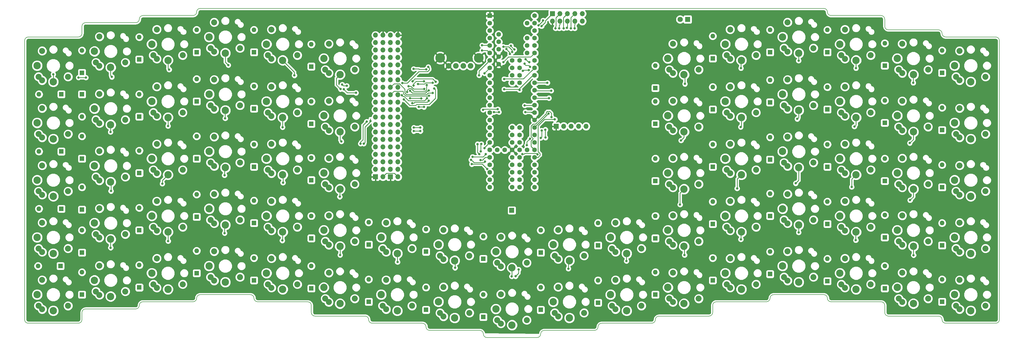
<source format=gbr>
%TF.GenerationSoftware,KiCad,Pcbnew,(5.0.1-3-g963ef8bb5)*%
%TF.CreationDate,2018-12-14T10:53:23-08:00*%
%TF.ProjectId,bb1,6262312E6B696361645F706362000000,rev?*%
%TF.SameCoordinates,Original*%
%TF.FileFunction,Copper,L2,Bot,Signal*%
%TF.FilePolarity,Positive*%
%FSLAX46Y46*%
G04 Gerber Fmt 4.6, Leading zero omitted, Abs format (unit mm)*
G04 Created by KiCad (PCBNEW (5.0.1-3-g963ef8bb5)) date Friday, December 14, 2018 at 10:53:23 AM*
%MOMM*%
%LPD*%
G01*
G04 APERTURE LIST*
%ADD10C,0.150000*%
%ADD11O,1.700000X1.700000*%
%ADD12R,1.700000X1.700000*%
%ADD13C,1.900000*%
%ADD14C,3.300000*%
%ADD15C,1.600000*%
%ADD16R,1.600000X1.600000*%
%ADD17C,2.500000*%
%ADD18C,2.032000*%
%ADD19C,1.800000*%
%ADD20R,1.800000X1.800000*%
%ADD21O,1.600000X1.600000*%
%ADD22C,0.800000*%
%ADD23C,0.250000*%
%ADD24C,0.254000*%
G04 APERTURE END LIST*
D10*
X266906250Y-31687500D02*
X88968750Y-31687500D01*
X283968750Y-31687500D02*
X266906250Y-31687500D01*
X303468750Y-34125000D02*
X286406250Y-34125000D01*
X304687500Y-35343750D02*
X304687500Y-37781250D01*
X343687500Y-137718750D02*
X343687500Y-42656250D01*
X325406250Y-138937500D02*
X342468750Y-138937500D01*
X305906250Y-136500000D02*
X322968750Y-136500000D01*
X304687500Y-132843750D02*
X304687500Y-135281250D01*
X286406250Y-131625000D02*
X303468750Y-131625000D01*
X266906250Y-129187500D02*
X283968750Y-129187500D01*
X247406250Y-131625000D02*
X264468750Y-131625000D01*
X246187500Y-132843750D02*
X246187500Y-135281250D01*
X227906250Y-136500000D02*
X244968750Y-136500000D01*
X208406250Y-138937500D02*
X225468750Y-138937500D01*
X188906250Y-141375000D02*
X205968750Y-141375000D01*
X169406250Y-143812500D02*
X186468750Y-143812500D01*
X149906250Y-141375000D02*
X166968750Y-141375000D01*
X130406250Y-138937500D02*
X147468750Y-138937500D01*
X127968750Y-136500000D02*
G75*
G02X129187500Y-137718750I0J-1218750D01*
G01*
X110906250Y-136500000D02*
X127968750Y-136500000D01*
X109687500Y-132843750D02*
X109687500Y-135281250D01*
X91406250Y-131625000D02*
X108468750Y-131625000D01*
X71906250Y-129187500D02*
X88968750Y-129187500D01*
X52406250Y-131625000D02*
X69468750Y-131625000D01*
X32906250Y-134062500D02*
X49968750Y-134062500D01*
X31687500Y-135281250D02*
X31687500Y-137718750D01*
X13406250Y-138937500D02*
X30468750Y-138937500D01*
X12187500Y-42656250D02*
X12187500Y-137718750D01*
X52406250Y-34125000D02*
X69468750Y-34125000D01*
X32906250Y-36562500D02*
X49968750Y-36562500D01*
X31687500Y-37781250D02*
X31687500Y-40218750D01*
X13406250Y-41437500D02*
X30468750Y-41437500D01*
X12187500Y-42656250D02*
G75*
G02X13406250Y-41437500I1218750J0D01*
G01*
X31687500Y-40218750D02*
G75*
G02X30468750Y-41437500I-1218750J0D01*
G01*
X31687500Y-37781250D02*
G75*
G02X32906250Y-36562500I1218750J0D01*
G01*
X51187500Y-35343750D02*
G75*
G02X49968750Y-36562500I-1218750J0D01*
G01*
X51187500Y-35343750D02*
G75*
G02X52406250Y-34125000I1218750J0D01*
G01*
X70687500Y-32906250D02*
G75*
G02X69468750Y-34125000I-1218750J0D01*
G01*
X70687500Y-32906250D02*
G75*
G02X71906250Y-31687500I1218750J0D01*
G01*
X88968750Y-31687500D02*
X71906250Y-31687500D01*
X343687500Y-137718750D02*
G75*
G02X342468750Y-138937500I-1218750J0D01*
G01*
X325406250Y-138937500D02*
G75*
G02X324187500Y-137718750I0J1218750D01*
G01*
X322968750Y-136500000D02*
G75*
G02X324187500Y-137718750I0J-1218750D01*
G01*
X305906250Y-136500000D02*
G75*
G02X304687500Y-135281250I0J1218750D01*
G01*
X303468750Y-131625000D02*
G75*
G02X304687500Y-132843750I0J-1218750D01*
G01*
X286406250Y-131625000D02*
G75*
G02X285187500Y-130406250I0J1218750D01*
G01*
X283968750Y-129187500D02*
G75*
G02X285187500Y-130406250I0J-1218750D01*
G01*
X265687500Y-130406250D02*
G75*
G02X266906250Y-129187500I1218750J0D01*
G01*
X265687500Y-130406250D02*
G75*
G02X264468750Y-131625000I-1218750J0D01*
G01*
X246187500Y-132843750D02*
G75*
G02X247406250Y-131625000I1218750J0D01*
G01*
X246187500Y-135281250D02*
G75*
G02X244968750Y-136500000I-1218750J0D01*
G01*
X226687500Y-137718750D02*
G75*
G02X227906250Y-136500000I1218750J0D01*
G01*
X226687500Y-137718750D02*
G75*
G02X225468750Y-138937500I-1218750J0D01*
G01*
X207187500Y-140156250D02*
G75*
G02X208406250Y-138937500I1218750J0D01*
G01*
X207187500Y-140156250D02*
G75*
G02X205968750Y-141375000I-1218750J0D01*
G01*
X187687500Y-142593750D02*
G75*
G02X188906250Y-141375000I1218750J0D01*
G01*
X187687500Y-142593750D02*
G75*
G02X186468750Y-143812500I-1218750J0D01*
G01*
X166968750Y-141375000D02*
G75*
G02X168187500Y-142593750I0J-1218750D01*
G01*
X147468750Y-138937500D02*
G75*
G02X148687500Y-140156250I0J-1218750D01*
G01*
X108468750Y-131625000D02*
G75*
G02X109687500Y-132843750I0J-1218750D01*
G01*
X88968750Y-129187500D02*
G75*
G02X90187500Y-130406250I0J-1218750D01*
G01*
X70687500Y-130406250D02*
G75*
G02X71906250Y-129187500I1218750J0D01*
G01*
X51187500Y-132843750D02*
G75*
G02X52406250Y-131625000I1218750J0D01*
G01*
X31687500Y-135281250D02*
G75*
G02X32906250Y-134062500I1218750J0D01*
G01*
X31687500Y-137718750D02*
G75*
G02X30468750Y-138937500I-1218750J0D01*
G01*
X70687500Y-130406250D02*
G75*
G02X69468750Y-131625000I-1218750J0D01*
G01*
X51187500Y-132843750D02*
G75*
G02X49968750Y-134062500I-1218750J0D01*
G01*
X91406250Y-131625000D02*
G75*
G02X90187500Y-130406250I0J1218750D01*
G01*
X110906250Y-136500000D02*
G75*
G02X109687500Y-135281250I0J1218750D01*
G01*
X13406250Y-138937500D02*
G75*
G02X12187500Y-137718750I0J1218750D01*
G01*
X130406250Y-138937500D02*
G75*
G02X129187500Y-137718750I0J1218750D01*
G01*
X149906250Y-141375000D02*
G75*
G02X148687500Y-140156250I0J1218750D01*
G01*
X169406250Y-143812500D02*
G75*
G02X168187500Y-142593750I0J1218750D01*
G01*
X286406250Y-34125000D02*
G75*
G02X285187500Y-32906250I0J1218750D01*
G01*
X305906250Y-39000000D02*
G75*
G02X304687500Y-37781250I0J1218750D01*
G01*
X283968750Y-31687500D02*
G75*
G02X285187500Y-32906250I0J-1218750D01*
G01*
X303468750Y-34125000D02*
G75*
G02X304687500Y-35343750I0J-1218750D01*
G01*
X325406250Y-41437500D02*
G75*
G02X324187500Y-40218750I0J1218750D01*
G01*
X322968750Y-39000000D02*
G75*
G02X324187500Y-40218750I0J-1218750D01*
G01*
X305906250Y-39000000D02*
X322968750Y-39000000D01*
X342468750Y-41437500D02*
G75*
G02X343687500Y-42656250I0J-1218750D01*
G01*
X325406250Y-41437500D02*
X342468750Y-41437500D01*
D11*
X139140000Y-40815000D03*
X136600000Y-40815000D03*
X139140000Y-43355000D03*
X136600000Y-43355000D03*
X139140000Y-45895000D03*
X136600000Y-45895000D03*
X139140000Y-48435000D03*
X136600000Y-48435000D03*
X139140000Y-50975000D03*
X136600000Y-50975000D03*
X139140000Y-53515000D03*
X136600000Y-53515000D03*
X139140000Y-56055000D03*
X136600000Y-56055000D03*
X139140000Y-58595000D03*
X136600000Y-58595000D03*
X139140000Y-61135000D03*
X136600000Y-61135000D03*
X139140000Y-63675000D03*
X136600000Y-63675000D03*
X139140000Y-66215000D03*
X136600000Y-66215000D03*
X139140000Y-68755000D03*
X136600000Y-68755000D03*
X139140000Y-71295000D03*
X136600000Y-71295000D03*
X139140000Y-73835000D03*
X136600000Y-73835000D03*
X139140000Y-76375000D03*
X136600000Y-76375000D03*
X139140000Y-78915000D03*
X136600000Y-78915000D03*
X139140000Y-81455000D03*
X136600000Y-81455000D03*
X139140000Y-83995000D03*
X136600000Y-83995000D03*
X139140000Y-86535000D03*
X136600000Y-86535000D03*
X139140000Y-89075000D03*
D12*
X136600000Y-89075000D03*
D11*
X134040000Y-40815000D03*
X131500000Y-40815000D03*
X134040000Y-43355000D03*
X131500000Y-43355000D03*
X134040000Y-45895000D03*
X131500000Y-45895000D03*
X134040000Y-48435000D03*
X131500000Y-48435000D03*
X134040000Y-50975000D03*
X131500000Y-50975000D03*
X134040000Y-53515000D03*
X131500000Y-53515000D03*
X134040000Y-56055000D03*
X131500000Y-56055000D03*
X134040000Y-58595000D03*
X131500000Y-58595000D03*
X134040000Y-61135000D03*
X131500000Y-61135000D03*
X134040000Y-63675000D03*
X131500000Y-63675000D03*
X134040000Y-66215000D03*
X131500000Y-66215000D03*
X134040000Y-68755000D03*
X131500000Y-68755000D03*
X134040000Y-71295000D03*
X131500000Y-71295000D03*
X134040000Y-73835000D03*
X131500000Y-73835000D03*
X134040000Y-76375000D03*
X131500000Y-76375000D03*
X134040000Y-78915000D03*
X131500000Y-78915000D03*
X134040000Y-81455000D03*
X131500000Y-81455000D03*
X134040000Y-83995000D03*
X131500000Y-83995000D03*
X134040000Y-86535000D03*
X131500000Y-86535000D03*
X134040000Y-89075000D03*
D12*
X131500000Y-89075000D03*
D13*
X156350000Y-51260000D03*
X158850000Y-51250000D03*
X161350000Y-51275000D03*
X163850000Y-51260000D03*
D14*
X153530000Y-48550000D03*
X166670000Y-48550000D03*
D15*
X173380000Y-50700000D03*
X173380000Y-48160000D03*
X173380000Y-45620000D03*
X173380000Y-43080000D03*
X173380000Y-40540000D03*
X180540000Y-49430000D03*
X180540000Y-51970000D03*
X180540000Y-54510000D03*
X180540000Y-57050000D03*
X180540000Y-72290000D03*
X180540000Y-74830000D03*
X180540000Y-77370000D03*
X180540000Y-82450000D03*
X180540000Y-84990000D03*
X180540000Y-87530000D03*
X180540000Y-90070000D03*
X180540000Y-92610000D03*
X178000000Y-92610000D03*
X178000000Y-90070000D03*
X178000000Y-87530000D03*
X178000000Y-84990000D03*
X178000000Y-82450000D03*
X178000000Y-77370000D03*
X178000000Y-74830000D03*
X178000000Y-72290000D03*
X178000000Y-57050000D03*
X178000000Y-54510000D03*
X178000000Y-51970000D03*
X178000000Y-49430000D03*
X183080000Y-46890000D03*
X183080000Y-44350000D03*
X183080000Y-41810000D03*
X183080000Y-36730000D03*
X185620000Y-34190000D03*
X185620000Y-36730000D03*
X185620000Y-39270000D03*
X185620000Y-41810000D03*
X185620000Y-44350000D03*
X185620000Y-46890000D03*
X185620000Y-49430000D03*
X185620000Y-51970000D03*
X185620000Y-54510000D03*
X185620000Y-57050000D03*
X185620000Y-59590000D03*
X185620000Y-62130000D03*
X185620000Y-64670000D03*
X185620000Y-67210000D03*
X185620000Y-69750000D03*
X185620000Y-72290000D03*
D16*
X170380000Y-34190000D03*
D15*
X170380000Y-36730000D03*
X170380000Y-39270000D03*
X170380000Y-41810000D03*
X170380000Y-44350000D03*
X170380000Y-46890000D03*
X170380000Y-49430000D03*
X170380000Y-51970000D03*
X170380000Y-54510000D03*
X170380000Y-57050000D03*
X170380000Y-59590000D03*
X170380000Y-62130000D03*
X170380000Y-64670000D03*
X185620000Y-74830000D03*
X185620000Y-77370000D03*
X185620000Y-79910000D03*
X185620000Y-82450000D03*
X185620000Y-84990000D03*
X185620000Y-87530000D03*
X185620000Y-90070000D03*
X185620000Y-92610000D03*
X183080000Y-79910000D03*
X180540000Y-79910000D03*
X178000000Y-79910000D03*
X175460000Y-79910000D03*
X172920000Y-79910000D03*
X170380000Y-92610000D03*
X170380000Y-90070000D03*
X170380000Y-87530000D03*
X170380000Y-84990000D03*
X170380000Y-67210000D03*
X170380000Y-69750000D03*
X170380000Y-72290000D03*
X170380000Y-82450000D03*
X170380000Y-79910000D03*
X170380000Y-77370000D03*
X170380000Y-74830000D03*
D11*
X203120000Y-71850000D03*
X200580000Y-71850000D03*
X198040000Y-71850000D03*
X195500000Y-71850000D03*
D12*
X192960000Y-71850000D03*
D17*
X314437500Y-73750000D03*
D18*
X309437500Y-72050000D03*
X310637500Y-73250000D03*
X310637500Y-63250000D03*
X319437500Y-72050000D03*
D17*
X308937500Y-68250000D03*
X21937500Y-56687500D03*
D18*
X16937500Y-54987500D03*
X18137500Y-56187500D03*
X18137500Y-46187500D03*
X26937500Y-54987500D03*
D17*
X16437500Y-51187500D03*
X21937500Y-76187500D03*
D18*
X16937500Y-74487500D03*
X18137500Y-75687500D03*
X18137500Y-65687500D03*
X26937500Y-74487500D03*
D17*
X16437500Y-70687500D03*
X21937500Y-95687500D03*
D18*
X16937500Y-93987500D03*
X18137500Y-95187500D03*
X18137500Y-85187500D03*
X26937500Y-93987500D03*
D17*
X16437500Y-90187500D03*
X21937500Y-115187500D03*
D18*
X16937500Y-113487500D03*
X18137500Y-114687500D03*
X18137500Y-104687500D03*
X26937500Y-113487500D03*
D17*
X16437500Y-109687500D03*
X21937500Y-134687500D03*
D18*
X16937500Y-132987500D03*
X18137500Y-134187500D03*
X18137500Y-124187500D03*
X26937500Y-132987500D03*
D17*
X16437500Y-129187500D03*
X41437500Y-51812500D03*
D18*
X36437500Y-50112500D03*
X37637500Y-51312500D03*
X37637500Y-41312500D03*
X46437500Y-50112500D03*
D17*
X35937500Y-46312500D03*
X41437500Y-71312500D03*
D18*
X36437500Y-69612500D03*
X37637500Y-70812500D03*
X37637500Y-60812500D03*
X46437500Y-69612500D03*
D17*
X35937500Y-65812500D03*
X41437500Y-90812500D03*
D18*
X36437500Y-89112500D03*
X37637500Y-90312500D03*
X37637500Y-80312500D03*
X46437500Y-89112500D03*
D17*
X35937500Y-85312500D03*
X41437500Y-110312500D03*
D18*
X36437500Y-108612500D03*
X37637500Y-109812500D03*
X37637500Y-99812500D03*
X46437500Y-108612500D03*
D17*
X35937500Y-104812500D03*
X41437500Y-129812500D03*
D18*
X36437500Y-128112500D03*
X37637500Y-129312500D03*
X37637500Y-119312500D03*
X46437500Y-128112500D03*
D17*
X35937500Y-124312500D03*
X60937500Y-49375000D03*
D18*
X55937500Y-47675000D03*
X57137500Y-48875000D03*
X57137500Y-38875000D03*
X65937500Y-47675000D03*
D17*
X55437500Y-43875000D03*
X60937500Y-68875000D03*
D18*
X55937500Y-67175000D03*
X57137500Y-68375000D03*
X57137500Y-58375000D03*
X65937500Y-67175000D03*
D17*
X55437500Y-63375000D03*
X60937500Y-88375000D03*
D18*
X55937500Y-86675000D03*
X57137500Y-87875000D03*
X57137500Y-77875000D03*
X65937500Y-86675000D03*
D17*
X55437500Y-82875000D03*
X60937500Y-107875000D03*
D18*
X55937500Y-106175000D03*
X57137500Y-107375000D03*
X57137500Y-97375000D03*
X65937500Y-106175000D03*
D17*
X55437500Y-102375000D03*
X60937500Y-127375000D03*
D18*
X55937500Y-125675000D03*
X57137500Y-126875000D03*
X57137500Y-116875000D03*
X65937500Y-125675000D03*
D17*
X55437500Y-121875000D03*
X80437500Y-46937500D03*
D18*
X75437500Y-45237500D03*
X76637500Y-46437500D03*
X76637500Y-36437500D03*
X85437500Y-45237500D03*
D17*
X74937500Y-41437500D03*
X80437500Y-66437500D03*
D18*
X75437500Y-64737500D03*
X76637500Y-65937500D03*
X76637500Y-55937500D03*
X85437500Y-64737500D03*
D17*
X74937500Y-60937500D03*
X80437500Y-85937500D03*
D18*
X75437500Y-84237500D03*
X76637500Y-85437500D03*
X76637500Y-75437500D03*
X85437500Y-84237500D03*
D17*
X74937500Y-80437500D03*
X80437500Y-105437500D03*
D18*
X75437500Y-103737500D03*
X76637500Y-104937500D03*
X76637500Y-94937500D03*
X85437500Y-103737500D03*
D17*
X74937500Y-99937500D03*
X80437500Y-124937500D03*
D18*
X75437500Y-123237500D03*
X76637500Y-124437500D03*
X76637500Y-114437500D03*
X85437500Y-123237500D03*
D17*
X74937500Y-119437500D03*
X99937500Y-49375000D03*
D18*
X94937500Y-47675000D03*
X96137500Y-48875000D03*
X96137500Y-38875000D03*
X104937500Y-47675000D03*
D17*
X94437500Y-43875000D03*
X99937500Y-68875000D03*
D18*
X94937500Y-67175000D03*
X96137500Y-68375000D03*
X96137500Y-58375000D03*
X104937500Y-67175000D03*
D17*
X94437500Y-63375000D03*
X99937500Y-88375000D03*
D18*
X94937500Y-86675000D03*
X96137500Y-87875000D03*
X96137500Y-77875000D03*
X104937500Y-86675000D03*
D17*
X94437500Y-82875000D03*
X99937500Y-107875000D03*
D18*
X94937500Y-106175000D03*
X96137500Y-107375000D03*
X96137500Y-97375000D03*
X104937500Y-106175000D03*
D17*
X94437500Y-102375000D03*
X99937500Y-127375000D03*
D18*
X94937500Y-125675000D03*
X96137500Y-126875000D03*
X96137500Y-116875000D03*
X104937500Y-125675000D03*
D17*
X94437500Y-121875000D03*
X119437500Y-54250000D03*
D18*
X114437500Y-52550000D03*
X115637500Y-53750000D03*
X115637500Y-43750000D03*
X124437500Y-52550000D03*
D17*
X113937500Y-48750000D03*
X119437500Y-73750000D03*
D18*
X114437500Y-72050000D03*
X115637500Y-73250000D03*
X115637500Y-63250000D03*
X124437500Y-72050000D03*
D17*
X113937500Y-68250000D03*
X119437500Y-93250000D03*
D18*
X114437500Y-91550000D03*
X115637500Y-92750000D03*
X115637500Y-82750000D03*
X124437500Y-91550000D03*
D17*
X113937500Y-87750000D03*
X119437500Y-112750000D03*
D18*
X114437500Y-111050000D03*
X115637500Y-112250000D03*
X115637500Y-102250000D03*
X124437500Y-111050000D03*
D17*
X113937500Y-107250000D03*
X119437500Y-132250000D03*
D18*
X114437500Y-130550000D03*
X115637500Y-131750000D03*
X115637500Y-121750000D03*
X124437500Y-130550000D03*
D17*
X113937500Y-126750000D03*
X138937500Y-115187500D03*
D18*
X133937500Y-113487500D03*
X135137500Y-114687500D03*
X135137500Y-104687500D03*
X143937500Y-113487500D03*
D17*
X133437500Y-109687500D03*
X138937500Y-134687500D03*
D18*
X133937500Y-132987500D03*
X135137500Y-134187500D03*
X135137500Y-124187500D03*
X143937500Y-132987500D03*
D17*
X133437500Y-129187500D03*
X158437500Y-117625000D03*
D18*
X153437500Y-115925000D03*
X154637500Y-117125000D03*
X154637500Y-107125000D03*
X163437500Y-115925000D03*
D17*
X152937500Y-112125000D03*
X158437500Y-137125000D03*
D18*
X153437500Y-135425000D03*
X154637500Y-136625000D03*
X154637500Y-126625000D03*
X163437500Y-135425000D03*
D17*
X152937500Y-131625000D03*
X177937500Y-120062500D03*
D18*
X172937500Y-118362500D03*
X174137500Y-119562500D03*
X174137500Y-109562500D03*
X182937500Y-118362500D03*
D17*
X172437500Y-114562500D03*
X177937500Y-139562500D03*
D18*
X172937500Y-137862500D03*
X174137500Y-139062500D03*
X174137500Y-129062500D03*
X182937500Y-137862500D03*
D17*
X172437500Y-134062500D03*
X197437500Y-117625000D03*
D18*
X192437500Y-115925000D03*
X193637500Y-117125000D03*
X193637500Y-107125000D03*
X202437500Y-115925000D03*
D17*
X191937500Y-112125000D03*
X197437500Y-137125000D03*
D18*
X192437500Y-135425000D03*
X193637500Y-136625000D03*
X193637500Y-126625000D03*
X202437500Y-135425000D03*
D17*
X191937500Y-131625000D03*
X216937500Y-115187500D03*
D18*
X211937500Y-113487500D03*
X213137500Y-114687500D03*
X213137500Y-104687500D03*
X221937500Y-113487500D03*
D17*
X211437500Y-109687500D03*
X216937500Y-134687500D03*
D18*
X211937500Y-132987500D03*
X213137500Y-134187500D03*
X213137500Y-124187500D03*
X221937500Y-132987500D03*
D17*
X211437500Y-129187500D03*
X236437500Y-54250000D03*
D18*
X231437500Y-52550000D03*
X232637500Y-53750000D03*
X232637500Y-43750000D03*
X241437500Y-52550000D03*
D17*
X230937500Y-48750000D03*
X236437500Y-73750000D03*
D18*
X231437500Y-72050000D03*
X232637500Y-73250000D03*
X232637500Y-63250000D03*
X241437500Y-72050000D03*
D17*
X230937500Y-68250000D03*
X236437500Y-93250000D03*
D18*
X231437500Y-91550000D03*
X232637500Y-92750000D03*
X232637500Y-82750000D03*
X241437500Y-91550000D03*
D17*
X230937500Y-87750000D03*
X236437500Y-112750000D03*
D18*
X231437500Y-111050000D03*
X232637500Y-112250000D03*
X232637500Y-102250000D03*
X241437500Y-111050000D03*
D17*
X230937500Y-107250000D03*
X236437500Y-132250000D03*
D18*
X231437500Y-130550000D03*
X232637500Y-131750000D03*
X232637500Y-121750000D03*
X241437500Y-130550000D03*
D17*
X230937500Y-126750000D03*
X255937500Y-49375000D03*
D18*
X250937500Y-47675000D03*
X252137500Y-48875000D03*
X252137500Y-38875000D03*
X260937500Y-47675000D03*
D17*
X250437500Y-43875000D03*
X255937500Y-68875000D03*
D18*
X250937500Y-67175000D03*
X252137500Y-68375000D03*
X252137500Y-58375000D03*
X260937500Y-67175000D03*
D17*
X250437500Y-63375000D03*
X255937500Y-88375000D03*
D18*
X250937500Y-86675000D03*
X252137500Y-87875000D03*
X252137500Y-77875000D03*
X260937500Y-86675000D03*
D17*
X250437500Y-82875000D03*
X255937500Y-107875000D03*
D18*
X250937500Y-106175000D03*
X252137500Y-107375000D03*
X252137500Y-97375000D03*
X260937500Y-106175000D03*
D17*
X250437500Y-102375000D03*
X255937500Y-127375000D03*
D18*
X250937500Y-125675000D03*
X252137500Y-126875000D03*
X252137500Y-116875000D03*
X260937500Y-125675000D03*
D17*
X250437500Y-121875000D03*
X275437500Y-46937500D03*
D18*
X270437500Y-45237500D03*
X271637500Y-46437500D03*
X271637500Y-36437500D03*
X280437500Y-45237500D03*
D17*
X269937500Y-41437500D03*
X275437500Y-66437500D03*
D18*
X270437500Y-64737500D03*
X271637500Y-65937500D03*
X271637500Y-55937500D03*
X280437500Y-64737500D03*
D17*
X269937500Y-60937500D03*
X275437500Y-85937500D03*
D18*
X270437500Y-84237500D03*
X271637500Y-85437500D03*
X271637500Y-75437500D03*
X280437500Y-84237500D03*
D17*
X269937500Y-80437500D03*
X275437500Y-105437500D03*
D18*
X270437500Y-103737500D03*
X271637500Y-104937500D03*
X271637500Y-94937500D03*
X280437500Y-103737500D03*
D17*
X269937500Y-99937500D03*
X275437500Y-124937500D03*
D18*
X270437500Y-123237500D03*
X271637500Y-124437500D03*
X271637500Y-114437500D03*
X280437500Y-123237500D03*
D17*
X269937500Y-119437500D03*
X294937500Y-49375000D03*
D18*
X289937500Y-47675000D03*
X291137500Y-48875000D03*
X291137500Y-38875000D03*
X299937500Y-47675000D03*
D17*
X289437500Y-43875000D03*
X294937500Y-68875000D03*
D18*
X289937500Y-67175000D03*
X291137500Y-68375000D03*
X291137500Y-58375000D03*
X299937500Y-67175000D03*
D17*
X289437500Y-63375000D03*
X294937500Y-88375000D03*
D18*
X289937500Y-86675000D03*
X291137500Y-87875000D03*
X291137500Y-77875000D03*
X299937500Y-86675000D03*
D17*
X289437500Y-82875000D03*
X294937500Y-107875000D03*
D18*
X289937500Y-106175000D03*
X291137500Y-107375000D03*
X291137500Y-97375000D03*
X299937500Y-106175000D03*
D17*
X289437500Y-102375000D03*
X294937500Y-127375000D03*
D18*
X289937500Y-125675000D03*
X291137500Y-126875000D03*
X291137500Y-116875000D03*
X299937500Y-125675000D03*
D17*
X289437500Y-121875000D03*
X314437500Y-54250000D03*
D18*
X309437500Y-52550000D03*
X310637500Y-53750000D03*
X310637500Y-43750000D03*
X319437500Y-52550000D03*
D17*
X308937500Y-48750000D03*
X314437500Y-93250000D03*
D18*
X309437500Y-91550000D03*
X310637500Y-92750000D03*
X310637500Y-82750000D03*
X319437500Y-91550000D03*
D17*
X308937500Y-87750000D03*
X314437500Y-112750000D03*
D18*
X309437500Y-111050000D03*
X310637500Y-112250000D03*
X310637500Y-102250000D03*
X319437500Y-111050000D03*
D17*
X308937500Y-107250000D03*
X314437500Y-132250000D03*
D18*
X309437500Y-130550000D03*
X310637500Y-131750000D03*
X310637500Y-121750000D03*
X319437500Y-130550000D03*
D17*
X308937500Y-126750000D03*
X333937500Y-56687500D03*
D18*
X328937500Y-54987500D03*
X330137500Y-56187500D03*
X330137500Y-46187500D03*
X338937500Y-54987500D03*
D17*
X328437500Y-51187500D03*
X333937500Y-76187500D03*
D18*
X328937500Y-74487500D03*
X330137500Y-75687500D03*
X330137500Y-65687500D03*
X338937500Y-74487500D03*
D17*
X328437500Y-70687500D03*
X333937500Y-95687500D03*
D18*
X328937500Y-93987500D03*
X330137500Y-95187500D03*
X330137500Y-85187500D03*
X338937500Y-93987500D03*
D17*
X328437500Y-90187500D03*
X333937500Y-115187500D03*
D18*
X328937500Y-113487500D03*
X330137500Y-114687500D03*
X330137500Y-104687500D03*
X338937500Y-113487500D03*
D17*
X328437500Y-109687500D03*
X333937500Y-134687500D03*
D18*
X328937500Y-132987500D03*
X330137500Y-134187500D03*
X330137500Y-124187500D03*
X338937500Y-132987500D03*
D17*
X328437500Y-129187500D03*
D19*
X235110000Y-35450000D03*
D20*
X237650000Y-35450000D03*
D21*
X31687500Y-68557500D03*
D16*
X31687500Y-60937500D03*
D21*
X17062500Y-60937500D03*
D16*
X24682500Y-60937500D03*
D21*
X17062500Y-80437500D03*
D16*
X24682500Y-80437500D03*
D21*
X17062500Y-99937500D03*
D16*
X24682500Y-99937500D03*
D21*
X16755000Y-119437500D03*
D16*
X24375000Y-119437500D03*
D21*
X31687500Y-46005000D03*
D16*
X31687500Y-53625000D03*
D21*
X31687500Y-75255000D03*
D16*
X31687500Y-82875000D03*
D21*
X31687500Y-92625000D03*
D16*
X31687500Y-100245000D03*
D21*
X31687500Y-107250000D03*
D16*
X31687500Y-114870000D03*
D21*
X31687500Y-121567500D03*
D16*
X31687500Y-129187500D03*
D21*
X51187500Y-41437500D03*
D16*
X51187500Y-49057500D03*
D21*
X51187500Y-60937500D03*
D16*
X51187500Y-68557500D03*
D21*
X51187500Y-80130000D03*
D16*
X51187500Y-87750000D03*
D21*
X51187500Y-99630000D03*
D16*
X51187500Y-107250000D03*
D21*
X51187500Y-119130000D03*
D16*
X51187500Y-126750000D03*
D21*
X70687500Y-39000000D03*
D16*
X70687500Y-46620000D03*
D21*
X70687500Y-55755000D03*
D16*
X70687500Y-63375000D03*
D21*
X70687500Y-75255000D03*
D16*
X70687500Y-82875000D03*
D21*
X70687500Y-95062500D03*
D16*
X70687500Y-102682500D03*
D21*
X70687500Y-114255000D03*
D16*
X70687500Y-121875000D03*
D21*
X90187500Y-39000000D03*
D16*
X90187500Y-46620000D03*
D21*
X90187500Y-58192500D03*
D16*
X90187500Y-65812500D03*
D21*
X90187500Y-78000000D03*
D16*
X90187500Y-85620000D03*
D21*
X90187500Y-97192500D03*
D16*
X90187500Y-104812500D03*
D21*
X90187500Y-116692500D03*
D16*
X90187500Y-124312500D03*
D21*
X109687500Y-43875000D03*
D16*
X109687500Y-51495000D03*
D21*
X109687500Y-63375000D03*
D16*
X109687500Y-70995000D03*
D21*
X109687500Y-82567500D03*
D16*
X109687500Y-90187500D03*
D21*
X109687500Y-102375000D03*
D16*
X109687500Y-109995000D03*
D21*
X109687500Y-119437500D03*
D16*
X109687500Y-127057500D03*
D21*
X129187500Y-104505000D03*
D16*
X129187500Y-112125000D03*
D21*
X129187500Y-124005000D03*
D16*
X129187500Y-131625000D03*
D21*
X148687500Y-106942500D03*
D16*
X148687500Y-114562500D03*
D21*
X148687500Y-126750000D03*
D16*
X148687500Y-134370000D03*
D21*
X168187500Y-109380000D03*
D16*
X168187500Y-117000000D03*
D21*
X168187500Y-129187500D03*
D16*
X168187500Y-136807500D03*
D21*
X187687500Y-107250000D03*
D16*
X187687500Y-114870000D03*
D21*
X187687500Y-126750000D03*
D16*
X187687500Y-134370000D03*
D21*
X207187500Y-104812500D03*
D16*
X207187500Y-112432500D03*
D21*
X207187500Y-124312500D03*
D16*
X207187500Y-131932500D03*
D21*
X226687500Y-51187500D03*
D16*
X226687500Y-58807500D03*
D21*
X226687500Y-63375000D03*
D16*
X226687500Y-70995000D03*
D21*
X226687500Y-82875000D03*
D16*
X226687500Y-90495000D03*
D21*
X226687500Y-102375000D03*
D16*
X226687500Y-109995000D03*
D21*
X226687500Y-121567500D03*
D16*
X226687500Y-129187500D03*
D21*
X246187500Y-41130000D03*
D16*
X246187500Y-48750000D03*
D21*
X246187500Y-58500000D03*
D16*
X246187500Y-66120000D03*
D21*
X246187500Y-78000000D03*
D16*
X246187500Y-85620000D03*
D21*
X246187500Y-97500000D03*
D16*
X246187500Y-105120000D03*
D21*
X246187500Y-116692500D03*
D16*
X246187500Y-124312500D03*
D21*
X265687500Y-39000000D03*
D16*
X265687500Y-46620000D03*
D21*
X265687500Y-56062500D03*
D16*
X265687500Y-63682500D03*
D21*
X265687500Y-75562500D03*
D16*
X265687500Y-83182500D03*
D21*
X265687500Y-94755000D03*
D16*
X265687500Y-102375000D03*
D21*
X265687500Y-114562500D03*
D16*
X265687500Y-122182500D03*
D21*
X285187500Y-39000000D03*
D16*
X285187500Y-46620000D03*
D21*
X285187500Y-58500000D03*
D16*
X285187500Y-66120000D03*
D21*
X285187500Y-78000000D03*
D16*
X285187500Y-85620000D03*
D21*
X285187500Y-97500000D03*
D16*
X285187500Y-105120000D03*
D21*
X285187500Y-117000000D03*
D16*
X285187500Y-124620000D03*
D21*
X304687500Y-43567500D03*
D16*
X304687500Y-51187500D03*
D21*
X304687500Y-63067500D03*
D16*
X304687500Y-70687500D03*
D21*
X304687500Y-82875000D03*
D16*
X304687500Y-90495000D03*
D21*
X304687500Y-102067500D03*
D16*
X304687500Y-109687500D03*
D21*
X304687500Y-119437500D03*
D16*
X304687500Y-127057500D03*
D21*
X324187500Y-46005000D03*
D16*
X324187500Y-53625000D03*
D21*
X324187500Y-65505000D03*
D16*
X324187500Y-73125000D03*
D21*
X324187500Y-85005000D03*
D16*
X324187500Y-92625000D03*
D21*
X324187500Y-104812500D03*
D16*
X324187500Y-112432500D03*
D21*
X324187500Y-124005000D03*
D16*
X324187500Y-131625000D03*
D11*
X201830000Y-36040000D03*
X201830000Y-33500000D03*
X199290000Y-36040000D03*
X199290000Y-33500000D03*
X196750000Y-36040000D03*
X196750000Y-33500000D03*
X194210000Y-36040000D03*
X194210000Y-33500000D03*
X191670000Y-36040000D03*
D12*
X191670000Y-33500000D03*
X177850000Y-100500000D03*
D22*
X186981116Y-37496227D03*
X188486123Y-35789104D03*
X265750000Y-108750000D03*
X228850000Y-35400000D03*
X121500000Y-36600000D03*
X290250000Y-112500000D03*
X284750000Y-110000000D03*
X222750000Y-79500000D03*
X220500000Y-69750000D03*
X216000000Y-65500000D03*
X197250000Y-65500000D03*
X199000000Y-81750000D03*
X200750000Y-95250000D03*
X199250000Y-101500000D03*
X195250000Y-55000000D03*
X200500000Y-86250000D03*
X201000000Y-88500000D03*
X200750000Y-91000000D03*
X200750000Y-91250000D03*
X209250000Y-46750000D03*
X242000000Y-77750000D03*
X242750000Y-58500000D03*
X264250000Y-52500000D03*
X282250000Y-51500000D03*
X162750000Y-41250000D03*
X179250000Y-63250000D03*
X176500000Y-68500000D03*
X173750000Y-62250000D03*
X159000000Y-69750000D03*
X159250000Y-73500000D03*
X173250000Y-75250000D03*
X175000000Y-73000000D03*
X158500000Y-76750000D03*
X154000000Y-81500000D03*
X175250000Y-89750000D03*
X182750000Y-88750000D03*
X160750000Y-101000000D03*
X171500000Y-103250000D03*
X176250000Y-96000000D03*
X172500000Y-97250000D03*
X134750000Y-96000000D03*
X152750000Y-94750000D03*
X159000000Y-65000000D03*
X159250000Y-58000000D03*
X142000000Y-55000000D03*
X142250000Y-50750000D03*
X142000000Y-47500000D03*
X154000000Y-91750000D03*
X146250000Y-80000000D03*
X146750000Y-77250000D03*
X144000000Y-66750000D03*
X174250000Y-85000000D03*
X173500000Y-82750000D03*
X180750000Y-44500000D03*
X190250000Y-39000000D03*
X187500000Y-41000000D03*
X297750000Y-99750000D03*
X318250000Y-85750000D03*
X318000000Y-66000000D03*
X298750000Y-61250000D03*
X278500000Y-78250000D03*
X259250000Y-81000000D03*
X258750000Y-101000000D03*
X279250000Y-97750000D03*
X239250000Y-105000000D03*
X239500000Y-124750000D03*
X302000000Y-92750000D03*
X44250000Y-63250000D03*
X64000000Y-60750000D03*
X83750000Y-58500000D03*
X103000000Y-61250000D03*
X83500000Y-44000000D03*
X71250000Y-49500000D03*
X117250000Y-51250000D03*
X103500000Y-80250000D03*
X83000000Y-78500000D03*
X64000000Y-80500000D03*
X44500000Y-82750000D03*
X44500000Y-106500000D03*
X64500000Y-100500000D03*
X83250000Y-98000000D03*
X103500000Y-100500000D03*
X122500000Y-124500000D03*
X102750000Y-119750000D03*
X83500000Y-117750000D03*
X63750000Y-120000000D03*
X45250000Y-122000000D03*
X142250000Y-126250000D03*
X162250000Y-129250000D03*
X180500000Y-132000000D03*
X201000000Y-129500000D03*
X200000000Y-110250000D03*
X265750000Y-70000000D03*
X220250000Y-127250000D03*
X188000000Y-120500000D03*
X25000000Y-69000000D03*
X49500000Y-56750000D03*
X87500000Y-51750000D03*
X105250000Y-73500000D03*
X24750000Y-87750000D03*
X122250000Y-71000000D03*
X31500000Y-71750000D03*
X238250000Y-51250000D03*
X234000000Y-90500000D03*
X35250000Y-75500000D03*
X63250000Y-46750000D03*
X57750000Y-41750000D03*
X149676429Y-61419463D03*
X171813262Y-66990303D03*
X173500000Y-67000000D03*
X182500000Y-67000000D03*
X149031080Y-62275021D03*
X140454516Y-61264776D03*
X150999994Y-60500000D03*
X149601342Y-63156681D03*
X144000000Y-63974990D03*
X148079436Y-59137960D03*
X142740003Y-58202324D03*
X174974990Y-49963799D03*
X144474990Y-52297566D03*
X148800053Y-52462446D03*
X175250000Y-55750000D03*
X152013729Y-56726359D03*
X144098781Y-56497249D03*
X180500000Y-59500000D03*
X175250000Y-59250000D03*
X151000000Y-57000000D03*
X145975002Y-57490375D03*
X146250000Y-65250000D03*
X182250000Y-64750000D03*
X173104251Y-66027422D03*
X168113334Y-66253935D03*
X148000000Y-65275020D03*
X188000000Y-37750000D03*
X189950000Y-57050000D03*
X192750000Y-38500000D03*
X195500000Y-38500000D03*
X190500000Y-62250000D03*
X198000000Y-38500000D03*
X191250000Y-59750000D03*
X21950000Y-54150000D03*
X30500000Y-55250000D03*
X33000000Y-55250000D03*
X166747711Y-54474968D03*
X148975552Y-57776527D03*
X142285539Y-60145761D03*
X41450000Y-113212522D03*
X41550000Y-93900000D03*
X41400000Y-73800000D03*
X41858413Y-55025010D03*
X168548015Y-53798015D03*
X147054732Y-62369705D03*
X143224990Y-62275021D03*
X59009664Y-91392628D03*
X60950000Y-71750000D03*
X61000000Y-110950000D03*
X61337841Y-52525010D03*
X120191267Y-57650033D03*
X121740964Y-58044116D03*
X149622223Y-59615532D03*
X143257847Y-59749350D03*
X80200000Y-108250000D03*
X80150000Y-88550000D03*
X80400000Y-69150000D03*
X81465455Y-51025010D03*
X124863533Y-60459563D03*
X120724531Y-59270716D03*
X141174967Y-62740093D03*
X151500000Y-59000000D03*
X99900000Y-72150000D03*
X100050000Y-91050000D03*
X99800000Y-110750000D03*
X144540000Y-72290000D03*
X146775010Y-72291275D03*
X103933536Y-54525010D03*
X119350000Y-95850000D03*
X119470851Y-115682301D03*
X146775010Y-73500000D03*
X119900732Y-77000446D03*
X144525054Y-73500000D03*
X119635522Y-59177948D03*
X139000000Y-118087522D03*
X168586715Y-79324310D03*
X158550000Y-120050000D03*
X177850000Y-122962522D03*
X167234419Y-83348306D03*
X167234420Y-83348305D03*
X197100000Y-120350000D03*
X216850000Y-117750000D03*
X236600000Y-115700000D03*
X235412980Y-76678314D03*
X236750000Y-57400000D03*
X235086891Y-98525061D03*
X255800000Y-52050000D03*
X255750000Y-110350000D03*
X255697572Y-72075010D03*
X254478272Y-93025021D03*
X275400000Y-49500000D03*
X274947632Y-69337522D03*
X275417325Y-108002643D03*
X274394084Y-91275010D03*
X294900000Y-52050000D03*
X294850000Y-110650000D03*
X294355596Y-71925010D03*
X293445540Y-92518883D03*
X314400000Y-57050000D03*
X314500000Y-115750000D03*
X313192781Y-77559709D03*
X313304320Y-97012511D03*
X184105069Y-51593093D03*
X182250000Y-50500000D03*
X178000000Y-46500000D03*
X175000000Y-44750000D03*
X167750000Y-46000000D03*
X140606248Y-57159400D03*
X189316252Y-75698266D03*
X189275010Y-73000000D03*
X149455054Y-51641776D03*
X177257530Y-47242470D03*
X176000000Y-45525010D03*
X167750000Y-44250000D03*
X181635369Y-52979442D03*
X183685391Y-52718579D03*
X188059321Y-73286710D03*
X187703158Y-75836743D03*
X148025157Y-56483888D03*
X144433143Y-57974490D03*
X178750000Y-45724990D03*
X177574256Y-44412540D03*
X182584418Y-49030009D03*
X183826207Y-50031254D03*
X169025010Y-81365205D03*
X181451546Y-81297577D03*
X186648260Y-81423290D03*
X164500000Y-82249994D03*
X167500000Y-77849932D03*
X167289174Y-80399964D03*
X180150000Y-120650000D03*
X179127409Y-122935519D03*
X166794189Y-81325985D03*
X166215448Y-77905232D03*
X199250000Y-38500000D03*
X190320063Y-67508454D03*
X194000000Y-38500000D03*
X191346547Y-68724990D03*
X192500000Y-69500000D03*
X196576985Y-38326985D03*
X183000000Y-78250000D03*
X184034045Y-76079077D03*
X184034044Y-76079076D03*
X127500000Y-77750000D03*
X129766566Y-70034407D03*
X168774478Y-83844110D03*
X164000006Y-83250000D03*
X128500000Y-70250000D03*
X126449999Y-77745204D03*
X169484956Y-86389198D03*
X164249998Y-84750000D03*
D23*
X186981116Y-37496227D02*
X188486123Y-35991220D01*
X188486123Y-35991220D02*
X188486123Y-35789104D01*
X134889999Y-88225001D02*
X134040000Y-89075000D01*
X135265001Y-87849999D02*
X134889999Y-88225001D01*
X137914999Y-87849999D02*
X135265001Y-87849999D01*
X139140000Y-89075000D02*
X137914999Y-87849999D01*
X141010526Y-60084905D02*
X141010527Y-60724875D01*
X136600000Y-61135000D02*
X137825001Y-59909999D01*
X140835620Y-59909999D02*
X141010526Y-60084905D01*
X137825001Y-59909999D02*
X140835620Y-59909999D01*
X149595881Y-61500011D02*
X149676429Y-61419463D01*
X141785663Y-61500011D02*
X149595881Y-61500011D01*
X141010527Y-60724875D02*
X141785663Y-61500011D01*
X185620000Y-67210000D02*
X184488630Y-67210000D01*
X171813262Y-66990303D02*
X173240303Y-66990303D01*
X173240303Y-66990303D02*
X173490303Y-66990303D01*
X173490303Y-66990303D02*
X173500000Y-67000000D01*
X185410000Y-67000000D02*
X185620000Y-67210000D01*
X182500000Y-67000000D02*
X185410000Y-67000000D01*
X142723237Y-63144707D02*
X141243305Y-61664775D01*
X148161394Y-63144707D02*
X142723237Y-63144707D01*
X141243305Y-61664775D02*
X140854515Y-61664775D01*
X140854515Y-61664775D02*
X140454516Y-61264776D01*
X149031080Y-62275021D02*
X148161394Y-63144707D01*
X143557981Y-61000001D02*
X144500000Y-61000000D01*
X150434309Y-60500000D02*
X150999994Y-60500000D01*
X148948889Y-61000001D02*
X149448890Y-60500000D01*
X143557981Y-61000001D02*
X148948889Y-61000001D01*
X149448890Y-60500000D02*
X150434309Y-60500000D01*
X142015890Y-61000001D02*
X143557981Y-61000001D01*
X137825001Y-57369999D02*
X139669845Y-57369999D01*
X136600000Y-58595000D02*
X137825001Y-57369999D01*
X139669845Y-57369999D02*
X141510537Y-59210691D01*
X141510537Y-60494648D02*
X142015890Y-61000001D01*
X141510537Y-59210691D02*
X141510537Y-60494648D01*
X149601342Y-63156681D02*
X149113305Y-63644718D01*
X144895957Y-63644718D02*
X144565685Y-63974990D01*
X149113305Y-63644718D02*
X144895957Y-63644718D01*
X144565685Y-63974990D02*
X144000000Y-63974990D01*
X144449609Y-59137960D02*
X143513973Y-58202324D01*
X143513973Y-58202324D02*
X143305688Y-58202324D01*
X148079436Y-59137960D02*
X144449609Y-59137960D01*
X143305688Y-58202324D02*
X142740003Y-58202324D01*
X146050000Y-52250000D02*
X146200000Y-52250000D01*
X176683790Y-48254999D02*
X184255001Y-48254999D01*
X184820001Y-47689999D02*
X185620000Y-46890000D01*
X184255001Y-48254999D02*
X184820001Y-47689999D01*
X174974990Y-49963799D02*
X176683790Y-48254999D01*
X146200000Y-52250000D02*
X146412446Y-52462446D01*
X148234368Y-52462446D02*
X148800053Y-52462446D01*
X146412446Y-52462446D02*
X148234368Y-52462446D01*
X146152434Y-52297566D02*
X145040675Y-52297566D01*
X146200000Y-52250000D02*
X146152434Y-52297566D01*
X145040675Y-52297566D02*
X144474990Y-52297566D01*
X185620000Y-51970000D02*
X184820001Y-52769999D01*
X184820001Y-52769999D02*
X184730001Y-52769999D01*
X181814999Y-55685001D02*
X175314999Y-55685001D01*
X184730001Y-52769999D02*
X181814999Y-55685001D01*
X175314999Y-55685001D02*
X175250000Y-55750000D01*
X144498780Y-56097250D02*
X144098781Y-56497249D01*
X144914605Y-55681425D02*
X144498780Y-56097250D01*
X152013729Y-56726359D02*
X150968795Y-55681425D01*
X150968795Y-55681425D02*
X144914605Y-55681425D01*
X148605075Y-57000000D02*
X148114700Y-57490375D01*
X146540687Y-57490375D02*
X145975002Y-57490375D01*
X148114700Y-57490375D02*
X146540687Y-57490375D01*
X151000000Y-57000000D02*
X148605075Y-57000000D01*
X184990000Y-54510000D02*
X185620000Y-54510000D01*
X180250000Y-59250000D02*
X184990000Y-54510000D01*
X175250000Y-59250000D02*
X180250000Y-59250000D01*
X185540000Y-64750000D02*
X185620000Y-64670000D01*
X182250000Y-64750000D02*
X185540000Y-64750000D01*
X173104251Y-66027422D02*
X168339847Y-66027422D01*
X168339847Y-66027422D02*
X168113334Y-66253935D01*
X146250000Y-65250000D02*
X147974980Y-65250000D01*
X147974980Y-65250000D02*
X148000000Y-65275020D01*
X188000000Y-37750000D02*
X189250000Y-36500000D01*
X189250000Y-36500000D02*
X189250000Y-35920000D01*
X189250000Y-35920000D02*
X191670000Y-33500000D01*
X185620000Y-57050000D02*
X189950000Y-57050000D01*
X193360001Y-34349999D02*
X194210000Y-33500000D01*
X192895001Y-37789314D02*
X192895001Y-34814999D01*
X192750000Y-37934315D02*
X192895001Y-37789314D01*
X192895001Y-34814999D02*
X193360001Y-34349999D01*
X192750000Y-38500000D02*
X192750000Y-37934315D01*
X195435001Y-34814999D02*
X195435001Y-38435001D01*
X196750000Y-33500000D02*
X195435001Y-34814999D01*
X195435001Y-38435001D02*
X195500000Y-38500000D01*
X185740000Y-62250000D02*
X185620000Y-62130000D01*
X190500000Y-62250000D02*
X185740000Y-62250000D01*
X199290000Y-33500000D02*
X198000000Y-34790000D01*
X198000000Y-34790000D02*
X198000000Y-38500000D01*
X185780000Y-59750000D02*
X185620000Y-59590000D01*
X191250000Y-59750000D02*
X185780000Y-59750000D01*
X21937500Y-54162500D02*
X21950000Y-54150000D01*
X21937500Y-56687500D02*
X21937500Y-54162500D01*
X32750000Y-55250000D02*
X33000000Y-55250000D01*
X30500000Y-55250000D02*
X33000000Y-55250000D01*
X166747711Y-53909283D02*
X166747711Y-54474968D01*
X166747711Y-53062289D02*
X166747711Y-53909283D01*
X170380000Y-49430000D02*
X166747711Y-53062289D01*
X148975552Y-58342212D02*
X148854437Y-58463327D01*
X148975552Y-57776527D02*
X148975552Y-58342212D01*
X142285539Y-59580076D02*
X142285539Y-60145761D01*
X142904855Y-58960760D02*
X142285539Y-59580076D01*
X148854437Y-58463327D02*
X148854437Y-59481319D01*
X148854437Y-59481319D02*
X148422795Y-59912961D01*
X144517488Y-59912961D02*
X143565287Y-58960760D01*
X148422795Y-59912961D02*
X144517488Y-59912961D01*
X143565287Y-58960760D02*
X142904855Y-58960760D01*
X41437500Y-113200022D02*
X41450000Y-113212522D01*
X41437500Y-110312500D02*
X41437500Y-113200022D01*
X41550000Y-90925000D02*
X41437500Y-90812500D01*
X41550000Y-93900000D02*
X41550000Y-90925000D01*
X41400000Y-71350000D02*
X41437500Y-71312500D01*
X41400000Y-73800000D02*
X41400000Y-71350000D01*
X41437500Y-54604097D02*
X41458414Y-54625011D01*
X41437500Y-51812500D02*
X41437500Y-54604097D01*
X41458414Y-54625011D02*
X41858413Y-55025010D01*
X168551985Y-53798015D02*
X168548015Y-53798015D01*
X170380000Y-51970000D02*
X168551985Y-53798015D01*
X146960048Y-62275021D02*
X147054732Y-62369705D01*
X143224990Y-62275021D02*
X146960048Y-62275021D01*
X59009664Y-90302836D02*
X59009664Y-91392628D01*
X60937500Y-88375000D02*
X59009664Y-90302836D01*
X60950000Y-68887500D02*
X60937500Y-68875000D01*
X60950000Y-71750000D02*
X60950000Y-68887500D01*
X61000000Y-107937500D02*
X60937500Y-107875000D01*
X61000000Y-110950000D02*
X61000000Y-107937500D01*
X60937842Y-52125011D02*
X61337841Y-52525010D01*
X60937500Y-49375000D02*
X60937500Y-52124669D01*
X60937500Y-52124669D02*
X60937842Y-52125011D01*
X121740964Y-58044116D02*
X120585350Y-58044116D01*
X120585350Y-58044116D02*
X120191267Y-57650033D01*
X149399999Y-59642879D02*
X148543385Y-60499493D01*
X149399999Y-59600001D02*
X149399999Y-59642879D01*
X143657846Y-60149349D02*
X143257847Y-59749350D01*
X144007990Y-60499493D02*
X143657846Y-60149349D01*
X148543385Y-60499493D02*
X144007990Y-60499493D01*
X80200000Y-105675000D02*
X80437500Y-105437500D01*
X80200000Y-108250000D02*
X80200000Y-105675000D01*
X80150000Y-86225000D02*
X80437500Y-85937500D01*
X80150000Y-88550000D02*
X80150000Y-86225000D01*
X80400000Y-66475000D02*
X80437500Y-66437500D01*
X80400000Y-69150000D02*
X80400000Y-66475000D01*
X81065456Y-50625011D02*
X81465455Y-51025010D01*
X80437500Y-46937500D02*
X80437500Y-49997055D01*
X80437500Y-49997055D02*
X81065456Y-50625011D01*
X124863533Y-60459563D02*
X121913378Y-60459563D01*
X121124530Y-59670715D02*
X120724531Y-59270716D01*
X121913378Y-60459563D02*
X121124530Y-59670715D01*
X151899999Y-62270619D02*
X151899999Y-59399999D01*
X145519006Y-64377998D02*
X149792620Y-64377998D01*
X149792620Y-64377998D02*
X151899999Y-62270619D01*
X145147004Y-64750000D02*
X145519006Y-64377998D01*
X143184874Y-64750000D02*
X145147004Y-64750000D01*
X151899999Y-59399999D02*
X151500000Y-59000000D01*
X141174967Y-62740093D02*
X143184874Y-64750000D01*
X99900000Y-72150000D02*
X99900000Y-68912500D01*
X99900000Y-68912500D02*
X99937500Y-68875000D01*
X100050000Y-88487500D02*
X99937500Y-88375000D01*
X100050000Y-91050000D02*
X100050000Y-88487500D01*
X99937500Y-110612500D02*
X99800000Y-110750000D01*
X99937500Y-107875000D02*
X99937500Y-110612500D01*
X144540000Y-72290000D02*
X146773735Y-72290000D01*
X146773735Y-72290000D02*
X146775010Y-72291275D01*
X103933536Y-53959325D02*
X103933536Y-54525010D01*
X103933536Y-53371036D02*
X103933536Y-53959325D01*
X99937500Y-49375000D02*
X103933536Y-53371036D01*
X119350000Y-93337500D02*
X119437500Y-93250000D01*
X119350000Y-95850000D02*
X119350000Y-93337500D01*
X119437500Y-115648950D02*
X119470851Y-115682301D01*
X119437500Y-112750000D02*
X119437500Y-115648950D01*
X119437500Y-73750000D02*
X119437500Y-76537214D01*
X119500733Y-76600447D02*
X119900732Y-77000446D01*
X119437500Y-76537214D02*
X119500733Y-76600447D01*
X146775010Y-73500000D02*
X144525054Y-73500000D01*
X118187501Y-57729927D02*
X119235523Y-58777949D01*
X119437500Y-54250000D02*
X118187501Y-55499999D01*
X119235523Y-58777949D02*
X119635522Y-59177948D01*
X118187501Y-55499999D02*
X118187501Y-57729927D01*
X138937500Y-118025022D02*
X139000000Y-118087522D01*
X138937500Y-115187500D02*
X138937500Y-118025022D01*
X170380000Y-77370000D02*
X168586715Y-79163285D01*
X168586715Y-79163285D02*
X168586715Y-79324310D01*
X169912500Y-79200000D02*
X169998750Y-79286250D01*
X158550000Y-117737500D02*
X158437500Y-117625000D01*
X158550000Y-120050000D02*
X158550000Y-117737500D01*
X169925000Y-81900000D02*
X169998750Y-81826250D01*
X177937500Y-120062500D02*
X177937500Y-122875022D01*
X177937500Y-122875022D02*
X177850000Y-122962522D01*
X167944100Y-83348306D02*
X167800104Y-83348306D01*
X168842406Y-82450000D02*
X167944100Y-83348306D01*
X170380000Y-82450000D02*
X168842406Y-82450000D01*
X167800104Y-83348306D02*
X167234419Y-83348306D01*
X197100000Y-117962500D02*
X197437500Y-117625000D01*
X197100000Y-120350000D02*
X197100000Y-117962500D01*
X216850000Y-115275000D02*
X216937500Y-115187500D01*
X216850000Y-117750000D02*
X216850000Y-115275000D01*
X236600000Y-112912500D02*
X236437500Y-112750000D01*
X236600000Y-115700000D02*
X236600000Y-112912500D01*
X236437500Y-75653794D02*
X235412980Y-76678314D01*
X236437500Y-73750000D02*
X236437500Y-75653794D01*
X236750000Y-54562500D02*
X236437500Y-54250000D01*
X236750000Y-57400000D02*
X236750000Y-54562500D01*
X236437500Y-93250000D02*
X235086891Y-94600609D01*
X235086891Y-97959376D02*
X235086891Y-98525061D01*
X235086891Y-94600609D02*
X235086891Y-97959376D01*
X255800000Y-49512500D02*
X255937500Y-49375000D01*
X255800000Y-52050000D02*
X255800000Y-49512500D01*
X255750000Y-108062500D02*
X255937500Y-107875000D01*
X255750000Y-110350000D02*
X255750000Y-108062500D01*
X255937500Y-71835082D02*
X255697572Y-72075010D01*
X255937500Y-68875000D02*
X255937500Y-71835082D01*
X254478272Y-89834228D02*
X254478272Y-92459336D01*
X254478272Y-92459336D02*
X254478272Y-93025021D01*
X255937500Y-88375000D02*
X254478272Y-89834228D01*
X275400000Y-46975000D02*
X275437500Y-46937500D01*
X275400000Y-49500000D02*
X275400000Y-46975000D01*
X275437500Y-68847654D02*
X274947632Y-69337522D01*
X275437500Y-66437500D02*
X275437500Y-68847654D01*
X275437500Y-105437500D02*
X275437500Y-107982468D01*
X275437500Y-107982468D02*
X275417325Y-108002643D01*
X275437500Y-90231594D02*
X274794083Y-90875011D01*
X274794083Y-90875011D02*
X274394084Y-91275010D01*
X275437500Y-85937500D02*
X275437500Y-90231594D01*
X294900000Y-49412500D02*
X294937500Y-49375000D01*
X294900000Y-52050000D02*
X294900000Y-49412500D01*
X294850000Y-107962500D02*
X294937500Y-107875000D01*
X294850000Y-110650000D02*
X294850000Y-107962500D01*
X294937500Y-68875000D02*
X294937500Y-71343106D01*
X294937500Y-71343106D02*
X294355596Y-71925010D01*
X293445540Y-91953198D02*
X293445540Y-92518883D01*
X294937500Y-88375000D02*
X293445540Y-89866960D01*
X293445540Y-89866960D02*
X293445540Y-91953198D01*
X314400000Y-54287500D02*
X314437500Y-54250000D01*
X314400000Y-57050000D02*
X314400000Y-54287500D01*
X314500000Y-112812500D02*
X314437500Y-112750000D01*
X314500000Y-115750000D02*
X314500000Y-112812500D01*
X314437500Y-73750000D02*
X314437500Y-76314990D01*
X314437500Y-76314990D02*
X313192781Y-77559709D01*
X313704319Y-96612512D02*
X313304320Y-97012511D01*
X314437500Y-93250000D02*
X314437500Y-95879331D01*
X314437500Y-95879331D02*
X313704319Y-96612512D01*
X182600001Y-51100001D02*
X182250000Y-50750000D01*
X183705070Y-51193094D02*
X184105069Y-51593093D01*
X182600001Y-51100001D02*
X183611977Y-51100001D01*
X182250000Y-50750000D02*
X182250000Y-50500000D01*
X183611977Y-51100001D02*
X183705070Y-51193094D01*
X178000000Y-45934315D02*
X176815685Y-44750000D01*
X178000000Y-46500000D02*
X178000000Y-45934315D01*
X176815685Y-44750000D02*
X175000000Y-44750000D01*
X169490000Y-46000000D02*
X167750000Y-46000000D01*
X170380000Y-46890000D02*
X169490000Y-46000000D01*
X189275010Y-75657024D02*
X189316252Y-75698266D01*
X189275010Y-73000000D02*
X189275010Y-75657024D01*
X149172055Y-53237448D02*
X149855053Y-52554450D01*
X149855053Y-52554450D02*
X149855053Y-52041775D01*
X142340600Y-57159400D02*
X146262552Y-53237448D01*
X140606248Y-57159400D02*
X142340600Y-57159400D01*
X146262552Y-53237448D02*
X149172055Y-53237448D01*
X149855053Y-52041775D02*
X149455054Y-51641776D01*
X176399999Y-45925009D02*
X176000000Y-45525010D01*
X177250000Y-46750000D02*
X177224990Y-46750000D01*
X177224990Y-46750000D02*
X176399999Y-45925009D01*
X170280000Y-44250000D02*
X170380000Y-44350000D01*
X167750000Y-44250000D02*
X170280000Y-44250000D01*
X183685391Y-52718579D02*
X181896232Y-52718579D01*
X181896232Y-52718579D02*
X181635369Y-52979442D01*
X188059321Y-73286710D02*
X188059321Y-75480580D01*
X188059321Y-75480580D02*
X187703158Y-75836743D01*
X144433143Y-57408805D02*
X144433143Y-57974490D01*
X148025157Y-56483888D02*
X145358060Y-56483888D01*
X145358060Y-56483888D02*
X144433143Y-57408805D01*
X177224990Y-47209930D02*
X177257530Y-47242470D01*
X177224990Y-46750000D02*
X177224990Y-47209930D01*
X177574256Y-44549246D02*
X177574256Y-44412540D01*
X178750000Y-45724990D02*
X177574256Y-44549246D01*
X183585663Y-50031254D02*
X183826207Y-50031254D01*
X182584418Y-49030009D02*
X183585663Y-50031254D01*
X181451546Y-81297577D02*
X182017231Y-81297577D01*
X186309971Y-81085001D02*
X186648260Y-81423290D01*
X182017231Y-81297577D02*
X182229807Y-81085001D01*
X182229807Y-81085001D02*
X186309971Y-81085001D01*
X168140221Y-82249994D02*
X165065685Y-82249994D01*
X169025010Y-81365205D02*
X168140221Y-82249994D01*
X165065685Y-82249994D02*
X164500000Y-82249994D01*
X167289174Y-78060758D02*
X167500000Y-77849932D01*
X167289174Y-80399964D02*
X167289174Y-78060758D01*
X180150000Y-121912928D02*
X179127409Y-122935519D01*
X180150000Y-120650000D02*
X180150000Y-121912928D01*
X166794189Y-81325985D02*
X166215448Y-80747244D01*
X166215448Y-80747244D02*
X166215448Y-78470917D01*
X166215448Y-78470917D02*
X166215448Y-77905232D01*
X199290000Y-37242081D02*
X199250000Y-37282081D01*
X199290000Y-36040000D02*
X199290000Y-37242081D01*
X199250000Y-37282081D02*
X199250000Y-38500000D01*
X189884425Y-67908453D02*
X189920064Y-67908453D01*
X185620000Y-72290000D02*
X185620000Y-72172878D01*
X185620000Y-72172878D02*
X189884425Y-67908453D01*
X189920064Y-67908453D02*
X190320063Y-67508454D01*
X194210000Y-37242081D02*
X194000000Y-37452081D01*
X194210000Y-36040000D02*
X194210000Y-37242081D01*
X194000000Y-37452081D02*
X194000000Y-38500000D01*
X190692064Y-66733453D02*
X191346547Y-67387936D01*
X184444999Y-76805999D02*
X185055999Y-76194999D01*
X185620000Y-79910000D02*
X184444999Y-78734999D01*
X184444999Y-78734999D02*
X184444999Y-76805999D01*
X185055999Y-76005001D02*
X184444999Y-75394001D01*
X184444999Y-71725999D02*
X185055999Y-71114999D01*
X185055999Y-76194999D02*
X185055999Y-76005001D01*
X185055999Y-71114999D02*
X185970757Y-71114999D01*
X191346547Y-68159305D02*
X191346547Y-68724990D01*
X189545062Y-67540694D02*
X189545062Y-67136453D01*
X189948062Y-66733453D02*
X190692064Y-66733453D01*
X185970757Y-71114999D02*
X189545062Y-67540694D01*
X184444999Y-75394001D02*
X184444999Y-71725999D01*
X189545062Y-67136453D02*
X189948062Y-66733453D01*
X191346547Y-67387936D02*
X191346547Y-68159305D01*
X196750000Y-36040000D02*
X196750000Y-38153970D01*
X196750000Y-38153970D02*
X196576985Y-38326985D01*
X186795001Y-71704999D02*
X189000000Y-69500000D01*
X186795001Y-80474001D02*
X186795001Y-71704999D01*
X189000000Y-69500000D02*
X192500000Y-69500000D01*
X187500000Y-81701370D02*
X187500000Y-81179000D01*
X187500000Y-81179000D02*
X186795001Y-80474001D01*
X186751370Y-82450000D02*
X187500000Y-81701370D01*
X185620000Y-82450000D02*
X186751370Y-82450000D01*
X183000000Y-77113122D02*
X183634046Y-76479076D01*
X183634046Y-76479076D02*
X184034045Y-76079077D01*
X183000000Y-78250000D02*
X183000000Y-77113122D01*
X127899999Y-77350001D02*
X127500000Y-77750000D01*
X127899999Y-72100001D02*
X127899999Y-77350001D01*
X129786506Y-70213494D02*
X127899999Y-72100001D01*
X129786506Y-69304347D02*
X129786506Y-70213494D01*
X168374479Y-84244109D02*
X164994115Y-84244109D01*
X168774478Y-83844110D02*
X168374479Y-84244109D01*
X164994115Y-84244109D02*
X164400005Y-83649999D01*
X164400005Y-83649999D02*
X164000006Y-83250000D01*
X127250000Y-76379518D02*
X126449999Y-77179519D01*
X126449999Y-77179519D02*
X126449999Y-77745204D01*
X127250000Y-71500000D02*
X127250000Y-76379518D01*
X128500000Y-70250000D02*
X127250000Y-71500000D01*
X167845758Y-84750000D02*
X164815683Y-84750000D01*
X169484956Y-86389198D02*
X167845758Y-84750000D01*
X164815683Y-84750000D02*
X164249998Y-84750000D01*
D24*
G36*
X190221843Y-32402235D02*
X190172560Y-32650000D01*
X190172560Y-33922638D01*
X189127964Y-34967234D01*
X189072403Y-34911673D01*
X188691997Y-34754104D01*
X188280249Y-34754104D01*
X187899843Y-34911673D01*
X187608692Y-35202824D01*
X187451123Y-35583230D01*
X187451123Y-35951418D01*
X187026584Y-36375958D01*
X186836534Y-35917138D01*
X186432862Y-35513466D01*
X186303784Y-35460000D01*
X186432862Y-35406534D01*
X186836534Y-35002862D01*
X187055000Y-34475439D01*
X187055000Y-33904561D01*
X186836534Y-33377138D01*
X186432862Y-32973466D01*
X185905439Y-32755000D01*
X185334561Y-32755000D01*
X184807138Y-32973466D01*
X184403466Y-33377138D01*
X184185000Y-33904561D01*
X184185000Y-34475439D01*
X184403466Y-35002862D01*
X184807138Y-35406534D01*
X184936216Y-35460000D01*
X184807138Y-35513466D01*
X184403466Y-35917138D01*
X184350000Y-36046216D01*
X184296534Y-35917138D01*
X183892862Y-35513466D01*
X183365439Y-35295000D01*
X182794561Y-35295000D01*
X182267138Y-35513466D01*
X181863466Y-35917138D01*
X181645000Y-36444561D01*
X181645000Y-37015439D01*
X181863466Y-37542862D01*
X182267138Y-37946534D01*
X182794561Y-38165000D01*
X183365439Y-38165000D01*
X183892862Y-37946534D01*
X184296534Y-37542862D01*
X184350000Y-37413784D01*
X184403466Y-37542862D01*
X184807138Y-37946534D01*
X184936216Y-38000000D01*
X184807138Y-38053466D01*
X184403466Y-38457138D01*
X184185000Y-38984561D01*
X184185000Y-39555439D01*
X184403466Y-40082862D01*
X184807138Y-40486534D01*
X184936216Y-40540000D01*
X184807138Y-40593466D01*
X184403466Y-40997138D01*
X184350000Y-41126216D01*
X184296534Y-40997138D01*
X183892862Y-40593466D01*
X183365439Y-40375000D01*
X182794561Y-40375000D01*
X182267138Y-40593466D01*
X181863466Y-40997138D01*
X181645000Y-41524561D01*
X181645000Y-42095439D01*
X181863466Y-42622862D01*
X182267138Y-43026534D01*
X182396216Y-43080000D01*
X182267138Y-43133466D01*
X181863466Y-43537138D01*
X181645000Y-44064561D01*
X181645000Y-44635439D01*
X181863466Y-45162862D01*
X182267138Y-45566534D01*
X182396216Y-45620000D01*
X182267138Y-45673466D01*
X181863466Y-46077138D01*
X181645000Y-46604561D01*
X181645000Y-47175439D01*
X181777366Y-47494999D01*
X178302445Y-47494999D01*
X178586280Y-47377431D01*
X178877431Y-47086280D01*
X179024330Y-46731635D01*
X179336280Y-46602421D01*
X179627431Y-46311270D01*
X179785000Y-45930864D01*
X179785000Y-45519116D01*
X179627431Y-45138710D01*
X179336280Y-44847559D01*
X178955874Y-44689990D01*
X178789802Y-44689990D01*
X178609256Y-44509445D01*
X178609256Y-44206666D01*
X178451687Y-43826260D01*
X178160536Y-43535109D01*
X177780130Y-43377540D01*
X177368382Y-43377540D01*
X176987976Y-43535109D01*
X176696825Y-43826260D01*
X176629002Y-43990000D01*
X175703711Y-43990000D01*
X175586280Y-43872569D01*
X175205874Y-43715000D01*
X174794126Y-43715000D01*
X174644542Y-43776959D01*
X174815000Y-43365439D01*
X174815000Y-42794561D01*
X174596534Y-42267138D01*
X174192862Y-41863466D01*
X174063784Y-41810000D01*
X174192862Y-41756534D01*
X174596534Y-41352862D01*
X174815000Y-40825439D01*
X174815000Y-40254561D01*
X174596534Y-39727138D01*
X174192862Y-39323466D01*
X173665439Y-39105000D01*
X173094561Y-39105000D01*
X172567138Y-39323466D01*
X172163466Y-39727138D01*
X171945000Y-40254561D01*
X171945000Y-40825439D01*
X172163466Y-41352862D01*
X172567138Y-41756534D01*
X172696216Y-41810000D01*
X172567138Y-41863466D01*
X172163466Y-42267138D01*
X171945000Y-42794561D01*
X171945000Y-43365439D01*
X172163466Y-43892862D01*
X172567138Y-44296534D01*
X172696216Y-44350000D01*
X172567138Y-44403466D01*
X172163466Y-44807138D01*
X171945000Y-45334561D01*
X171945000Y-45905439D01*
X172163466Y-46432862D01*
X172567138Y-46836534D01*
X172680583Y-46883525D01*
X172625995Y-46906136D01*
X172551861Y-47152255D01*
X173380000Y-47980395D01*
X174208139Y-47152255D01*
X174134005Y-46906136D01*
X174075552Y-46885126D01*
X174192862Y-46836534D01*
X174596534Y-46432862D01*
X174815000Y-45905439D01*
X174815000Y-45785000D01*
X174987416Y-45785000D01*
X175122569Y-46111290D01*
X175413720Y-46402441D01*
X175794126Y-46560010D01*
X175960199Y-46560010D01*
X176285283Y-46885095D01*
X176222530Y-47036596D01*
X176222530Y-47448344D01*
X176287679Y-47605628D01*
X176135861Y-47707070D01*
X176093461Y-47770526D01*
X174935189Y-48928799D01*
X174769116Y-48928799D01*
X174457487Y-49057879D01*
X174387747Y-48988139D01*
X174633864Y-48914005D01*
X174826965Y-48376777D01*
X174799778Y-47806546D01*
X174633864Y-47405995D01*
X174387745Y-47331861D01*
X173559605Y-48160000D01*
X173573748Y-48174142D01*
X173394142Y-48353748D01*
X173380000Y-48339605D01*
X172551861Y-49167745D01*
X172625995Y-49413864D01*
X172667709Y-49428858D01*
X172625995Y-49446136D01*
X172551861Y-49692255D01*
X173380000Y-50520395D01*
X173394142Y-50506252D01*
X173573748Y-50685858D01*
X173559605Y-50700000D01*
X174387745Y-51528139D01*
X174633864Y-51454005D01*
X174797483Y-50998799D01*
X175180864Y-50998799D01*
X175561270Y-50841230D01*
X175852421Y-50550079D01*
X176009990Y-50169673D01*
X176009990Y-50003600D01*
X176565000Y-49448591D01*
X176565000Y-49715439D01*
X176783466Y-50242862D01*
X177187138Y-50646534D01*
X177316216Y-50700000D01*
X177187138Y-50753466D01*
X176783466Y-51157138D01*
X176565000Y-51684561D01*
X176565000Y-52255439D01*
X176783466Y-52782862D01*
X177187138Y-53186534D01*
X177316216Y-53240000D01*
X177187138Y-53293466D01*
X176783466Y-53697138D01*
X176565000Y-54224561D01*
X176565000Y-54795439D01*
X176618666Y-54925001D01*
X175888712Y-54925001D01*
X175836280Y-54872569D01*
X175455874Y-54715000D01*
X175044126Y-54715000D01*
X174663720Y-54872569D01*
X174372569Y-55163720D01*
X174215000Y-55544126D01*
X174215000Y-55955874D01*
X174372569Y-56336280D01*
X174663720Y-56627431D01*
X175044126Y-56785000D01*
X175455874Y-56785000D01*
X175836280Y-56627431D01*
X176018710Y-56445001D01*
X176697366Y-56445001D01*
X176565000Y-56764561D01*
X176565000Y-57335439D01*
X176783466Y-57862862D01*
X177187138Y-58266534D01*
X177714561Y-58485000D01*
X178285439Y-58485000D01*
X178812862Y-58266534D01*
X179216534Y-57862862D01*
X179270000Y-57733784D01*
X179323466Y-57862862D01*
X179727138Y-58266534D01*
X180032274Y-58392925D01*
X179935199Y-58490000D01*
X175953711Y-58490000D01*
X175836280Y-58372569D01*
X175455874Y-58215000D01*
X175044126Y-58215000D01*
X174663720Y-58372569D01*
X174372569Y-58663720D01*
X174215000Y-59044126D01*
X174215000Y-59455874D01*
X174372569Y-59836280D01*
X174663720Y-60127431D01*
X175044126Y-60285000D01*
X175455874Y-60285000D01*
X175836280Y-60127431D01*
X175953711Y-60010000D01*
X179590973Y-60010000D01*
X179622569Y-60086280D01*
X179913720Y-60377431D01*
X180294126Y-60535000D01*
X180705874Y-60535000D01*
X181086280Y-60377431D01*
X181377431Y-60086280D01*
X181535000Y-59705874D01*
X181535000Y-59294126D01*
X181460510Y-59114291D01*
X184836221Y-55738581D01*
X184936216Y-55780000D01*
X184807138Y-55833466D01*
X184403466Y-56237138D01*
X184185000Y-56764561D01*
X184185000Y-57335439D01*
X184403466Y-57862862D01*
X184807138Y-58266534D01*
X184936216Y-58320000D01*
X184807138Y-58373466D01*
X184403466Y-58777138D01*
X184185000Y-59304561D01*
X184185000Y-59875439D01*
X184403466Y-60402862D01*
X184807138Y-60806534D01*
X184936216Y-60860000D01*
X184807138Y-60913466D01*
X184403466Y-61317138D01*
X184185000Y-61844561D01*
X184185000Y-62415439D01*
X184403466Y-62942862D01*
X184807138Y-63346534D01*
X184936216Y-63400000D01*
X184807138Y-63453466D01*
X184403466Y-63857138D01*
X184348433Y-63990000D01*
X182953711Y-63990000D01*
X182836280Y-63872569D01*
X182455874Y-63715000D01*
X182044126Y-63715000D01*
X181663720Y-63872569D01*
X181372569Y-64163720D01*
X181215000Y-64544126D01*
X181215000Y-64955874D01*
X181372569Y-65336280D01*
X181663720Y-65627431D01*
X182044126Y-65785000D01*
X182455874Y-65785000D01*
X182836280Y-65627431D01*
X182953711Y-65510000D01*
X184430604Y-65510000D01*
X184807138Y-65886534D01*
X184936216Y-65940000D01*
X184807138Y-65993466D01*
X184560604Y-66240000D01*
X183203711Y-66240000D01*
X183086280Y-66122569D01*
X182705874Y-65965000D01*
X182294126Y-65965000D01*
X181913720Y-66122569D01*
X181622569Y-66413720D01*
X181465000Y-66794126D01*
X181465000Y-67205874D01*
X181622569Y-67586280D01*
X181913720Y-67877431D01*
X182294126Y-68035000D01*
X182705874Y-68035000D01*
X183086280Y-67877431D01*
X183203711Y-67760000D01*
X183943800Y-67760000D01*
X184192093Y-67925904D01*
X184378678Y-67963018D01*
X184403466Y-68022862D01*
X184807138Y-68426534D01*
X184920583Y-68473525D01*
X184865995Y-68496136D01*
X184791861Y-68742255D01*
X185620000Y-69570395D01*
X186448139Y-68742255D01*
X186374005Y-68496136D01*
X186315552Y-68475126D01*
X186432862Y-68426534D01*
X186836534Y-68022862D01*
X187055000Y-67495439D01*
X187055000Y-66924561D01*
X186836534Y-66397138D01*
X186432862Y-65993466D01*
X186303784Y-65940000D01*
X186432862Y-65886534D01*
X186836534Y-65482862D01*
X186903993Y-65320000D01*
X244740060Y-65320000D01*
X244740060Y-66920000D01*
X244789343Y-67167765D01*
X244929691Y-67377809D01*
X245139735Y-67518157D01*
X245387500Y-67567440D01*
X246987500Y-67567440D01*
X247235265Y-67518157D01*
X247445309Y-67377809D01*
X247585657Y-67167765D01*
X247634940Y-66920000D01*
X247634940Y-66846596D01*
X249286500Y-66846596D01*
X249286500Y-67503404D01*
X249537850Y-68110216D01*
X250002284Y-68574650D01*
X250522408Y-68790092D01*
X250737850Y-69310216D01*
X251202284Y-69774650D01*
X251809096Y-70026000D01*
X252465904Y-70026000D01*
X253072716Y-69774650D01*
X253537150Y-69310216D01*
X253788500Y-68703404D01*
X253788500Y-68500050D01*
X254052500Y-68500050D01*
X254052500Y-69249950D01*
X254339474Y-69942767D01*
X254869733Y-70473026D01*
X255177501Y-70600507D01*
X255177501Y-71170154D01*
X255111292Y-71197579D01*
X254820141Y-71488730D01*
X254662572Y-71869136D01*
X254662572Y-72280884D01*
X254820141Y-72661290D01*
X255111292Y-72952441D01*
X255491698Y-73110010D01*
X255903446Y-73110010D01*
X256283852Y-72952441D01*
X256575003Y-72661290D01*
X256732572Y-72280884D01*
X256732572Y-71869136D01*
X256706772Y-71806849D01*
X256697500Y-71760236D01*
X256697500Y-70600507D01*
X257005267Y-70473026D01*
X257535526Y-69942767D01*
X257822500Y-69249950D01*
X257822500Y-68500050D01*
X257535526Y-67807233D01*
X257005267Y-67276974D01*
X256312450Y-66990000D01*
X255562550Y-66990000D01*
X254869733Y-67276974D01*
X254339474Y-67807233D01*
X254052500Y-68500050D01*
X253788500Y-68500050D01*
X253788500Y-68046596D01*
X253537150Y-67439784D01*
X253072716Y-66975350D01*
X252761876Y-66846596D01*
X259286500Y-66846596D01*
X259286500Y-67503404D01*
X259537850Y-68110216D01*
X260002284Y-68574650D01*
X260609096Y-68826000D01*
X261265904Y-68826000D01*
X261872716Y-68574650D01*
X262337150Y-68110216D01*
X262588500Y-67503404D01*
X262588500Y-66846596D01*
X262337150Y-66239784D01*
X261872716Y-65775350D01*
X261265904Y-65524000D01*
X260609096Y-65524000D01*
X260002284Y-65775350D01*
X259537850Y-66239784D01*
X259286500Y-66846596D01*
X252761876Y-66846596D01*
X252552592Y-66759908D01*
X252337150Y-66239784D01*
X251872716Y-65775350D01*
X251265904Y-65524000D01*
X250609096Y-65524000D01*
X250002284Y-65775350D01*
X249537850Y-66239784D01*
X249286500Y-66846596D01*
X247634940Y-66846596D01*
X247634940Y-65320000D01*
X247585657Y-65072235D01*
X247445309Y-64862191D01*
X247235265Y-64721843D01*
X246987500Y-64672560D01*
X245387500Y-64672560D01*
X245139735Y-64721843D01*
X244929691Y-64862191D01*
X244789343Y-65072235D01*
X244740060Y-65320000D01*
X186903993Y-65320000D01*
X187055000Y-64955439D01*
X187055000Y-64384561D01*
X186836534Y-63857138D01*
X186432862Y-63453466D01*
X186303784Y-63400000D01*
X186364139Y-63375000D01*
X225224387Y-63375000D01*
X225335760Y-63934909D01*
X225652923Y-64409577D01*
X226127591Y-64726740D01*
X226546167Y-64810000D01*
X226828833Y-64810000D01*
X227247409Y-64726740D01*
X227722077Y-64409577D01*
X228039240Y-63934909D01*
X228150613Y-63375000D01*
X228060426Y-62921596D01*
X230986500Y-62921596D01*
X230986500Y-63578404D01*
X231237850Y-64185216D01*
X231702284Y-64649650D01*
X232309096Y-64901000D01*
X232965904Y-64901000D01*
X233572716Y-64649650D01*
X234037150Y-64185216D01*
X234288500Y-63578404D01*
X234288500Y-62921596D01*
X234094996Y-62454436D01*
X234951600Y-62454436D01*
X234951600Y-63045564D01*
X235177814Y-63591695D01*
X235595805Y-64009686D01*
X236141936Y-64235900D01*
X236733064Y-64235900D01*
X237279195Y-64009686D01*
X237697186Y-63591695D01*
X237923400Y-63045564D01*
X237923400Y-62805169D01*
X239507200Y-62805169D01*
X239507200Y-63254831D01*
X239679278Y-63670264D01*
X239997236Y-63988222D01*
X240412669Y-64160300D01*
X240527200Y-64160300D01*
X240527200Y-64274831D01*
X240699278Y-64690264D01*
X241017236Y-65008222D01*
X241432669Y-65180300D01*
X241882331Y-65180300D01*
X242297764Y-65008222D01*
X242615722Y-64690264D01*
X242787800Y-64274831D01*
X242787800Y-63825169D01*
X242615722Y-63409736D01*
X242297764Y-63091778D01*
X242076314Y-63000050D01*
X248552500Y-63000050D01*
X248552500Y-63749950D01*
X248839474Y-64442767D01*
X249369733Y-64973026D01*
X250062550Y-65260000D01*
X250812450Y-65260000D01*
X251505267Y-64973026D01*
X252035526Y-64442767D01*
X252322500Y-63749950D01*
X252322500Y-63000050D01*
X252284229Y-62907655D01*
X253588000Y-62907655D01*
X253588000Y-63842345D01*
X253945690Y-64705885D01*
X254606615Y-65366810D01*
X255470155Y-65724500D01*
X256404845Y-65724500D01*
X257268385Y-65366810D01*
X257929310Y-64705885D01*
X258287000Y-63842345D01*
X258287000Y-63079436D01*
X259951600Y-63079436D01*
X259951600Y-63670564D01*
X260177814Y-64216695D01*
X260595805Y-64634686D01*
X261141936Y-64860900D01*
X261733064Y-64860900D01*
X262279195Y-64634686D01*
X262697186Y-64216695D01*
X262923400Y-63670564D01*
X262923400Y-63079436D01*
X262841827Y-62882500D01*
X264240060Y-62882500D01*
X264240060Y-64482500D01*
X264289343Y-64730265D01*
X264429691Y-64940309D01*
X264639735Y-65080657D01*
X264887500Y-65129940D01*
X266487500Y-65129940D01*
X266735265Y-65080657D01*
X266945309Y-64940309D01*
X267085657Y-64730265D01*
X267134940Y-64482500D01*
X267134940Y-64409096D01*
X268786500Y-64409096D01*
X268786500Y-65065904D01*
X269037850Y-65672716D01*
X269502284Y-66137150D01*
X270022408Y-66352592D01*
X270237850Y-66872716D01*
X270702284Y-67337150D01*
X271309096Y-67588500D01*
X271965904Y-67588500D01*
X272572716Y-67337150D01*
X273037150Y-66872716D01*
X273288500Y-66265904D01*
X273288500Y-66062550D01*
X273552500Y-66062550D01*
X273552500Y-66812450D01*
X273839474Y-67505267D01*
X274369733Y-68035526D01*
X274677501Y-68163007D01*
X274677501Y-68329138D01*
X274361352Y-68460091D01*
X274070201Y-68751242D01*
X273912632Y-69131648D01*
X273912632Y-69543396D01*
X274070201Y-69923802D01*
X274361352Y-70214953D01*
X274741758Y-70372522D01*
X275153506Y-70372522D01*
X275533912Y-70214953D01*
X275825063Y-69923802D01*
X275982632Y-69543396D01*
X275982632Y-69397452D01*
X275985429Y-69395583D01*
X276153404Y-69144191D01*
X276197500Y-68922506D01*
X276197500Y-68922501D01*
X276212388Y-68847654D01*
X276197500Y-68772807D01*
X276197500Y-68163007D01*
X276505267Y-68035526D01*
X277035526Y-67505267D01*
X277322500Y-66812450D01*
X277322500Y-66062550D01*
X277035526Y-65369733D01*
X276505267Y-64839474D01*
X275812450Y-64552500D01*
X275062550Y-64552500D01*
X274369733Y-64839474D01*
X273839474Y-65369733D01*
X273552500Y-66062550D01*
X273288500Y-66062550D01*
X273288500Y-65609096D01*
X273037150Y-65002284D01*
X272572716Y-64537850D01*
X272261876Y-64409096D01*
X278786500Y-64409096D01*
X278786500Y-65065904D01*
X279037850Y-65672716D01*
X279502284Y-66137150D01*
X280109096Y-66388500D01*
X280765904Y-66388500D01*
X281372716Y-66137150D01*
X281837150Y-65672716D01*
X281983249Y-65320000D01*
X283740060Y-65320000D01*
X283740060Y-66920000D01*
X283789343Y-67167765D01*
X283929691Y-67377809D01*
X284139735Y-67518157D01*
X284387500Y-67567440D01*
X285987500Y-67567440D01*
X286235265Y-67518157D01*
X286445309Y-67377809D01*
X286585657Y-67167765D01*
X286634940Y-66920000D01*
X286634940Y-66846596D01*
X288286500Y-66846596D01*
X288286500Y-67503404D01*
X288537850Y-68110216D01*
X289002284Y-68574650D01*
X289522408Y-68790092D01*
X289737850Y-69310216D01*
X290202284Y-69774650D01*
X290809096Y-70026000D01*
X291465904Y-70026000D01*
X292072716Y-69774650D01*
X292537150Y-69310216D01*
X292788500Y-68703404D01*
X292788500Y-68500050D01*
X293052500Y-68500050D01*
X293052500Y-69249950D01*
X293339474Y-69942767D01*
X293869733Y-70473026D01*
X294177501Y-70600507D01*
X294177501Y-70890010D01*
X294149722Y-70890010D01*
X293769316Y-71047579D01*
X293478165Y-71338730D01*
X293320596Y-71719136D01*
X293320596Y-72130884D01*
X293478165Y-72511290D01*
X293769316Y-72802441D01*
X294149722Y-72960010D01*
X294561470Y-72960010D01*
X294941876Y-72802441D01*
X295233027Y-72511290D01*
X295390596Y-72130884D01*
X295390596Y-71964812D01*
X295421973Y-71933435D01*
X295485429Y-71891035D01*
X295653404Y-71639643D01*
X295697500Y-71417958D01*
X295697500Y-71417954D01*
X295712388Y-71343106D01*
X295697500Y-71268258D01*
X295697500Y-70600507D01*
X296005267Y-70473026D01*
X296535526Y-69942767D01*
X296558418Y-69887500D01*
X303240060Y-69887500D01*
X303240060Y-71487500D01*
X303289343Y-71735265D01*
X303429691Y-71945309D01*
X303639735Y-72085657D01*
X303887500Y-72134940D01*
X305487500Y-72134940D01*
X305735265Y-72085657D01*
X305945309Y-71945309D01*
X306085657Y-71735265D01*
X306088375Y-71721596D01*
X307786500Y-71721596D01*
X307786500Y-72378404D01*
X308037850Y-72985216D01*
X308502284Y-73449650D01*
X309022408Y-73665092D01*
X309237850Y-74185216D01*
X309702284Y-74649650D01*
X310309096Y-74901000D01*
X310965904Y-74901000D01*
X311572716Y-74649650D01*
X312037150Y-74185216D01*
X312288500Y-73578404D01*
X312288500Y-72921596D01*
X312037150Y-72314784D01*
X311572716Y-71850350D01*
X311261876Y-71721596D01*
X317786500Y-71721596D01*
X317786500Y-72378404D01*
X318037850Y-72985216D01*
X318502284Y-73449650D01*
X319109096Y-73701000D01*
X319765904Y-73701000D01*
X320372716Y-73449650D01*
X320837150Y-72985216D01*
X321088500Y-72378404D01*
X321088500Y-72325000D01*
X322740060Y-72325000D01*
X322740060Y-73925000D01*
X322789343Y-74172765D01*
X322929691Y-74382809D01*
X323139735Y-74523157D01*
X323387500Y-74572440D01*
X324987500Y-74572440D01*
X325235265Y-74523157D01*
X325445309Y-74382809D01*
X325585657Y-74172765D01*
X325588375Y-74159096D01*
X327286500Y-74159096D01*
X327286500Y-74815904D01*
X327537850Y-75422716D01*
X328002284Y-75887150D01*
X328522408Y-76102592D01*
X328737850Y-76622716D01*
X329202284Y-77087150D01*
X329809096Y-77338500D01*
X330465904Y-77338500D01*
X331072716Y-77087150D01*
X331537150Y-76622716D01*
X331788500Y-76015904D01*
X331788500Y-75812550D01*
X332052500Y-75812550D01*
X332052500Y-76562450D01*
X332339474Y-77255267D01*
X332869733Y-77785526D01*
X333562550Y-78072500D01*
X334312450Y-78072500D01*
X335005267Y-77785526D01*
X335535526Y-77255267D01*
X335822500Y-76562450D01*
X335822500Y-75812550D01*
X335535526Y-75119733D01*
X335005267Y-74589474D01*
X334312450Y-74302500D01*
X333562550Y-74302500D01*
X332869733Y-74589474D01*
X332339474Y-75119733D01*
X332052500Y-75812550D01*
X331788500Y-75812550D01*
X331788500Y-75359096D01*
X331537150Y-74752284D01*
X331072716Y-74287850D01*
X330761876Y-74159096D01*
X337286500Y-74159096D01*
X337286500Y-74815904D01*
X337537850Y-75422716D01*
X338002284Y-75887150D01*
X338609096Y-76138500D01*
X339265904Y-76138500D01*
X339872716Y-75887150D01*
X340337150Y-75422716D01*
X340588500Y-74815904D01*
X340588500Y-74159096D01*
X340337150Y-73552284D01*
X339872716Y-73087850D01*
X339265904Y-72836500D01*
X338609096Y-72836500D01*
X338002284Y-73087850D01*
X337537850Y-73552284D01*
X337286500Y-74159096D01*
X330761876Y-74159096D01*
X330552592Y-74072408D01*
X330337150Y-73552284D01*
X329872716Y-73087850D01*
X329265904Y-72836500D01*
X328609096Y-72836500D01*
X328002284Y-73087850D01*
X327537850Y-73552284D01*
X327286500Y-74159096D01*
X325588375Y-74159096D01*
X325634940Y-73925000D01*
X325634940Y-72325000D01*
X325585657Y-72077235D01*
X325445309Y-71867191D01*
X325235265Y-71726843D01*
X324987500Y-71677560D01*
X323387500Y-71677560D01*
X323139735Y-71726843D01*
X322929691Y-71867191D01*
X322789343Y-72077235D01*
X322740060Y-72325000D01*
X321088500Y-72325000D01*
X321088500Y-71721596D01*
X320837150Y-71114784D01*
X320372716Y-70650350D01*
X319765904Y-70399000D01*
X319109096Y-70399000D01*
X318502284Y-70650350D01*
X318037850Y-71114784D01*
X317786500Y-71721596D01*
X311261876Y-71721596D01*
X311052592Y-71634908D01*
X310837150Y-71114784D01*
X310372716Y-70650350D01*
X309765904Y-70399000D01*
X309109096Y-70399000D01*
X308502284Y-70650350D01*
X308037850Y-71114784D01*
X307786500Y-71721596D01*
X306088375Y-71721596D01*
X306134940Y-71487500D01*
X306134940Y-69887500D01*
X306085657Y-69639735D01*
X305945309Y-69429691D01*
X305735265Y-69289343D01*
X305487500Y-69240060D01*
X303887500Y-69240060D01*
X303639735Y-69289343D01*
X303429691Y-69429691D01*
X303289343Y-69639735D01*
X303240060Y-69887500D01*
X296558418Y-69887500D01*
X296822500Y-69249950D01*
X296822500Y-68500050D01*
X296535526Y-67807233D01*
X296005267Y-67276974D01*
X295312450Y-66990000D01*
X294562550Y-66990000D01*
X293869733Y-67276974D01*
X293339474Y-67807233D01*
X293052500Y-68500050D01*
X292788500Y-68500050D01*
X292788500Y-68046596D01*
X292537150Y-67439784D01*
X292072716Y-66975350D01*
X291761876Y-66846596D01*
X298286500Y-66846596D01*
X298286500Y-67503404D01*
X298537850Y-68110216D01*
X299002284Y-68574650D01*
X299609096Y-68826000D01*
X300265904Y-68826000D01*
X300872716Y-68574650D01*
X301337150Y-68110216D01*
X301434559Y-67875050D01*
X307052500Y-67875050D01*
X307052500Y-68624950D01*
X307339474Y-69317767D01*
X307869733Y-69848026D01*
X308562550Y-70135000D01*
X309312450Y-70135000D01*
X310005267Y-69848026D01*
X310535526Y-69317767D01*
X310822500Y-68624950D01*
X310822500Y-67875050D01*
X310784229Y-67782655D01*
X312088000Y-67782655D01*
X312088000Y-68717345D01*
X312445690Y-69580885D01*
X313106615Y-70241810D01*
X313970155Y-70599500D01*
X314904845Y-70599500D01*
X315597603Y-70312550D01*
X326552500Y-70312550D01*
X326552500Y-71062450D01*
X326839474Y-71755267D01*
X327369733Y-72285526D01*
X328062550Y-72572500D01*
X328812450Y-72572500D01*
X329505267Y-72285526D01*
X330035526Y-71755267D01*
X330322500Y-71062450D01*
X330322500Y-70312550D01*
X330284229Y-70220155D01*
X331588000Y-70220155D01*
X331588000Y-71154845D01*
X331945690Y-72018385D01*
X332606615Y-72679310D01*
X333470155Y-73037000D01*
X334404845Y-73037000D01*
X335268385Y-72679310D01*
X335929310Y-72018385D01*
X336287000Y-71154845D01*
X336287000Y-70391936D01*
X337951600Y-70391936D01*
X337951600Y-70983064D01*
X338177814Y-71529195D01*
X338595805Y-71947186D01*
X339141936Y-72173400D01*
X339733064Y-72173400D01*
X340279195Y-71947186D01*
X340697186Y-71529195D01*
X340923400Y-70983064D01*
X340923400Y-70391936D01*
X340697186Y-69845805D01*
X340279195Y-69427814D01*
X339733064Y-69201600D01*
X339141936Y-69201600D01*
X338595805Y-69427814D01*
X338177814Y-69845805D01*
X337951600Y-70391936D01*
X336287000Y-70391936D01*
X336287000Y-70220155D01*
X335929310Y-69356615D01*
X335268385Y-68695690D01*
X334404845Y-68338000D01*
X333470155Y-68338000D01*
X332606615Y-68695690D01*
X331945690Y-69356615D01*
X331588000Y-70220155D01*
X330284229Y-70220155D01*
X330035526Y-69619733D01*
X329505267Y-69089474D01*
X328812450Y-68802500D01*
X328062550Y-68802500D01*
X327369733Y-69089474D01*
X326839474Y-69619733D01*
X326552500Y-70312550D01*
X315597603Y-70312550D01*
X315768385Y-70241810D01*
X316429310Y-69580885D01*
X316787000Y-68717345D01*
X316787000Y-67954436D01*
X318451600Y-67954436D01*
X318451600Y-68545564D01*
X318677814Y-69091695D01*
X319095805Y-69509686D01*
X319641936Y-69735900D01*
X320233064Y-69735900D01*
X320779195Y-69509686D01*
X321197186Y-69091695D01*
X321423400Y-68545564D01*
X321423400Y-67954436D01*
X321197186Y-67408305D01*
X320779195Y-66990314D01*
X320233064Y-66764100D01*
X319641936Y-66764100D01*
X319095805Y-66990314D01*
X318677814Y-67408305D01*
X318451600Y-67954436D01*
X316787000Y-67954436D01*
X316787000Y-67782655D01*
X316429310Y-66919115D01*
X315768385Y-66258190D01*
X314904845Y-65900500D01*
X313970155Y-65900500D01*
X313106615Y-66258190D01*
X312445690Y-66919115D01*
X312088000Y-67782655D01*
X310784229Y-67782655D01*
X310535526Y-67182233D01*
X310005267Y-66651974D01*
X309312450Y-66365000D01*
X308562550Y-66365000D01*
X307869733Y-66651974D01*
X307339474Y-67182233D01*
X307052500Y-67875050D01*
X301434559Y-67875050D01*
X301588500Y-67503404D01*
X301588500Y-66846596D01*
X301337150Y-66239784D01*
X300872716Y-65775350D01*
X300265904Y-65524000D01*
X299609096Y-65524000D01*
X299002284Y-65775350D01*
X298537850Y-66239784D01*
X298286500Y-66846596D01*
X291761876Y-66846596D01*
X291552592Y-66759908D01*
X291337150Y-66239784D01*
X290872716Y-65775350D01*
X290265904Y-65524000D01*
X289609096Y-65524000D01*
X289002284Y-65775350D01*
X288537850Y-66239784D01*
X288286500Y-66846596D01*
X286634940Y-66846596D01*
X286634940Y-65320000D01*
X286585657Y-65072235D01*
X286445309Y-64862191D01*
X286235265Y-64721843D01*
X285987500Y-64672560D01*
X284387500Y-64672560D01*
X284139735Y-64721843D01*
X283929691Y-64862191D01*
X283789343Y-65072235D01*
X283740060Y-65320000D01*
X281983249Y-65320000D01*
X282088500Y-65065904D01*
X282088500Y-64409096D01*
X281837150Y-63802284D01*
X281372716Y-63337850D01*
X280765904Y-63086500D01*
X280109096Y-63086500D01*
X279502284Y-63337850D01*
X279037850Y-63802284D01*
X278786500Y-64409096D01*
X272261876Y-64409096D01*
X272052592Y-64322408D01*
X271837150Y-63802284D01*
X271372716Y-63337850D01*
X270765904Y-63086500D01*
X270109096Y-63086500D01*
X269502284Y-63337850D01*
X269037850Y-63802284D01*
X268786500Y-64409096D01*
X267134940Y-64409096D01*
X267134940Y-62882500D01*
X267085657Y-62634735D01*
X266945309Y-62424691D01*
X266735265Y-62284343D01*
X266487500Y-62235060D01*
X264887500Y-62235060D01*
X264639735Y-62284343D01*
X264429691Y-62424691D01*
X264289343Y-62634735D01*
X264240060Y-62882500D01*
X262841827Y-62882500D01*
X262697186Y-62533305D01*
X262279195Y-62115314D01*
X261733064Y-61889100D01*
X261141936Y-61889100D01*
X260595805Y-62115314D01*
X260177814Y-62533305D01*
X259951600Y-63079436D01*
X258287000Y-63079436D01*
X258287000Y-62907655D01*
X257929310Y-62044115D01*
X257268385Y-61383190D01*
X256404845Y-61025500D01*
X255470155Y-61025500D01*
X254606615Y-61383190D01*
X253945690Y-62044115D01*
X253588000Y-62907655D01*
X252284229Y-62907655D01*
X252035526Y-62307233D01*
X251505267Y-61776974D01*
X250812450Y-61490000D01*
X250062550Y-61490000D01*
X249369733Y-61776974D01*
X248839474Y-62307233D01*
X248552500Y-63000050D01*
X242076314Y-63000050D01*
X241882331Y-62919700D01*
X241767800Y-62919700D01*
X241767800Y-62805169D01*
X241595722Y-62389736D01*
X241277764Y-62071778D01*
X240862331Y-61899700D01*
X240412669Y-61899700D01*
X239997236Y-62071778D01*
X239679278Y-62389736D01*
X239507200Y-62805169D01*
X237923400Y-62805169D01*
X237923400Y-62454436D01*
X237697186Y-61908305D01*
X237279195Y-61490314D01*
X236733064Y-61264100D01*
X236141936Y-61264100D01*
X235595805Y-61490314D01*
X235177814Y-61908305D01*
X234951600Y-62454436D01*
X234094996Y-62454436D01*
X234037150Y-62314784D01*
X233572716Y-61850350D01*
X232965904Y-61599000D01*
X232309096Y-61599000D01*
X231702284Y-61850350D01*
X231237850Y-62314784D01*
X230986500Y-62921596D01*
X228060426Y-62921596D01*
X228039240Y-62815091D01*
X227722077Y-62340423D01*
X227247409Y-62023260D01*
X226828833Y-61940000D01*
X226546167Y-61940000D01*
X226127591Y-62023260D01*
X225652923Y-62340423D01*
X225335760Y-62815091D01*
X225224387Y-63375000D01*
X186364139Y-63375000D01*
X186432862Y-63346534D01*
X186769396Y-63010000D01*
X189796289Y-63010000D01*
X189913720Y-63127431D01*
X190294126Y-63285000D01*
X190705874Y-63285000D01*
X191086280Y-63127431D01*
X191377431Y-62836280D01*
X191535000Y-62455874D01*
X191535000Y-62044126D01*
X191377431Y-61663720D01*
X191086280Y-61372569D01*
X190705874Y-61215000D01*
X190294126Y-61215000D01*
X189913720Y-61372569D01*
X189796289Y-61490000D01*
X186908136Y-61490000D01*
X186836534Y-61317138D01*
X186432862Y-60913466D01*
X186303784Y-60860000D01*
X186432862Y-60806534D01*
X186729396Y-60510000D01*
X190546289Y-60510000D01*
X190663720Y-60627431D01*
X191044126Y-60785000D01*
X191455874Y-60785000D01*
X191836280Y-60627431D01*
X191901161Y-60562550D01*
X268052500Y-60562550D01*
X268052500Y-61312450D01*
X268339474Y-62005267D01*
X268869733Y-62535526D01*
X269562550Y-62822500D01*
X270312450Y-62822500D01*
X271005267Y-62535526D01*
X271535526Y-62005267D01*
X271822500Y-61312450D01*
X271822500Y-60562550D01*
X271784229Y-60470155D01*
X273088000Y-60470155D01*
X273088000Y-61404845D01*
X273445690Y-62268385D01*
X274106615Y-62929310D01*
X274970155Y-63287000D01*
X275904845Y-63287000D01*
X276597603Y-63000050D01*
X287552500Y-63000050D01*
X287552500Y-63749950D01*
X287839474Y-64442767D01*
X288369733Y-64973026D01*
X289062550Y-65260000D01*
X289812450Y-65260000D01*
X290505267Y-64973026D01*
X291035526Y-64442767D01*
X291322500Y-63749950D01*
X291322500Y-63000050D01*
X291284229Y-62907655D01*
X292588000Y-62907655D01*
X292588000Y-63842345D01*
X292945690Y-64705885D01*
X293606615Y-65366810D01*
X294470155Y-65724500D01*
X295404845Y-65724500D01*
X295934764Y-65505000D01*
X322724387Y-65505000D01*
X322835760Y-66064909D01*
X323152923Y-66539577D01*
X323627591Y-66856740D01*
X324046167Y-66940000D01*
X324328833Y-66940000D01*
X324747409Y-66856740D01*
X325222077Y-66539577D01*
X325539240Y-66064909D01*
X325650613Y-65505000D01*
X325621591Y-65359096D01*
X328486500Y-65359096D01*
X328486500Y-66015904D01*
X328737850Y-66622716D01*
X329202284Y-67087150D01*
X329809096Y-67338500D01*
X330465904Y-67338500D01*
X331072716Y-67087150D01*
X331537150Y-66622716D01*
X331788500Y-66015904D01*
X331788500Y-65359096D01*
X331594996Y-64891936D01*
X332451600Y-64891936D01*
X332451600Y-65483064D01*
X332677814Y-66029195D01*
X333095805Y-66447186D01*
X333641936Y-66673400D01*
X334233064Y-66673400D01*
X334779195Y-66447186D01*
X335197186Y-66029195D01*
X335423400Y-65483064D01*
X335423400Y-65242669D01*
X337007200Y-65242669D01*
X337007200Y-65692331D01*
X337179278Y-66107764D01*
X337497236Y-66425722D01*
X337912669Y-66597800D01*
X338027200Y-66597800D01*
X338027200Y-66712331D01*
X338199278Y-67127764D01*
X338517236Y-67445722D01*
X338932669Y-67617800D01*
X339382331Y-67617800D01*
X339797764Y-67445722D01*
X340115722Y-67127764D01*
X340287800Y-66712331D01*
X340287800Y-66262669D01*
X340115722Y-65847236D01*
X339797764Y-65529278D01*
X339382331Y-65357200D01*
X339267800Y-65357200D01*
X339267800Y-65242669D01*
X339095722Y-64827236D01*
X338777764Y-64509278D01*
X338362331Y-64337200D01*
X337912669Y-64337200D01*
X337497236Y-64509278D01*
X337179278Y-64827236D01*
X337007200Y-65242669D01*
X335423400Y-65242669D01*
X335423400Y-64891936D01*
X335197186Y-64345805D01*
X334779195Y-63927814D01*
X334233064Y-63701600D01*
X333641936Y-63701600D01*
X333095805Y-63927814D01*
X332677814Y-64345805D01*
X332451600Y-64891936D01*
X331594996Y-64891936D01*
X331537150Y-64752284D01*
X331072716Y-64287850D01*
X330465904Y-64036500D01*
X329809096Y-64036500D01*
X329202284Y-64287850D01*
X328737850Y-64752284D01*
X328486500Y-65359096D01*
X325621591Y-65359096D01*
X325539240Y-64945091D01*
X325222077Y-64470423D01*
X324747409Y-64153260D01*
X324328833Y-64070000D01*
X324046167Y-64070000D01*
X323627591Y-64153260D01*
X323152923Y-64470423D01*
X322835760Y-64945091D01*
X322724387Y-65505000D01*
X295934764Y-65505000D01*
X296268385Y-65366810D01*
X296929310Y-64705885D01*
X297287000Y-63842345D01*
X297287000Y-63079436D01*
X298951600Y-63079436D01*
X298951600Y-63670564D01*
X299177814Y-64216695D01*
X299595805Y-64634686D01*
X300141936Y-64860900D01*
X300733064Y-64860900D01*
X301279195Y-64634686D01*
X301697186Y-64216695D01*
X301923400Y-63670564D01*
X301923400Y-63079436D01*
X301918456Y-63067500D01*
X303224387Y-63067500D01*
X303335760Y-63627409D01*
X303652923Y-64102077D01*
X304127591Y-64419240D01*
X304546167Y-64502500D01*
X304828833Y-64502500D01*
X305247409Y-64419240D01*
X305722077Y-64102077D01*
X306039240Y-63627409D01*
X306150613Y-63067500D01*
X306121591Y-62921596D01*
X308986500Y-62921596D01*
X308986500Y-63578404D01*
X309237850Y-64185216D01*
X309702284Y-64649650D01*
X310309096Y-64901000D01*
X310965904Y-64901000D01*
X311572716Y-64649650D01*
X312037150Y-64185216D01*
X312288500Y-63578404D01*
X312288500Y-62921596D01*
X312094996Y-62454436D01*
X312951600Y-62454436D01*
X312951600Y-63045564D01*
X313177814Y-63591695D01*
X313595805Y-64009686D01*
X314141936Y-64235900D01*
X314733064Y-64235900D01*
X315279195Y-64009686D01*
X315697186Y-63591695D01*
X315923400Y-63045564D01*
X315923400Y-62805169D01*
X317507200Y-62805169D01*
X317507200Y-63254831D01*
X317679278Y-63670264D01*
X317997236Y-63988222D01*
X318412669Y-64160300D01*
X318527200Y-64160300D01*
X318527200Y-64274831D01*
X318699278Y-64690264D01*
X319017236Y-65008222D01*
X319432669Y-65180300D01*
X319882331Y-65180300D01*
X320297764Y-65008222D01*
X320615722Y-64690264D01*
X320787800Y-64274831D01*
X320787800Y-63825169D01*
X320615722Y-63409736D01*
X320297764Y-63091778D01*
X319882331Y-62919700D01*
X319767800Y-62919700D01*
X319767800Y-62805169D01*
X319595722Y-62389736D01*
X319277764Y-62071778D01*
X318862331Y-61899700D01*
X318412669Y-61899700D01*
X317997236Y-62071778D01*
X317679278Y-62389736D01*
X317507200Y-62805169D01*
X315923400Y-62805169D01*
X315923400Y-62454436D01*
X315697186Y-61908305D01*
X315279195Y-61490314D01*
X314733064Y-61264100D01*
X314141936Y-61264100D01*
X313595805Y-61490314D01*
X313177814Y-61908305D01*
X312951600Y-62454436D01*
X312094996Y-62454436D01*
X312037150Y-62314784D01*
X311572716Y-61850350D01*
X310965904Y-61599000D01*
X310309096Y-61599000D01*
X309702284Y-61850350D01*
X309237850Y-62314784D01*
X308986500Y-62921596D01*
X306121591Y-62921596D01*
X306039240Y-62507591D01*
X305722077Y-62032923D01*
X305247409Y-61715760D01*
X304828833Y-61632500D01*
X304546167Y-61632500D01*
X304127591Y-61715760D01*
X303652923Y-62032923D01*
X303335760Y-62507591D01*
X303224387Y-63067500D01*
X301918456Y-63067500D01*
X301697186Y-62533305D01*
X301279195Y-62115314D01*
X300733064Y-61889100D01*
X300141936Y-61889100D01*
X299595805Y-62115314D01*
X299177814Y-62533305D01*
X298951600Y-63079436D01*
X297287000Y-63079436D01*
X297287000Y-62907655D01*
X296929310Y-62044115D01*
X296268385Y-61383190D01*
X295404845Y-61025500D01*
X294470155Y-61025500D01*
X293606615Y-61383190D01*
X292945690Y-62044115D01*
X292588000Y-62907655D01*
X291284229Y-62907655D01*
X291035526Y-62307233D01*
X290505267Y-61776974D01*
X289812450Y-61490000D01*
X289062550Y-61490000D01*
X288369733Y-61776974D01*
X287839474Y-62307233D01*
X287552500Y-63000050D01*
X276597603Y-63000050D01*
X276768385Y-62929310D01*
X277429310Y-62268385D01*
X277787000Y-61404845D01*
X277787000Y-60641936D01*
X279451600Y-60641936D01*
X279451600Y-61233064D01*
X279677814Y-61779195D01*
X280095805Y-62197186D01*
X280641936Y-62423400D01*
X281233064Y-62423400D01*
X281779195Y-62197186D01*
X282197186Y-61779195D01*
X282423400Y-61233064D01*
X282423400Y-60641936D01*
X282197186Y-60095805D01*
X281779195Y-59677814D01*
X281233064Y-59451600D01*
X280641936Y-59451600D01*
X280095805Y-59677814D01*
X279677814Y-60095805D01*
X279451600Y-60641936D01*
X277787000Y-60641936D01*
X277787000Y-60470155D01*
X277429310Y-59606615D01*
X276768385Y-58945690D01*
X275904845Y-58588000D01*
X274970155Y-58588000D01*
X274106615Y-58945690D01*
X273445690Y-59606615D01*
X273088000Y-60470155D01*
X271784229Y-60470155D01*
X271535526Y-59869733D01*
X271005267Y-59339474D01*
X270312450Y-59052500D01*
X269562550Y-59052500D01*
X268869733Y-59339474D01*
X268339474Y-59869733D01*
X268052500Y-60562550D01*
X191901161Y-60562550D01*
X192127431Y-60336280D01*
X192285000Y-59955874D01*
X192285000Y-59544126D01*
X192127431Y-59163720D01*
X191836280Y-58872569D01*
X191455874Y-58715000D01*
X191044126Y-58715000D01*
X190663720Y-58872569D01*
X190546289Y-58990000D01*
X186924704Y-58990000D01*
X186836534Y-58777138D01*
X186432862Y-58373466D01*
X186303784Y-58320000D01*
X186432862Y-58266534D01*
X186836534Y-57862862D01*
X186858430Y-57810000D01*
X189246289Y-57810000D01*
X189363720Y-57927431D01*
X189744126Y-58085000D01*
X190155874Y-58085000D01*
X190342975Y-58007500D01*
X225240060Y-58007500D01*
X225240060Y-59607500D01*
X225289343Y-59855265D01*
X225429691Y-60065309D01*
X225639735Y-60205657D01*
X225887500Y-60254940D01*
X227487500Y-60254940D01*
X227735265Y-60205657D01*
X227945309Y-60065309D01*
X228085657Y-59855265D01*
X228134940Y-59607500D01*
X228134940Y-58500000D01*
X244724387Y-58500000D01*
X244835760Y-59059909D01*
X245152923Y-59534577D01*
X245627591Y-59851740D01*
X246046167Y-59935000D01*
X246328833Y-59935000D01*
X246747409Y-59851740D01*
X247222077Y-59534577D01*
X247539240Y-59059909D01*
X247650613Y-58500000D01*
X247560426Y-58046596D01*
X250486500Y-58046596D01*
X250486500Y-58703404D01*
X250737850Y-59310216D01*
X251202284Y-59774650D01*
X251809096Y-60026000D01*
X252465904Y-60026000D01*
X253072716Y-59774650D01*
X253537150Y-59310216D01*
X253788500Y-58703404D01*
X253788500Y-58046596D01*
X253594996Y-57579436D01*
X254451600Y-57579436D01*
X254451600Y-58170564D01*
X254677814Y-58716695D01*
X255095805Y-59134686D01*
X255641936Y-59360900D01*
X256233064Y-59360900D01*
X256779195Y-59134686D01*
X257197186Y-58716695D01*
X257423400Y-58170564D01*
X257423400Y-57930169D01*
X259007200Y-57930169D01*
X259007200Y-58379831D01*
X259179278Y-58795264D01*
X259497236Y-59113222D01*
X259912669Y-59285300D01*
X260027200Y-59285300D01*
X260027200Y-59399831D01*
X260199278Y-59815264D01*
X260517236Y-60133222D01*
X260932669Y-60305300D01*
X261382331Y-60305300D01*
X261797764Y-60133222D01*
X262115722Y-59815264D01*
X262287800Y-59399831D01*
X262287800Y-58950169D01*
X262115722Y-58534736D01*
X262080986Y-58500000D01*
X283724387Y-58500000D01*
X283835760Y-59059909D01*
X284152923Y-59534577D01*
X284627591Y-59851740D01*
X285046167Y-59935000D01*
X285328833Y-59935000D01*
X285747409Y-59851740D01*
X286222077Y-59534577D01*
X286539240Y-59059909D01*
X286650613Y-58500000D01*
X286560426Y-58046596D01*
X289486500Y-58046596D01*
X289486500Y-58703404D01*
X289737850Y-59310216D01*
X290202284Y-59774650D01*
X290809096Y-60026000D01*
X291465904Y-60026000D01*
X292072716Y-59774650D01*
X292537150Y-59310216D01*
X292788500Y-58703404D01*
X292788500Y-58046596D01*
X292594996Y-57579436D01*
X293451600Y-57579436D01*
X293451600Y-58170564D01*
X293677814Y-58716695D01*
X294095805Y-59134686D01*
X294641936Y-59360900D01*
X295233064Y-59360900D01*
X295779195Y-59134686D01*
X296197186Y-58716695D01*
X296423400Y-58170564D01*
X296423400Y-57930169D01*
X298007200Y-57930169D01*
X298007200Y-58379831D01*
X298179278Y-58795264D01*
X298497236Y-59113222D01*
X298912669Y-59285300D01*
X299027200Y-59285300D01*
X299027200Y-59399831D01*
X299199278Y-59815264D01*
X299517236Y-60133222D01*
X299932669Y-60305300D01*
X300382331Y-60305300D01*
X300797764Y-60133222D01*
X301115722Y-59815264D01*
X301287800Y-59399831D01*
X301287800Y-58950169D01*
X301115722Y-58534736D01*
X300797764Y-58216778D01*
X300382331Y-58044700D01*
X300267800Y-58044700D01*
X300267800Y-57930169D01*
X300095722Y-57514736D01*
X299777764Y-57196778D01*
X299362331Y-57024700D01*
X298912669Y-57024700D01*
X298497236Y-57196778D01*
X298179278Y-57514736D01*
X298007200Y-57930169D01*
X296423400Y-57930169D01*
X296423400Y-57579436D01*
X296197186Y-57033305D01*
X295779195Y-56615314D01*
X295233064Y-56389100D01*
X294641936Y-56389100D01*
X294095805Y-56615314D01*
X293677814Y-57033305D01*
X293451600Y-57579436D01*
X292594996Y-57579436D01*
X292537150Y-57439784D01*
X292072716Y-56975350D01*
X291465904Y-56724000D01*
X290809096Y-56724000D01*
X290202284Y-56975350D01*
X289737850Y-57439784D01*
X289486500Y-58046596D01*
X286560426Y-58046596D01*
X286539240Y-57940091D01*
X286222077Y-57465423D01*
X285747409Y-57148260D01*
X285328833Y-57065000D01*
X285046167Y-57065000D01*
X284627591Y-57148260D01*
X284152923Y-57465423D01*
X283835760Y-57940091D01*
X283724387Y-58500000D01*
X262080986Y-58500000D01*
X261797764Y-58216778D01*
X261382331Y-58044700D01*
X261267800Y-58044700D01*
X261267800Y-57930169D01*
X261095722Y-57514736D01*
X260777764Y-57196778D01*
X260362331Y-57024700D01*
X259912669Y-57024700D01*
X259497236Y-57196778D01*
X259179278Y-57514736D01*
X259007200Y-57930169D01*
X257423400Y-57930169D01*
X257423400Y-57579436D01*
X257197186Y-57033305D01*
X256779195Y-56615314D01*
X256233064Y-56389100D01*
X255641936Y-56389100D01*
X255095805Y-56615314D01*
X254677814Y-57033305D01*
X254451600Y-57579436D01*
X253594996Y-57579436D01*
X253537150Y-57439784D01*
X253072716Y-56975350D01*
X252465904Y-56724000D01*
X251809096Y-56724000D01*
X251202284Y-56975350D01*
X250737850Y-57439784D01*
X250486500Y-58046596D01*
X247560426Y-58046596D01*
X247539240Y-57940091D01*
X247222077Y-57465423D01*
X246747409Y-57148260D01*
X246328833Y-57065000D01*
X246046167Y-57065000D01*
X245627591Y-57148260D01*
X245152923Y-57465423D01*
X244835760Y-57940091D01*
X244724387Y-58500000D01*
X228134940Y-58500000D01*
X228134940Y-58007500D01*
X228085657Y-57759735D01*
X227945309Y-57549691D01*
X227735265Y-57409343D01*
X227487500Y-57360060D01*
X225887500Y-57360060D01*
X225639735Y-57409343D01*
X225429691Y-57549691D01*
X225289343Y-57759735D01*
X225240060Y-58007500D01*
X190342975Y-58007500D01*
X190536280Y-57927431D01*
X190827431Y-57636280D01*
X190985000Y-57255874D01*
X190985000Y-56844126D01*
X190827431Y-56463720D01*
X190536280Y-56172569D01*
X190155874Y-56015000D01*
X189744126Y-56015000D01*
X189363720Y-56172569D01*
X189246289Y-56290000D01*
X186858430Y-56290000D01*
X186836534Y-56237138D01*
X186432862Y-55833466D01*
X186303784Y-55780000D01*
X186432862Y-55726534D01*
X186836534Y-55322862D01*
X187055000Y-54795439D01*
X187055000Y-54224561D01*
X186836534Y-53697138D01*
X186432862Y-53293466D01*
X186303784Y-53240000D01*
X186432862Y-53186534D01*
X186836534Y-52782862D01*
X187055000Y-52255439D01*
X187055000Y-51684561D01*
X186849111Y-51187500D01*
X225224387Y-51187500D01*
X225335760Y-51747409D01*
X225652923Y-52222077D01*
X226127591Y-52539240D01*
X226546167Y-52622500D01*
X226828833Y-52622500D01*
X227247409Y-52539240D01*
X227722077Y-52222077D01*
X227722398Y-52221596D01*
X229786500Y-52221596D01*
X229786500Y-52878404D01*
X230037850Y-53485216D01*
X230502284Y-53949650D01*
X231022408Y-54165092D01*
X231237850Y-54685216D01*
X231702284Y-55149650D01*
X232309096Y-55401000D01*
X232965904Y-55401000D01*
X233572716Y-55149650D01*
X234037150Y-54685216D01*
X234288500Y-54078404D01*
X234288500Y-53875050D01*
X234552500Y-53875050D01*
X234552500Y-54624950D01*
X234839474Y-55317767D01*
X235369733Y-55848026D01*
X235990000Y-56104949D01*
X235990000Y-56696289D01*
X235872569Y-56813720D01*
X235715000Y-57194126D01*
X235715000Y-57605874D01*
X235872569Y-57986280D01*
X236163720Y-58277431D01*
X236544126Y-58435000D01*
X236955874Y-58435000D01*
X237336280Y-58277431D01*
X237627431Y-57986280D01*
X237785000Y-57605874D01*
X237785000Y-57194126D01*
X237627431Y-56813720D01*
X237510000Y-56696289D01*
X237510000Y-56062500D01*
X264224387Y-56062500D01*
X264335760Y-56622409D01*
X264652923Y-57097077D01*
X265127591Y-57414240D01*
X265546167Y-57497500D01*
X265828833Y-57497500D01*
X266247409Y-57414240D01*
X266722077Y-57097077D01*
X267039240Y-56622409D01*
X267150613Y-56062500D01*
X267060426Y-55609096D01*
X269986500Y-55609096D01*
X269986500Y-56265904D01*
X270237850Y-56872716D01*
X270702284Y-57337150D01*
X271309096Y-57588500D01*
X271965904Y-57588500D01*
X272572716Y-57337150D01*
X273037150Y-56872716D01*
X273288500Y-56265904D01*
X273288500Y-55609096D01*
X273094996Y-55141936D01*
X273951600Y-55141936D01*
X273951600Y-55733064D01*
X274177814Y-56279195D01*
X274595805Y-56697186D01*
X275141936Y-56923400D01*
X275733064Y-56923400D01*
X276279195Y-56697186D01*
X276697186Y-56279195D01*
X276923400Y-55733064D01*
X276923400Y-55492669D01*
X278507200Y-55492669D01*
X278507200Y-55942331D01*
X278679278Y-56357764D01*
X278997236Y-56675722D01*
X279412669Y-56847800D01*
X279527200Y-56847800D01*
X279527200Y-56962331D01*
X279699278Y-57377764D01*
X280017236Y-57695722D01*
X280432669Y-57867800D01*
X280882331Y-57867800D01*
X281297764Y-57695722D01*
X281615722Y-57377764D01*
X281787800Y-56962331D01*
X281787800Y-56512669D01*
X281615722Y-56097236D01*
X281297764Y-55779278D01*
X280882331Y-55607200D01*
X280767800Y-55607200D01*
X280767800Y-55492669D01*
X280595722Y-55077236D01*
X280277764Y-54759278D01*
X279862331Y-54587200D01*
X279412669Y-54587200D01*
X278997236Y-54759278D01*
X278679278Y-55077236D01*
X278507200Y-55492669D01*
X276923400Y-55492669D01*
X276923400Y-55141936D01*
X276697186Y-54595805D01*
X276279195Y-54177814D01*
X275733064Y-53951600D01*
X275141936Y-53951600D01*
X274595805Y-54177814D01*
X274177814Y-54595805D01*
X273951600Y-55141936D01*
X273094996Y-55141936D01*
X273037150Y-55002284D01*
X272572716Y-54537850D01*
X271965904Y-54286500D01*
X271309096Y-54286500D01*
X270702284Y-54537850D01*
X270237850Y-55002284D01*
X269986500Y-55609096D01*
X267060426Y-55609096D01*
X267039240Y-55502591D01*
X266722077Y-55027923D01*
X266247409Y-54710760D01*
X265828833Y-54627500D01*
X265546167Y-54627500D01*
X265127591Y-54710760D01*
X264652923Y-55027923D01*
X264335760Y-55502591D01*
X264224387Y-56062500D01*
X237510000Y-56062500D01*
X237510000Y-55843293D01*
X238035526Y-55317767D01*
X238322500Y-54624950D01*
X238322500Y-53875050D01*
X238035526Y-53182233D01*
X237505267Y-52651974D01*
X236812450Y-52365000D01*
X236062550Y-52365000D01*
X235369733Y-52651974D01*
X234839474Y-53182233D01*
X234552500Y-53875050D01*
X234288500Y-53875050D01*
X234288500Y-53421596D01*
X234037150Y-52814784D01*
X233572716Y-52350350D01*
X233261876Y-52221596D01*
X239786500Y-52221596D01*
X239786500Y-52878404D01*
X240037850Y-53485216D01*
X240502284Y-53949650D01*
X241109096Y-54201000D01*
X241765904Y-54201000D01*
X242372716Y-53949650D01*
X242837150Y-53485216D01*
X243088500Y-52878404D01*
X243088500Y-52221596D01*
X242837150Y-51614784D01*
X242372716Y-51150350D01*
X241765904Y-50899000D01*
X241109096Y-50899000D01*
X240502284Y-51150350D01*
X240037850Y-51614784D01*
X239786500Y-52221596D01*
X233261876Y-52221596D01*
X233052592Y-52134908D01*
X232837150Y-51614784D01*
X232372716Y-51150350D01*
X231765904Y-50899000D01*
X231109096Y-50899000D01*
X230502284Y-51150350D01*
X230037850Y-51614784D01*
X229786500Y-52221596D01*
X227722398Y-52221596D01*
X228039240Y-51747409D01*
X228150613Y-51187500D01*
X228039240Y-50627591D01*
X227722077Y-50152923D01*
X227247409Y-49835760D01*
X226828833Y-49752500D01*
X226546167Y-49752500D01*
X226127591Y-49835760D01*
X225652923Y-50152923D01*
X225335760Y-50627591D01*
X225224387Y-51187500D01*
X186849111Y-51187500D01*
X186836534Y-51157138D01*
X186432862Y-50753466D01*
X186303784Y-50700000D01*
X186432862Y-50646534D01*
X186836534Y-50242862D01*
X187055000Y-49715439D01*
X187055000Y-49144561D01*
X186836534Y-48617138D01*
X186594446Y-48375050D01*
X229052500Y-48375050D01*
X229052500Y-49124950D01*
X229339474Y-49817767D01*
X229869733Y-50348026D01*
X230562550Y-50635000D01*
X231312450Y-50635000D01*
X232005267Y-50348026D01*
X232535526Y-49817767D01*
X232822500Y-49124950D01*
X232822500Y-48375050D01*
X232784229Y-48282655D01*
X234088000Y-48282655D01*
X234088000Y-49217345D01*
X234445690Y-50080885D01*
X235106615Y-50741810D01*
X235970155Y-51099500D01*
X236904845Y-51099500D01*
X237768385Y-50741810D01*
X238429310Y-50080885D01*
X238787000Y-49217345D01*
X238787000Y-48454436D01*
X240451600Y-48454436D01*
X240451600Y-49045564D01*
X240677814Y-49591695D01*
X241095805Y-50009686D01*
X241641936Y-50235900D01*
X242233064Y-50235900D01*
X242779195Y-50009686D01*
X243197186Y-49591695D01*
X243423400Y-49045564D01*
X243423400Y-48454436D01*
X243214457Y-47950000D01*
X244740060Y-47950000D01*
X244740060Y-49550000D01*
X244789343Y-49797765D01*
X244929691Y-50007809D01*
X245139735Y-50148157D01*
X245387500Y-50197440D01*
X246987500Y-50197440D01*
X247235265Y-50148157D01*
X247445309Y-50007809D01*
X247585657Y-49797765D01*
X247634940Y-49550000D01*
X247634940Y-47950000D01*
X247585657Y-47702235D01*
X247445309Y-47492191D01*
X247235265Y-47351843D01*
X247208887Y-47346596D01*
X249286500Y-47346596D01*
X249286500Y-48003404D01*
X249537850Y-48610216D01*
X250002284Y-49074650D01*
X250522408Y-49290092D01*
X250737850Y-49810216D01*
X251202284Y-50274650D01*
X251809096Y-50526000D01*
X252465904Y-50526000D01*
X253072716Y-50274650D01*
X253537150Y-49810216D01*
X253788500Y-49203404D01*
X253788500Y-49000050D01*
X254052500Y-49000050D01*
X254052500Y-49749950D01*
X254339474Y-50442767D01*
X254869733Y-50973026D01*
X255040000Y-51043553D01*
X255040000Y-51346289D01*
X254922569Y-51463720D01*
X254765000Y-51844126D01*
X254765000Y-52255874D01*
X254922569Y-52636280D01*
X255213720Y-52927431D01*
X255594126Y-53085000D01*
X256005874Y-53085000D01*
X256386280Y-52927431D01*
X256677431Y-52636280D01*
X256835000Y-52255874D01*
X256835000Y-51844126D01*
X256677431Y-51463720D01*
X256560000Y-51346289D01*
X256560000Y-51157462D01*
X257005267Y-50973026D01*
X257535526Y-50442767D01*
X257822500Y-49749950D01*
X257822500Y-49000050D01*
X257535526Y-48307233D01*
X257005267Y-47776974D01*
X256312450Y-47490000D01*
X255562550Y-47490000D01*
X254869733Y-47776974D01*
X254339474Y-48307233D01*
X254052500Y-49000050D01*
X253788500Y-49000050D01*
X253788500Y-48546596D01*
X253537150Y-47939784D01*
X253072716Y-47475350D01*
X252761876Y-47346596D01*
X259286500Y-47346596D01*
X259286500Y-48003404D01*
X259537850Y-48610216D01*
X260002284Y-49074650D01*
X260609096Y-49326000D01*
X261265904Y-49326000D01*
X261872716Y-49074650D01*
X262337150Y-48610216D01*
X262588500Y-48003404D01*
X262588500Y-47346596D01*
X262337150Y-46739784D01*
X261872716Y-46275350D01*
X261265904Y-46024000D01*
X260609096Y-46024000D01*
X260002284Y-46275350D01*
X259537850Y-46739784D01*
X259286500Y-47346596D01*
X252761876Y-47346596D01*
X252552592Y-47259908D01*
X252337150Y-46739784D01*
X251872716Y-46275350D01*
X251265904Y-46024000D01*
X250609096Y-46024000D01*
X250002284Y-46275350D01*
X249537850Y-46739784D01*
X249286500Y-47346596D01*
X247208887Y-47346596D01*
X246987500Y-47302560D01*
X245387500Y-47302560D01*
X245139735Y-47351843D01*
X244929691Y-47492191D01*
X244789343Y-47702235D01*
X244740060Y-47950000D01*
X243214457Y-47950000D01*
X243197186Y-47908305D01*
X242779195Y-47490314D01*
X242233064Y-47264100D01*
X241641936Y-47264100D01*
X241095805Y-47490314D01*
X240677814Y-47908305D01*
X240451600Y-48454436D01*
X238787000Y-48454436D01*
X238787000Y-48282655D01*
X238429310Y-47419115D01*
X237768385Y-46758190D01*
X236904845Y-46400500D01*
X235970155Y-46400500D01*
X235106615Y-46758190D01*
X234445690Y-47419115D01*
X234088000Y-48282655D01*
X232784229Y-48282655D01*
X232535526Y-47682233D01*
X232005267Y-47151974D01*
X231312450Y-46865000D01*
X230562550Y-46865000D01*
X229869733Y-47151974D01*
X229339474Y-47682233D01*
X229052500Y-48375050D01*
X186594446Y-48375050D01*
X186432862Y-48213466D01*
X186303784Y-48160000D01*
X186432862Y-48106534D01*
X186836534Y-47702862D01*
X187055000Y-47175439D01*
X187055000Y-46604561D01*
X186836534Y-46077138D01*
X186432862Y-45673466D01*
X186303784Y-45620000D01*
X186432862Y-45566534D01*
X186836534Y-45162862D01*
X187055000Y-44635439D01*
X187055000Y-44064561D01*
X186836534Y-43537138D01*
X186720992Y-43421596D01*
X230986500Y-43421596D01*
X230986500Y-44078404D01*
X231237850Y-44685216D01*
X231702284Y-45149650D01*
X232309096Y-45401000D01*
X232965904Y-45401000D01*
X233572716Y-45149650D01*
X234037150Y-44685216D01*
X234288500Y-44078404D01*
X234288500Y-43421596D01*
X234094996Y-42954436D01*
X234951600Y-42954436D01*
X234951600Y-43545564D01*
X235177814Y-44091695D01*
X235595805Y-44509686D01*
X236141936Y-44735900D01*
X236733064Y-44735900D01*
X237279195Y-44509686D01*
X237697186Y-44091695D01*
X237923400Y-43545564D01*
X237923400Y-43305169D01*
X239507200Y-43305169D01*
X239507200Y-43754831D01*
X239679278Y-44170264D01*
X239997236Y-44488222D01*
X240412669Y-44660300D01*
X240527200Y-44660300D01*
X240527200Y-44774831D01*
X240699278Y-45190264D01*
X241017236Y-45508222D01*
X241432669Y-45680300D01*
X241882331Y-45680300D01*
X242297764Y-45508222D01*
X242615722Y-45190264D01*
X242787800Y-44774831D01*
X242787800Y-44325169D01*
X242615722Y-43909736D01*
X242297764Y-43591778D01*
X242076314Y-43500050D01*
X248552500Y-43500050D01*
X248552500Y-44249950D01*
X248839474Y-44942767D01*
X249369733Y-45473026D01*
X250062550Y-45760000D01*
X250812450Y-45760000D01*
X251505267Y-45473026D01*
X252035526Y-44942767D01*
X252322500Y-44249950D01*
X252322500Y-43500050D01*
X252284229Y-43407655D01*
X253588000Y-43407655D01*
X253588000Y-44342345D01*
X253945690Y-45205885D01*
X254606615Y-45866810D01*
X255470155Y-46224500D01*
X256404845Y-46224500D01*
X257268385Y-45866810D01*
X257315195Y-45820000D01*
X264240060Y-45820000D01*
X264240060Y-47420000D01*
X264289343Y-47667765D01*
X264429691Y-47877809D01*
X264639735Y-48018157D01*
X264887500Y-48067440D01*
X266487500Y-48067440D01*
X266735265Y-48018157D01*
X266945309Y-47877809D01*
X267085657Y-47667765D01*
X267134940Y-47420000D01*
X267134940Y-45820000D01*
X267085657Y-45572235D01*
X266945309Y-45362191D01*
X266735265Y-45221843D01*
X266487500Y-45172560D01*
X264887500Y-45172560D01*
X264639735Y-45221843D01*
X264429691Y-45362191D01*
X264289343Y-45572235D01*
X264240060Y-45820000D01*
X257315195Y-45820000D01*
X257929310Y-45205885D01*
X258287000Y-44342345D01*
X258287000Y-43579436D01*
X259951600Y-43579436D01*
X259951600Y-44170564D01*
X260177814Y-44716695D01*
X260595805Y-45134686D01*
X261141936Y-45360900D01*
X261733064Y-45360900D01*
X262279195Y-45134686D01*
X262504785Y-44909096D01*
X268786500Y-44909096D01*
X268786500Y-45565904D01*
X269037850Y-46172716D01*
X269502284Y-46637150D01*
X270022408Y-46852592D01*
X270237850Y-47372716D01*
X270702284Y-47837150D01*
X271309096Y-48088500D01*
X271965904Y-48088500D01*
X272572716Y-47837150D01*
X273037150Y-47372716D01*
X273288500Y-46765904D01*
X273288500Y-46562550D01*
X273552500Y-46562550D01*
X273552500Y-47312450D01*
X273839474Y-48005267D01*
X274369733Y-48535526D01*
X274640000Y-48647474D01*
X274640000Y-48796289D01*
X274522569Y-48913720D01*
X274365000Y-49294126D01*
X274365000Y-49705874D01*
X274522569Y-50086280D01*
X274813720Y-50377431D01*
X275194126Y-50535000D01*
X275605874Y-50535000D01*
X275986280Y-50377431D01*
X276277431Y-50086280D01*
X276435000Y-49705874D01*
X276435000Y-49294126D01*
X276277431Y-48913720D01*
X276160000Y-48796289D01*
X276160000Y-48678540D01*
X276505267Y-48535526D01*
X277035526Y-48005267D01*
X277322500Y-47312450D01*
X277322500Y-46562550D01*
X277035526Y-45869733D01*
X276505267Y-45339474D01*
X275812450Y-45052500D01*
X275062550Y-45052500D01*
X274369733Y-45339474D01*
X273839474Y-45869733D01*
X273552500Y-46562550D01*
X273288500Y-46562550D01*
X273288500Y-46109096D01*
X273037150Y-45502284D01*
X272572716Y-45037850D01*
X272261876Y-44909096D01*
X278786500Y-44909096D01*
X278786500Y-45565904D01*
X279037850Y-46172716D01*
X279502284Y-46637150D01*
X280109096Y-46888500D01*
X280765904Y-46888500D01*
X281372716Y-46637150D01*
X281837150Y-46172716D01*
X281983249Y-45820000D01*
X283740060Y-45820000D01*
X283740060Y-47420000D01*
X283789343Y-47667765D01*
X283929691Y-47877809D01*
X284139735Y-48018157D01*
X284387500Y-48067440D01*
X285987500Y-48067440D01*
X286235265Y-48018157D01*
X286445309Y-47877809D01*
X286585657Y-47667765D01*
X286634940Y-47420000D01*
X286634940Y-47346596D01*
X288286500Y-47346596D01*
X288286500Y-48003404D01*
X288537850Y-48610216D01*
X289002284Y-49074650D01*
X289522408Y-49290092D01*
X289737850Y-49810216D01*
X290202284Y-50274650D01*
X290809096Y-50526000D01*
X291465904Y-50526000D01*
X292072716Y-50274650D01*
X292537150Y-49810216D01*
X292788500Y-49203404D01*
X292788500Y-49000050D01*
X293052500Y-49000050D01*
X293052500Y-49749950D01*
X293339474Y-50442767D01*
X293869733Y-50973026D01*
X294140000Y-51084974D01*
X294140000Y-51346289D01*
X294022569Y-51463720D01*
X293865000Y-51844126D01*
X293865000Y-52255874D01*
X294022569Y-52636280D01*
X294313720Y-52927431D01*
X294694126Y-53085000D01*
X295105874Y-53085000D01*
X295486280Y-52927431D01*
X295777431Y-52636280D01*
X295935000Y-52255874D01*
X295935000Y-51844126D01*
X295777431Y-51463720D01*
X295660000Y-51346289D01*
X295660000Y-51116040D01*
X296005267Y-50973026D01*
X296535526Y-50442767D01*
X296558418Y-50387500D01*
X303240060Y-50387500D01*
X303240060Y-51987500D01*
X303289343Y-52235265D01*
X303429691Y-52445309D01*
X303639735Y-52585657D01*
X303887500Y-52634940D01*
X305487500Y-52634940D01*
X305735265Y-52585657D01*
X305945309Y-52445309D01*
X306085657Y-52235265D01*
X306088375Y-52221596D01*
X307786500Y-52221596D01*
X307786500Y-52878404D01*
X308037850Y-53485216D01*
X308502284Y-53949650D01*
X309022408Y-54165092D01*
X309237850Y-54685216D01*
X309702284Y-55149650D01*
X310309096Y-55401000D01*
X310965904Y-55401000D01*
X311572716Y-55149650D01*
X312037150Y-54685216D01*
X312288500Y-54078404D01*
X312288500Y-53875050D01*
X312552500Y-53875050D01*
X312552500Y-54624950D01*
X312839474Y-55317767D01*
X313369733Y-55848026D01*
X313640000Y-55959974D01*
X313640000Y-56346289D01*
X313522569Y-56463720D01*
X313365000Y-56844126D01*
X313365000Y-57255874D01*
X313522569Y-57636280D01*
X313813720Y-57927431D01*
X314194126Y-58085000D01*
X314605874Y-58085000D01*
X314986280Y-57927431D01*
X315277431Y-57636280D01*
X315435000Y-57255874D01*
X315435000Y-56844126D01*
X315277431Y-56463720D01*
X315160000Y-56346289D01*
X315160000Y-55991040D01*
X315505267Y-55848026D01*
X316035526Y-55317767D01*
X316322500Y-54624950D01*
X316322500Y-53875050D01*
X316035526Y-53182233D01*
X315505267Y-52651974D01*
X314812450Y-52365000D01*
X314062550Y-52365000D01*
X313369733Y-52651974D01*
X312839474Y-53182233D01*
X312552500Y-53875050D01*
X312288500Y-53875050D01*
X312288500Y-53421596D01*
X312037150Y-52814784D01*
X311572716Y-52350350D01*
X311261876Y-52221596D01*
X317786500Y-52221596D01*
X317786500Y-52878404D01*
X318037850Y-53485216D01*
X318502284Y-53949650D01*
X319109096Y-54201000D01*
X319765904Y-54201000D01*
X320372716Y-53949650D01*
X320837150Y-53485216D01*
X321088500Y-52878404D01*
X321088500Y-52825000D01*
X322740060Y-52825000D01*
X322740060Y-54425000D01*
X322789343Y-54672765D01*
X322929691Y-54882809D01*
X323139735Y-55023157D01*
X323387500Y-55072440D01*
X324987500Y-55072440D01*
X325235265Y-55023157D01*
X325445309Y-54882809D01*
X325585657Y-54672765D01*
X325588375Y-54659096D01*
X327286500Y-54659096D01*
X327286500Y-55315904D01*
X327537850Y-55922716D01*
X328002284Y-56387150D01*
X328522408Y-56602592D01*
X328737850Y-57122716D01*
X329202284Y-57587150D01*
X329809096Y-57838500D01*
X330465904Y-57838500D01*
X331072716Y-57587150D01*
X331537150Y-57122716D01*
X331788500Y-56515904D01*
X331788500Y-56312550D01*
X332052500Y-56312550D01*
X332052500Y-57062450D01*
X332339474Y-57755267D01*
X332869733Y-58285526D01*
X333562550Y-58572500D01*
X334312450Y-58572500D01*
X335005267Y-58285526D01*
X335535526Y-57755267D01*
X335822500Y-57062450D01*
X335822500Y-56312550D01*
X335535526Y-55619733D01*
X335005267Y-55089474D01*
X334312450Y-54802500D01*
X333562550Y-54802500D01*
X332869733Y-55089474D01*
X332339474Y-55619733D01*
X332052500Y-56312550D01*
X331788500Y-56312550D01*
X331788500Y-55859096D01*
X331537150Y-55252284D01*
X331072716Y-54787850D01*
X330761876Y-54659096D01*
X337286500Y-54659096D01*
X337286500Y-55315904D01*
X337537850Y-55922716D01*
X338002284Y-56387150D01*
X338609096Y-56638500D01*
X339265904Y-56638500D01*
X339872716Y-56387150D01*
X340337150Y-55922716D01*
X340588500Y-55315904D01*
X340588500Y-54659096D01*
X340337150Y-54052284D01*
X339872716Y-53587850D01*
X339265904Y-53336500D01*
X338609096Y-53336500D01*
X338002284Y-53587850D01*
X337537850Y-54052284D01*
X337286500Y-54659096D01*
X330761876Y-54659096D01*
X330552592Y-54572408D01*
X330337150Y-54052284D01*
X329872716Y-53587850D01*
X329265904Y-53336500D01*
X328609096Y-53336500D01*
X328002284Y-53587850D01*
X327537850Y-54052284D01*
X327286500Y-54659096D01*
X325588375Y-54659096D01*
X325634940Y-54425000D01*
X325634940Y-52825000D01*
X325585657Y-52577235D01*
X325445309Y-52367191D01*
X325235265Y-52226843D01*
X324987500Y-52177560D01*
X323387500Y-52177560D01*
X323139735Y-52226843D01*
X322929691Y-52367191D01*
X322789343Y-52577235D01*
X322740060Y-52825000D01*
X321088500Y-52825000D01*
X321088500Y-52221596D01*
X320837150Y-51614784D01*
X320372716Y-51150350D01*
X319765904Y-50899000D01*
X319109096Y-50899000D01*
X318502284Y-51150350D01*
X318037850Y-51614784D01*
X317786500Y-52221596D01*
X311261876Y-52221596D01*
X311052592Y-52134908D01*
X310837150Y-51614784D01*
X310372716Y-51150350D01*
X309765904Y-50899000D01*
X309109096Y-50899000D01*
X308502284Y-51150350D01*
X308037850Y-51614784D01*
X307786500Y-52221596D01*
X306088375Y-52221596D01*
X306134940Y-51987500D01*
X306134940Y-50387500D01*
X306085657Y-50139735D01*
X305945309Y-49929691D01*
X305735265Y-49789343D01*
X305487500Y-49740060D01*
X303887500Y-49740060D01*
X303639735Y-49789343D01*
X303429691Y-49929691D01*
X303289343Y-50139735D01*
X303240060Y-50387500D01*
X296558418Y-50387500D01*
X296822500Y-49749950D01*
X296822500Y-49000050D01*
X296535526Y-48307233D01*
X296005267Y-47776974D01*
X295312450Y-47490000D01*
X294562550Y-47490000D01*
X293869733Y-47776974D01*
X293339474Y-48307233D01*
X293052500Y-49000050D01*
X292788500Y-49000050D01*
X292788500Y-48546596D01*
X292537150Y-47939784D01*
X292072716Y-47475350D01*
X291761876Y-47346596D01*
X298286500Y-47346596D01*
X298286500Y-48003404D01*
X298537850Y-48610216D01*
X299002284Y-49074650D01*
X299609096Y-49326000D01*
X300265904Y-49326000D01*
X300872716Y-49074650D01*
X301337150Y-48610216D01*
X301434559Y-48375050D01*
X307052500Y-48375050D01*
X307052500Y-49124950D01*
X307339474Y-49817767D01*
X307869733Y-50348026D01*
X308562550Y-50635000D01*
X309312450Y-50635000D01*
X310005267Y-50348026D01*
X310535526Y-49817767D01*
X310822500Y-49124950D01*
X310822500Y-48375050D01*
X310784229Y-48282655D01*
X312088000Y-48282655D01*
X312088000Y-49217345D01*
X312445690Y-50080885D01*
X313106615Y-50741810D01*
X313970155Y-51099500D01*
X314904845Y-51099500D01*
X315597603Y-50812550D01*
X326552500Y-50812550D01*
X326552500Y-51562450D01*
X326839474Y-52255267D01*
X327369733Y-52785526D01*
X328062550Y-53072500D01*
X328812450Y-53072500D01*
X329505267Y-52785526D01*
X330035526Y-52255267D01*
X330322500Y-51562450D01*
X330322500Y-50812550D01*
X330284229Y-50720155D01*
X331588000Y-50720155D01*
X331588000Y-51654845D01*
X331945690Y-52518385D01*
X332606615Y-53179310D01*
X333470155Y-53537000D01*
X334404845Y-53537000D01*
X335268385Y-53179310D01*
X335929310Y-52518385D01*
X336287000Y-51654845D01*
X336287000Y-50891936D01*
X337951600Y-50891936D01*
X337951600Y-51483064D01*
X338177814Y-52029195D01*
X338595805Y-52447186D01*
X339141936Y-52673400D01*
X339733064Y-52673400D01*
X340279195Y-52447186D01*
X340697186Y-52029195D01*
X340923400Y-51483064D01*
X340923400Y-50891936D01*
X340697186Y-50345805D01*
X340279195Y-49927814D01*
X339733064Y-49701600D01*
X339141936Y-49701600D01*
X338595805Y-49927814D01*
X338177814Y-50345805D01*
X337951600Y-50891936D01*
X336287000Y-50891936D01*
X336287000Y-50720155D01*
X335929310Y-49856615D01*
X335268385Y-49195690D01*
X334404845Y-48838000D01*
X333470155Y-48838000D01*
X332606615Y-49195690D01*
X331945690Y-49856615D01*
X331588000Y-50720155D01*
X330284229Y-50720155D01*
X330035526Y-50119733D01*
X329505267Y-49589474D01*
X328812450Y-49302500D01*
X328062550Y-49302500D01*
X327369733Y-49589474D01*
X326839474Y-50119733D01*
X326552500Y-50812550D01*
X315597603Y-50812550D01*
X315768385Y-50741810D01*
X316429310Y-50080885D01*
X316787000Y-49217345D01*
X316787000Y-48454436D01*
X318451600Y-48454436D01*
X318451600Y-49045564D01*
X318677814Y-49591695D01*
X319095805Y-50009686D01*
X319641936Y-50235900D01*
X320233064Y-50235900D01*
X320779195Y-50009686D01*
X321197186Y-49591695D01*
X321423400Y-49045564D01*
X321423400Y-48454436D01*
X321197186Y-47908305D01*
X320779195Y-47490314D01*
X320233064Y-47264100D01*
X319641936Y-47264100D01*
X319095805Y-47490314D01*
X318677814Y-47908305D01*
X318451600Y-48454436D01*
X316787000Y-48454436D01*
X316787000Y-48282655D01*
X316429310Y-47419115D01*
X315768385Y-46758190D01*
X314904845Y-46400500D01*
X313970155Y-46400500D01*
X313106615Y-46758190D01*
X312445690Y-47419115D01*
X312088000Y-48282655D01*
X310784229Y-48282655D01*
X310535526Y-47682233D01*
X310005267Y-47151974D01*
X309312450Y-46865000D01*
X308562550Y-46865000D01*
X307869733Y-47151974D01*
X307339474Y-47682233D01*
X307052500Y-48375050D01*
X301434559Y-48375050D01*
X301588500Y-48003404D01*
X301588500Y-47346596D01*
X301337150Y-46739784D01*
X300872716Y-46275350D01*
X300265904Y-46024000D01*
X299609096Y-46024000D01*
X299002284Y-46275350D01*
X298537850Y-46739784D01*
X298286500Y-47346596D01*
X291761876Y-47346596D01*
X291552592Y-47259908D01*
X291337150Y-46739784D01*
X290872716Y-46275350D01*
X290265904Y-46024000D01*
X289609096Y-46024000D01*
X289002284Y-46275350D01*
X288537850Y-46739784D01*
X288286500Y-47346596D01*
X286634940Y-47346596D01*
X286634940Y-45820000D01*
X286585657Y-45572235D01*
X286445309Y-45362191D01*
X286235265Y-45221843D01*
X285987500Y-45172560D01*
X284387500Y-45172560D01*
X284139735Y-45221843D01*
X283929691Y-45362191D01*
X283789343Y-45572235D01*
X283740060Y-45820000D01*
X281983249Y-45820000D01*
X282088500Y-45565904D01*
X282088500Y-44909096D01*
X281837150Y-44302284D01*
X281372716Y-43837850D01*
X280765904Y-43586500D01*
X280109096Y-43586500D01*
X279502284Y-43837850D01*
X279037850Y-44302284D01*
X278786500Y-44909096D01*
X272261876Y-44909096D01*
X272052592Y-44822408D01*
X271837150Y-44302284D01*
X271372716Y-43837850D01*
X270765904Y-43586500D01*
X270109096Y-43586500D01*
X269502284Y-43837850D01*
X269037850Y-44302284D01*
X268786500Y-44909096D01*
X262504785Y-44909096D01*
X262697186Y-44716695D01*
X262923400Y-44170564D01*
X262923400Y-43579436D01*
X262697186Y-43033305D01*
X262279195Y-42615314D01*
X261733064Y-42389100D01*
X261141936Y-42389100D01*
X260595805Y-42615314D01*
X260177814Y-43033305D01*
X259951600Y-43579436D01*
X258287000Y-43579436D01*
X258287000Y-43407655D01*
X257929310Y-42544115D01*
X257268385Y-41883190D01*
X256404845Y-41525500D01*
X255470155Y-41525500D01*
X254606615Y-41883190D01*
X253945690Y-42544115D01*
X253588000Y-43407655D01*
X252284229Y-43407655D01*
X252035526Y-42807233D01*
X251505267Y-42276974D01*
X250812450Y-41990000D01*
X250062550Y-41990000D01*
X249369733Y-42276974D01*
X248839474Y-42807233D01*
X248552500Y-43500050D01*
X242076314Y-43500050D01*
X241882331Y-43419700D01*
X241767800Y-43419700D01*
X241767800Y-43305169D01*
X241595722Y-42889736D01*
X241277764Y-42571778D01*
X240862331Y-42399700D01*
X240412669Y-42399700D01*
X239997236Y-42571778D01*
X239679278Y-42889736D01*
X239507200Y-43305169D01*
X237923400Y-43305169D01*
X237923400Y-42954436D01*
X237697186Y-42408305D01*
X237279195Y-41990314D01*
X236733064Y-41764100D01*
X236141936Y-41764100D01*
X235595805Y-41990314D01*
X235177814Y-42408305D01*
X234951600Y-42954436D01*
X234094996Y-42954436D01*
X234037150Y-42814784D01*
X233572716Y-42350350D01*
X232965904Y-42099000D01*
X232309096Y-42099000D01*
X231702284Y-42350350D01*
X231237850Y-42814784D01*
X230986500Y-43421596D01*
X186720992Y-43421596D01*
X186432862Y-43133466D01*
X186303784Y-43080000D01*
X186432862Y-43026534D01*
X186836534Y-42622862D01*
X187055000Y-42095439D01*
X187055000Y-41524561D01*
X186891568Y-41130000D01*
X244724387Y-41130000D01*
X244835760Y-41689909D01*
X245152923Y-42164577D01*
X245627591Y-42481740D01*
X246046167Y-42565000D01*
X246328833Y-42565000D01*
X246747409Y-42481740D01*
X247222077Y-42164577D01*
X247539240Y-41689909D01*
X247650613Y-41130000D01*
X247637197Y-41062550D01*
X268052500Y-41062550D01*
X268052500Y-41812450D01*
X268339474Y-42505267D01*
X268869733Y-43035526D01*
X269562550Y-43322500D01*
X270312450Y-43322500D01*
X271005267Y-43035526D01*
X271535526Y-42505267D01*
X271822500Y-41812450D01*
X271822500Y-41062550D01*
X271784229Y-40970155D01*
X273088000Y-40970155D01*
X273088000Y-41904845D01*
X273445690Y-42768385D01*
X274106615Y-43429310D01*
X274970155Y-43787000D01*
X275904845Y-43787000D01*
X276597603Y-43500050D01*
X287552500Y-43500050D01*
X287552500Y-44249950D01*
X287839474Y-44942767D01*
X288369733Y-45473026D01*
X289062550Y-45760000D01*
X289812450Y-45760000D01*
X290505267Y-45473026D01*
X291035526Y-44942767D01*
X291322500Y-44249950D01*
X291322500Y-43500050D01*
X291284229Y-43407655D01*
X292588000Y-43407655D01*
X292588000Y-44342345D01*
X292945690Y-45205885D01*
X293606615Y-45866810D01*
X294470155Y-46224500D01*
X295404845Y-46224500D01*
X295934764Y-46005000D01*
X322724387Y-46005000D01*
X322835760Y-46564909D01*
X323152923Y-47039577D01*
X323627591Y-47356740D01*
X324046167Y-47440000D01*
X324328833Y-47440000D01*
X324747409Y-47356740D01*
X325222077Y-47039577D01*
X325539240Y-46564909D01*
X325650613Y-46005000D01*
X325621591Y-45859096D01*
X328486500Y-45859096D01*
X328486500Y-46515904D01*
X328737850Y-47122716D01*
X329202284Y-47587150D01*
X329809096Y-47838500D01*
X330465904Y-47838500D01*
X331072716Y-47587150D01*
X331537150Y-47122716D01*
X331788500Y-46515904D01*
X331788500Y-45859096D01*
X331594996Y-45391936D01*
X332451600Y-45391936D01*
X332451600Y-45983064D01*
X332677814Y-46529195D01*
X333095805Y-46947186D01*
X333641936Y-47173400D01*
X334233064Y-47173400D01*
X334779195Y-46947186D01*
X335197186Y-46529195D01*
X335423400Y-45983064D01*
X335423400Y-45742669D01*
X337007200Y-45742669D01*
X337007200Y-46192331D01*
X337179278Y-46607764D01*
X337497236Y-46925722D01*
X337912669Y-47097800D01*
X338027200Y-47097800D01*
X338027200Y-47212331D01*
X338199278Y-47627764D01*
X338517236Y-47945722D01*
X338932669Y-48117800D01*
X339382331Y-48117800D01*
X339797764Y-47945722D01*
X340115722Y-47627764D01*
X340287800Y-47212331D01*
X340287800Y-46762669D01*
X340115722Y-46347236D01*
X339797764Y-46029278D01*
X339382331Y-45857200D01*
X339267800Y-45857200D01*
X339267800Y-45742669D01*
X339095722Y-45327236D01*
X338777764Y-45009278D01*
X338362331Y-44837200D01*
X337912669Y-44837200D01*
X337497236Y-45009278D01*
X337179278Y-45327236D01*
X337007200Y-45742669D01*
X335423400Y-45742669D01*
X335423400Y-45391936D01*
X335197186Y-44845805D01*
X334779195Y-44427814D01*
X334233064Y-44201600D01*
X333641936Y-44201600D01*
X333095805Y-44427814D01*
X332677814Y-44845805D01*
X332451600Y-45391936D01*
X331594996Y-45391936D01*
X331537150Y-45252284D01*
X331072716Y-44787850D01*
X330465904Y-44536500D01*
X329809096Y-44536500D01*
X329202284Y-44787850D01*
X328737850Y-45252284D01*
X328486500Y-45859096D01*
X325621591Y-45859096D01*
X325539240Y-45445091D01*
X325222077Y-44970423D01*
X324747409Y-44653260D01*
X324328833Y-44570000D01*
X324046167Y-44570000D01*
X323627591Y-44653260D01*
X323152923Y-44970423D01*
X322835760Y-45445091D01*
X322724387Y-46005000D01*
X295934764Y-46005000D01*
X296268385Y-45866810D01*
X296929310Y-45205885D01*
X297287000Y-44342345D01*
X297287000Y-43579436D01*
X298951600Y-43579436D01*
X298951600Y-44170564D01*
X299177814Y-44716695D01*
X299595805Y-45134686D01*
X300141936Y-45360900D01*
X300733064Y-45360900D01*
X301279195Y-45134686D01*
X301697186Y-44716695D01*
X301923400Y-44170564D01*
X301923400Y-43579436D01*
X301918456Y-43567500D01*
X303224387Y-43567500D01*
X303335760Y-44127409D01*
X303652923Y-44602077D01*
X304127591Y-44919240D01*
X304546167Y-45002500D01*
X304828833Y-45002500D01*
X305247409Y-44919240D01*
X305722077Y-44602077D01*
X306039240Y-44127409D01*
X306150613Y-43567500D01*
X306121591Y-43421596D01*
X308986500Y-43421596D01*
X308986500Y-44078404D01*
X309237850Y-44685216D01*
X309702284Y-45149650D01*
X310309096Y-45401000D01*
X310965904Y-45401000D01*
X311572716Y-45149650D01*
X312037150Y-44685216D01*
X312288500Y-44078404D01*
X312288500Y-43421596D01*
X312094996Y-42954436D01*
X312951600Y-42954436D01*
X312951600Y-43545564D01*
X313177814Y-44091695D01*
X313595805Y-44509686D01*
X314141936Y-44735900D01*
X314733064Y-44735900D01*
X315279195Y-44509686D01*
X315697186Y-44091695D01*
X315923400Y-43545564D01*
X315923400Y-43305169D01*
X317507200Y-43305169D01*
X317507200Y-43754831D01*
X317679278Y-44170264D01*
X317997236Y-44488222D01*
X318412669Y-44660300D01*
X318527200Y-44660300D01*
X318527200Y-44774831D01*
X318699278Y-45190264D01*
X319017236Y-45508222D01*
X319432669Y-45680300D01*
X319882331Y-45680300D01*
X320297764Y-45508222D01*
X320615722Y-45190264D01*
X320787800Y-44774831D01*
X320787800Y-44325169D01*
X320615722Y-43909736D01*
X320297764Y-43591778D01*
X319882331Y-43419700D01*
X319767800Y-43419700D01*
X319767800Y-43305169D01*
X319595722Y-42889736D01*
X319277764Y-42571778D01*
X318862331Y-42399700D01*
X318412669Y-42399700D01*
X317997236Y-42571778D01*
X317679278Y-42889736D01*
X317507200Y-43305169D01*
X315923400Y-43305169D01*
X315923400Y-42954436D01*
X315697186Y-42408305D01*
X315279195Y-41990314D01*
X314733064Y-41764100D01*
X314141936Y-41764100D01*
X313595805Y-41990314D01*
X313177814Y-42408305D01*
X312951600Y-42954436D01*
X312094996Y-42954436D01*
X312037150Y-42814784D01*
X311572716Y-42350350D01*
X310965904Y-42099000D01*
X310309096Y-42099000D01*
X309702284Y-42350350D01*
X309237850Y-42814784D01*
X308986500Y-43421596D01*
X306121591Y-43421596D01*
X306039240Y-43007591D01*
X305722077Y-42532923D01*
X305247409Y-42215760D01*
X304828833Y-42132500D01*
X304546167Y-42132500D01*
X304127591Y-42215760D01*
X303652923Y-42532923D01*
X303335760Y-43007591D01*
X303224387Y-43567500D01*
X301918456Y-43567500D01*
X301697186Y-43033305D01*
X301279195Y-42615314D01*
X300733064Y-42389100D01*
X300141936Y-42389100D01*
X299595805Y-42615314D01*
X299177814Y-43033305D01*
X298951600Y-43579436D01*
X297287000Y-43579436D01*
X297287000Y-43407655D01*
X296929310Y-42544115D01*
X296268385Y-41883190D01*
X295404845Y-41525500D01*
X294470155Y-41525500D01*
X293606615Y-41883190D01*
X292945690Y-42544115D01*
X292588000Y-43407655D01*
X291284229Y-43407655D01*
X291035526Y-42807233D01*
X290505267Y-42276974D01*
X289812450Y-41990000D01*
X289062550Y-41990000D01*
X288369733Y-42276974D01*
X287839474Y-42807233D01*
X287552500Y-43500050D01*
X276597603Y-43500050D01*
X276768385Y-43429310D01*
X277429310Y-42768385D01*
X277787000Y-41904845D01*
X277787000Y-41141936D01*
X279451600Y-41141936D01*
X279451600Y-41733064D01*
X279677814Y-42279195D01*
X280095805Y-42697186D01*
X280641936Y-42923400D01*
X281233064Y-42923400D01*
X281779195Y-42697186D01*
X282197186Y-42279195D01*
X282423400Y-41733064D01*
X282423400Y-41141936D01*
X282197186Y-40595805D01*
X281779195Y-40177814D01*
X281233064Y-39951600D01*
X280641936Y-39951600D01*
X280095805Y-40177814D01*
X279677814Y-40595805D01*
X279451600Y-41141936D01*
X277787000Y-41141936D01*
X277787000Y-40970155D01*
X277429310Y-40106615D01*
X276768385Y-39445690D01*
X275904845Y-39088000D01*
X274970155Y-39088000D01*
X274106615Y-39445690D01*
X273445690Y-40106615D01*
X273088000Y-40970155D01*
X271784229Y-40970155D01*
X271535526Y-40369733D01*
X271005267Y-39839474D01*
X270312450Y-39552500D01*
X269562550Y-39552500D01*
X268869733Y-39839474D01*
X268339474Y-40369733D01*
X268052500Y-41062550D01*
X247637197Y-41062550D01*
X247539240Y-40570091D01*
X247222077Y-40095423D01*
X246747409Y-39778260D01*
X246328833Y-39695000D01*
X246046167Y-39695000D01*
X245627591Y-39778260D01*
X245152923Y-40095423D01*
X244835760Y-40570091D01*
X244724387Y-41130000D01*
X186891568Y-41130000D01*
X186836534Y-40997138D01*
X186432862Y-40593466D01*
X186303784Y-40540000D01*
X186432862Y-40486534D01*
X186836534Y-40082862D01*
X187055000Y-39555439D01*
X187055000Y-38984561D01*
X186867223Y-38531227D01*
X187186990Y-38531227D01*
X187279286Y-38492997D01*
X187413720Y-38627431D01*
X187794126Y-38785000D01*
X188205874Y-38785000D01*
X188586280Y-38627431D01*
X188877431Y-38336280D01*
X189035000Y-37955874D01*
X189035000Y-37789801D01*
X189734473Y-37090329D01*
X189797929Y-37047929D01*
X189965904Y-36796537D01*
X190010000Y-36574852D01*
X190010000Y-36574847D01*
X190024888Y-36500000D01*
X190010000Y-36425153D01*
X190010000Y-36234801D01*
X190185000Y-36059802D01*
X190185000Y-36167002D01*
X190349180Y-36167002D01*
X190228514Y-36396892D01*
X190474817Y-36921358D01*
X190903076Y-37311645D01*
X191313110Y-37481476D01*
X191543000Y-37360155D01*
X191543000Y-36167000D01*
X191523000Y-36167000D01*
X191523000Y-35913000D01*
X191543000Y-35913000D01*
X191543000Y-35893000D01*
X191797000Y-35893000D01*
X191797000Y-35913000D01*
X191817000Y-35913000D01*
X191817000Y-36167000D01*
X191797000Y-36167000D01*
X191797000Y-37360155D01*
X192026890Y-37481476D01*
X192135001Y-37436698D01*
X192135001Y-37486764D01*
X192034096Y-37637778D01*
X192005686Y-37780603D01*
X191872569Y-37913720D01*
X191715000Y-38294126D01*
X191715000Y-38705874D01*
X191872569Y-39086280D01*
X192163720Y-39377431D01*
X192544126Y-39535000D01*
X192955874Y-39535000D01*
X193336280Y-39377431D01*
X193375000Y-39338711D01*
X193413720Y-39377431D01*
X193794126Y-39535000D01*
X194205874Y-39535000D01*
X194586280Y-39377431D01*
X194750000Y-39213711D01*
X194913720Y-39377431D01*
X195294126Y-39535000D01*
X195705874Y-39535000D01*
X196086280Y-39377431D01*
X196180627Y-39283084D01*
X196371111Y-39361985D01*
X196782859Y-39361985D01*
X197163265Y-39204416D01*
X197201985Y-39165696D01*
X197413720Y-39377431D01*
X197794126Y-39535000D01*
X198205874Y-39535000D01*
X198586280Y-39377431D01*
X198625000Y-39338711D01*
X198663720Y-39377431D01*
X199044126Y-39535000D01*
X199455874Y-39535000D01*
X199836280Y-39377431D01*
X200127431Y-39086280D01*
X200285000Y-38705874D01*
X200285000Y-38546596D01*
X250486500Y-38546596D01*
X250486500Y-39203404D01*
X250737850Y-39810216D01*
X251202284Y-40274650D01*
X251809096Y-40526000D01*
X252465904Y-40526000D01*
X253072716Y-40274650D01*
X253537150Y-39810216D01*
X253788500Y-39203404D01*
X253788500Y-38546596D01*
X253594996Y-38079436D01*
X254451600Y-38079436D01*
X254451600Y-38670564D01*
X254677814Y-39216695D01*
X255095805Y-39634686D01*
X255641936Y-39860900D01*
X256233064Y-39860900D01*
X256779195Y-39634686D01*
X257197186Y-39216695D01*
X257423400Y-38670564D01*
X257423400Y-38430169D01*
X259007200Y-38430169D01*
X259007200Y-38879831D01*
X259179278Y-39295264D01*
X259497236Y-39613222D01*
X259912669Y-39785300D01*
X260027200Y-39785300D01*
X260027200Y-39899831D01*
X260199278Y-40315264D01*
X260517236Y-40633222D01*
X260932669Y-40805300D01*
X261382331Y-40805300D01*
X261797764Y-40633222D01*
X262115722Y-40315264D01*
X262287800Y-39899831D01*
X262287800Y-39450169D01*
X262115722Y-39034736D01*
X262080986Y-39000000D01*
X264224387Y-39000000D01*
X264335760Y-39559909D01*
X264652923Y-40034577D01*
X265127591Y-40351740D01*
X265546167Y-40435000D01*
X265828833Y-40435000D01*
X266247409Y-40351740D01*
X266722077Y-40034577D01*
X267039240Y-39559909D01*
X267150613Y-39000000D01*
X283724387Y-39000000D01*
X283835760Y-39559909D01*
X284152923Y-40034577D01*
X284627591Y-40351740D01*
X285046167Y-40435000D01*
X285328833Y-40435000D01*
X285747409Y-40351740D01*
X286222077Y-40034577D01*
X286539240Y-39559909D01*
X286650613Y-39000000D01*
X286560426Y-38546596D01*
X289486500Y-38546596D01*
X289486500Y-39203404D01*
X289737850Y-39810216D01*
X290202284Y-40274650D01*
X290809096Y-40526000D01*
X291465904Y-40526000D01*
X292072716Y-40274650D01*
X292537150Y-39810216D01*
X292788500Y-39203404D01*
X292788500Y-38546596D01*
X292594996Y-38079436D01*
X293451600Y-38079436D01*
X293451600Y-38670564D01*
X293677814Y-39216695D01*
X294095805Y-39634686D01*
X294641936Y-39860900D01*
X295233064Y-39860900D01*
X295779195Y-39634686D01*
X296197186Y-39216695D01*
X296423400Y-38670564D01*
X296423400Y-38430169D01*
X298007200Y-38430169D01*
X298007200Y-38879831D01*
X298179278Y-39295264D01*
X298497236Y-39613222D01*
X298912669Y-39785300D01*
X299027200Y-39785300D01*
X299027200Y-39899831D01*
X299199278Y-40315264D01*
X299517236Y-40633222D01*
X299932669Y-40805300D01*
X300382331Y-40805300D01*
X300797764Y-40633222D01*
X301115722Y-40315264D01*
X301287800Y-39899831D01*
X301287800Y-39450169D01*
X301115722Y-39034736D01*
X300797764Y-38716778D01*
X300382331Y-38544700D01*
X300267800Y-38544700D01*
X300267800Y-38430169D01*
X300095722Y-38014736D01*
X299777764Y-37696778D01*
X299362331Y-37524700D01*
X298912669Y-37524700D01*
X298497236Y-37696778D01*
X298179278Y-38014736D01*
X298007200Y-38430169D01*
X296423400Y-38430169D01*
X296423400Y-38079436D01*
X296197186Y-37533305D01*
X295779195Y-37115314D01*
X295233064Y-36889100D01*
X294641936Y-36889100D01*
X294095805Y-37115314D01*
X293677814Y-37533305D01*
X293451600Y-38079436D01*
X292594996Y-38079436D01*
X292537150Y-37939784D01*
X292072716Y-37475350D01*
X291465904Y-37224000D01*
X290809096Y-37224000D01*
X290202284Y-37475350D01*
X289737850Y-37939784D01*
X289486500Y-38546596D01*
X286560426Y-38546596D01*
X286539240Y-38440091D01*
X286222077Y-37965423D01*
X285747409Y-37648260D01*
X285328833Y-37565000D01*
X285046167Y-37565000D01*
X284627591Y-37648260D01*
X284152923Y-37965423D01*
X283835760Y-38440091D01*
X283724387Y-39000000D01*
X267150613Y-39000000D01*
X267039240Y-38440091D01*
X266722077Y-37965423D01*
X266247409Y-37648260D01*
X265828833Y-37565000D01*
X265546167Y-37565000D01*
X265127591Y-37648260D01*
X264652923Y-37965423D01*
X264335760Y-38440091D01*
X264224387Y-39000000D01*
X262080986Y-39000000D01*
X261797764Y-38716778D01*
X261382331Y-38544700D01*
X261267800Y-38544700D01*
X261267800Y-38430169D01*
X261095722Y-38014736D01*
X260777764Y-37696778D01*
X260362331Y-37524700D01*
X259912669Y-37524700D01*
X259497236Y-37696778D01*
X259179278Y-38014736D01*
X259007200Y-38430169D01*
X257423400Y-38430169D01*
X257423400Y-38079436D01*
X257197186Y-37533305D01*
X256779195Y-37115314D01*
X256233064Y-36889100D01*
X255641936Y-36889100D01*
X255095805Y-37115314D01*
X254677814Y-37533305D01*
X254451600Y-38079436D01*
X253594996Y-38079436D01*
X253537150Y-37939784D01*
X253072716Y-37475350D01*
X252465904Y-37224000D01*
X251809096Y-37224000D01*
X251202284Y-37475350D01*
X250737850Y-37939784D01*
X250486500Y-38546596D01*
X200285000Y-38546596D01*
X200285000Y-38294126D01*
X200127431Y-37913720D01*
X200010000Y-37796289D01*
X200010000Y-37518026D01*
X200049714Y-37318369D01*
X200360625Y-37110625D01*
X200560000Y-36812239D01*
X200759375Y-37110625D01*
X201250582Y-37438839D01*
X201683744Y-37525000D01*
X201976256Y-37525000D01*
X202409418Y-37438839D01*
X202900625Y-37110625D01*
X203228839Y-36619418D01*
X203344092Y-36040000D01*
X203228839Y-35460582D01*
X203017754Y-35144670D01*
X233575000Y-35144670D01*
X233575000Y-35755330D01*
X233808690Y-36319507D01*
X234240493Y-36751310D01*
X234804670Y-36985000D01*
X235415330Y-36985000D01*
X235979507Y-36751310D01*
X236148725Y-36582092D01*
X236151843Y-36597765D01*
X236292191Y-36807809D01*
X236502235Y-36948157D01*
X236750000Y-36997440D01*
X238550000Y-36997440D01*
X238797765Y-36948157D01*
X239007809Y-36807809D01*
X239148157Y-36597765D01*
X239197440Y-36350000D01*
X239197440Y-36109096D01*
X269986500Y-36109096D01*
X269986500Y-36765904D01*
X270237850Y-37372716D01*
X270702284Y-37837150D01*
X271309096Y-38088500D01*
X271965904Y-38088500D01*
X272572716Y-37837150D01*
X273037150Y-37372716D01*
X273288500Y-36765904D01*
X273288500Y-36109096D01*
X273094996Y-35641936D01*
X273951600Y-35641936D01*
X273951600Y-36233064D01*
X274177814Y-36779195D01*
X274595805Y-37197186D01*
X275141936Y-37423400D01*
X275733064Y-37423400D01*
X276279195Y-37197186D01*
X276697186Y-36779195D01*
X276923400Y-36233064D01*
X276923400Y-35992669D01*
X278507200Y-35992669D01*
X278507200Y-36442331D01*
X278679278Y-36857764D01*
X278997236Y-37175722D01*
X279412669Y-37347800D01*
X279527200Y-37347800D01*
X279527200Y-37462331D01*
X279699278Y-37877764D01*
X280017236Y-38195722D01*
X280432669Y-38367800D01*
X280882331Y-38367800D01*
X281297764Y-38195722D01*
X281615722Y-37877764D01*
X281787800Y-37462331D01*
X281787800Y-37012669D01*
X281615722Y-36597236D01*
X281297764Y-36279278D01*
X280882331Y-36107200D01*
X280767800Y-36107200D01*
X280767800Y-35992669D01*
X280595722Y-35577236D01*
X280277764Y-35259278D01*
X279862331Y-35087200D01*
X279412669Y-35087200D01*
X278997236Y-35259278D01*
X278679278Y-35577236D01*
X278507200Y-35992669D01*
X276923400Y-35992669D01*
X276923400Y-35641936D01*
X276697186Y-35095805D01*
X276279195Y-34677814D01*
X275733064Y-34451600D01*
X275141936Y-34451600D01*
X274595805Y-34677814D01*
X274177814Y-35095805D01*
X273951600Y-35641936D01*
X273094996Y-35641936D01*
X273037150Y-35502284D01*
X272572716Y-35037850D01*
X271965904Y-34786500D01*
X271309096Y-34786500D01*
X270702284Y-35037850D01*
X270237850Y-35502284D01*
X269986500Y-36109096D01*
X239197440Y-36109096D01*
X239197440Y-34550000D01*
X239148157Y-34302235D01*
X239007809Y-34092191D01*
X238797765Y-33951843D01*
X238550000Y-33902560D01*
X236750000Y-33902560D01*
X236502235Y-33951843D01*
X236292191Y-34092191D01*
X236151843Y-34302235D01*
X236148725Y-34317908D01*
X235979507Y-34148690D01*
X235415330Y-33915000D01*
X234804670Y-33915000D01*
X234240493Y-34148690D01*
X233808690Y-34580493D01*
X233575000Y-35144670D01*
X203017754Y-35144670D01*
X202900625Y-34969375D01*
X202602239Y-34770000D01*
X202900625Y-34570625D01*
X203228839Y-34079418D01*
X203344092Y-33500000D01*
X203228839Y-32920582D01*
X202900625Y-32429375D01*
X202852921Y-32397500D01*
X283903196Y-32397500D01*
X284147505Y-32443001D01*
X284302287Y-32538410D01*
X284412346Y-32683146D01*
X284476590Y-32904998D01*
X284478348Y-32940936D01*
X284484165Y-33059865D01*
X284487283Y-33073003D01*
X284485965Y-33086442D01*
X284511336Y-33222667D01*
X284635473Y-33651346D01*
X284663133Y-33706341D01*
X284679583Y-33765659D01*
X284752288Y-33883608D01*
X284752292Y-33883617D01*
X284752295Y-33883620D01*
X285022429Y-34238865D01*
X285068034Y-34280217D01*
X285104734Y-34329633D01*
X285215028Y-34413502D01*
X285215033Y-34413507D01*
X285215036Y-34413508D01*
X285594947Y-34647689D01*
X285652377Y-34669849D01*
X285704408Y-34702742D01*
X285837507Y-34741285D01*
X286272056Y-34822216D01*
X286336324Y-34835000D01*
X303403196Y-34835000D01*
X303647505Y-34880501D01*
X303802287Y-34975910D01*
X303912346Y-35120646D01*
X303976590Y-35342498D01*
X303977500Y-35361099D01*
X303977501Y-37851176D01*
X303980910Y-37868314D01*
X303984165Y-37934865D01*
X303987283Y-37948003D01*
X303985965Y-37961442D01*
X304011336Y-38097667D01*
X304135473Y-38526346D01*
X304163133Y-38581341D01*
X304179583Y-38640659D01*
X304252288Y-38758608D01*
X304252292Y-38758617D01*
X304252295Y-38758620D01*
X304522429Y-39113865D01*
X304568034Y-39155217D01*
X304604734Y-39204633D01*
X304715028Y-39288502D01*
X304715033Y-39288507D01*
X304715036Y-39288508D01*
X305094947Y-39522689D01*
X305152377Y-39544849D01*
X305204408Y-39577742D01*
X305337507Y-39616285D01*
X305772056Y-39697216D01*
X305836324Y-39710000D01*
X322903196Y-39710000D01*
X323147505Y-39755501D01*
X323302287Y-39850910D01*
X323412346Y-39995646D01*
X323476590Y-40217498D01*
X323478348Y-40253436D01*
X323484165Y-40372365D01*
X323487283Y-40385503D01*
X323485965Y-40398942D01*
X323511336Y-40535167D01*
X323635473Y-40963846D01*
X323663133Y-41018841D01*
X323679583Y-41078159D01*
X323752288Y-41196108D01*
X323752292Y-41196117D01*
X323752295Y-41196120D01*
X324022429Y-41551365D01*
X324068034Y-41592717D01*
X324104734Y-41642133D01*
X324215028Y-41726002D01*
X324215033Y-41726007D01*
X324215036Y-41726008D01*
X324594947Y-41960189D01*
X324652377Y-41982349D01*
X324704408Y-42015242D01*
X324837507Y-42053785D01*
X325272056Y-42134716D01*
X325336324Y-42147500D01*
X342403196Y-42147500D01*
X342647505Y-42193001D01*
X342802287Y-42288410D01*
X342912346Y-42433146D01*
X342976590Y-42654998D01*
X342977501Y-42673619D01*
X342977500Y-137653197D01*
X342931999Y-137897505D01*
X342836591Y-138052286D01*
X342691856Y-138162346D01*
X342470002Y-138226590D01*
X342451401Y-138227500D01*
X325471803Y-138227500D01*
X325227495Y-138181999D01*
X325072714Y-138086591D01*
X324962654Y-137941856D01*
X324898410Y-137720002D01*
X324896652Y-137684064D01*
X324890835Y-137565135D01*
X324887717Y-137551997D01*
X324889035Y-137538558D01*
X324863664Y-137402333D01*
X324739527Y-136973654D01*
X324711867Y-136918659D01*
X324695417Y-136859341D01*
X324622712Y-136741392D01*
X324622708Y-136741383D01*
X324622705Y-136741380D01*
X324352570Y-136386135D01*
X324306967Y-136344785D01*
X324270266Y-136295367D01*
X324159973Y-136211498D01*
X324159966Y-136211492D01*
X324159962Y-136211490D01*
X323780053Y-135977312D01*
X323722624Y-135955152D01*
X323670591Y-135922258D01*
X323537492Y-135883715D01*
X323102945Y-135802784D01*
X323038676Y-135790000D01*
X305971803Y-135790000D01*
X305727495Y-135744499D01*
X305572714Y-135649091D01*
X305462654Y-135504356D01*
X305398410Y-135282502D01*
X305397500Y-135263901D01*
X305397500Y-132773824D01*
X305394090Y-132756680D01*
X305390835Y-132690135D01*
X305387717Y-132676997D01*
X305389035Y-132663558D01*
X305363664Y-132527333D01*
X305239527Y-132098654D01*
X305211867Y-132043659D01*
X305195417Y-131984341D01*
X305122712Y-131866392D01*
X305122708Y-131866383D01*
X305122705Y-131866380D01*
X304852570Y-131511135D01*
X304806967Y-131469785D01*
X304770266Y-131420367D01*
X304659973Y-131336498D01*
X304659966Y-131336492D01*
X304659962Y-131336490D01*
X304280053Y-131102312D01*
X304222624Y-131080152D01*
X304170591Y-131047258D01*
X304037492Y-131008715D01*
X303602945Y-130927784D01*
X303538676Y-130915000D01*
X286471803Y-130915000D01*
X286227495Y-130869499D01*
X286072714Y-130774091D01*
X285962654Y-130629356D01*
X285898410Y-130407502D01*
X285896652Y-130371564D01*
X285890835Y-130252635D01*
X285887717Y-130239497D01*
X285889035Y-130226058D01*
X285888204Y-130221596D01*
X307786500Y-130221596D01*
X307786500Y-130878404D01*
X308037850Y-131485216D01*
X308502284Y-131949650D01*
X309022408Y-132165092D01*
X309237850Y-132685216D01*
X309702284Y-133149650D01*
X310309096Y-133401000D01*
X310965904Y-133401000D01*
X311572716Y-133149650D01*
X312037150Y-132685216D01*
X312288500Y-132078404D01*
X312288500Y-131875050D01*
X312552500Y-131875050D01*
X312552500Y-132624950D01*
X312839474Y-133317767D01*
X313369733Y-133848026D01*
X314062550Y-134135000D01*
X314812450Y-134135000D01*
X315505267Y-133848026D01*
X316035526Y-133317767D01*
X316322500Y-132624950D01*
X316322500Y-131875050D01*
X316035526Y-131182233D01*
X315505267Y-130651974D01*
X314812450Y-130365000D01*
X314062550Y-130365000D01*
X313369733Y-130651974D01*
X312839474Y-131182233D01*
X312552500Y-131875050D01*
X312288500Y-131875050D01*
X312288500Y-131421596D01*
X312037150Y-130814784D01*
X311572716Y-130350350D01*
X311261876Y-130221596D01*
X317786500Y-130221596D01*
X317786500Y-130878404D01*
X318037850Y-131485216D01*
X318502284Y-131949650D01*
X319109096Y-132201000D01*
X319765904Y-132201000D01*
X320372716Y-131949650D01*
X320837150Y-131485216D01*
X321088500Y-130878404D01*
X321088500Y-130825000D01*
X322740060Y-130825000D01*
X322740060Y-132425000D01*
X322789343Y-132672765D01*
X322929691Y-132882809D01*
X323139735Y-133023157D01*
X323387500Y-133072440D01*
X324987500Y-133072440D01*
X325235265Y-133023157D01*
X325445309Y-132882809D01*
X325585657Y-132672765D01*
X325588375Y-132659096D01*
X327286500Y-132659096D01*
X327286500Y-133315904D01*
X327537850Y-133922716D01*
X328002284Y-134387150D01*
X328522408Y-134602592D01*
X328737850Y-135122716D01*
X329202284Y-135587150D01*
X329809096Y-135838500D01*
X330465904Y-135838500D01*
X331072716Y-135587150D01*
X331537150Y-135122716D01*
X331788500Y-134515904D01*
X331788500Y-134312550D01*
X332052500Y-134312550D01*
X332052500Y-135062450D01*
X332339474Y-135755267D01*
X332869733Y-136285526D01*
X333562550Y-136572500D01*
X334312450Y-136572500D01*
X335005267Y-136285526D01*
X335535526Y-135755267D01*
X335822500Y-135062450D01*
X335822500Y-134312550D01*
X335535526Y-133619733D01*
X335005267Y-133089474D01*
X334312450Y-132802500D01*
X333562550Y-132802500D01*
X332869733Y-133089474D01*
X332339474Y-133619733D01*
X332052500Y-134312550D01*
X331788500Y-134312550D01*
X331788500Y-133859096D01*
X331537150Y-133252284D01*
X331072716Y-132787850D01*
X330761876Y-132659096D01*
X337286500Y-132659096D01*
X337286500Y-133315904D01*
X337537850Y-133922716D01*
X338002284Y-134387150D01*
X338609096Y-134638500D01*
X339265904Y-134638500D01*
X339872716Y-134387150D01*
X340337150Y-133922716D01*
X340588500Y-133315904D01*
X340588500Y-132659096D01*
X340337150Y-132052284D01*
X339872716Y-131587850D01*
X339265904Y-131336500D01*
X338609096Y-131336500D01*
X338002284Y-131587850D01*
X337537850Y-132052284D01*
X337286500Y-132659096D01*
X330761876Y-132659096D01*
X330552592Y-132572408D01*
X330337150Y-132052284D01*
X329872716Y-131587850D01*
X329265904Y-131336500D01*
X328609096Y-131336500D01*
X328002284Y-131587850D01*
X327537850Y-132052284D01*
X327286500Y-132659096D01*
X325588375Y-132659096D01*
X325634940Y-132425000D01*
X325634940Y-130825000D01*
X325585657Y-130577235D01*
X325445309Y-130367191D01*
X325235265Y-130226843D01*
X324987500Y-130177560D01*
X323387500Y-130177560D01*
X323139735Y-130226843D01*
X322929691Y-130367191D01*
X322789343Y-130577235D01*
X322740060Y-130825000D01*
X321088500Y-130825000D01*
X321088500Y-130221596D01*
X320837150Y-129614784D01*
X320372716Y-129150350D01*
X319765904Y-128899000D01*
X319109096Y-128899000D01*
X318502284Y-129150350D01*
X318037850Y-129614784D01*
X317786500Y-130221596D01*
X311261876Y-130221596D01*
X311052592Y-130134908D01*
X310837150Y-129614784D01*
X310372716Y-129150350D01*
X309765904Y-128899000D01*
X309109096Y-128899000D01*
X308502284Y-129150350D01*
X308037850Y-129614784D01*
X307786500Y-130221596D01*
X285888204Y-130221596D01*
X285863664Y-130089833D01*
X285739527Y-129661154D01*
X285711867Y-129606159D01*
X285695417Y-129546841D01*
X285622712Y-129428892D01*
X285622708Y-129428883D01*
X285622705Y-129428880D01*
X285352570Y-129073635D01*
X285306967Y-129032285D01*
X285270266Y-128982867D01*
X285159973Y-128898998D01*
X285159966Y-128898992D01*
X285159962Y-128898990D01*
X284780053Y-128664812D01*
X284722624Y-128642652D01*
X284670591Y-128609758D01*
X284537492Y-128571215D01*
X284102945Y-128490284D01*
X284038676Y-128477500D01*
X266836324Y-128477500D01*
X266819180Y-128480910D01*
X266752635Y-128484165D01*
X266739497Y-128487283D01*
X266726058Y-128485965D01*
X266589833Y-128511336D01*
X266161154Y-128635473D01*
X266106159Y-128663133D01*
X266046841Y-128679583D01*
X265928892Y-128752288D01*
X265928883Y-128752292D01*
X265928880Y-128752295D01*
X265573635Y-129022430D01*
X265532285Y-129068033D01*
X265482867Y-129104734D01*
X265398998Y-129215027D01*
X265398992Y-129215034D01*
X265398990Y-129215038D01*
X265164812Y-129594947D01*
X265142652Y-129652376D01*
X265109758Y-129704409D01*
X265071215Y-129837508D01*
X264989502Y-130276253D01*
X264989502Y-130276254D01*
X264931999Y-130585005D01*
X264836591Y-130739786D01*
X264691856Y-130849846D01*
X264470002Y-130914090D01*
X264451401Y-130915000D01*
X247336324Y-130915000D01*
X247319180Y-130918410D01*
X247252635Y-130921665D01*
X247239497Y-130924783D01*
X247226058Y-130923465D01*
X247089833Y-130948836D01*
X246661154Y-131072973D01*
X246606159Y-131100633D01*
X246546841Y-131117083D01*
X246428892Y-131189788D01*
X246428883Y-131189792D01*
X246428880Y-131189795D01*
X246073635Y-131459930D01*
X246032285Y-131505533D01*
X245982867Y-131542234D01*
X245898998Y-131652527D01*
X245898992Y-131652534D01*
X245898990Y-131652538D01*
X245664812Y-132032447D01*
X245642652Y-132089876D01*
X245609758Y-132141909D01*
X245571215Y-132275008D01*
X245490281Y-132709571D01*
X245477500Y-132773825D01*
X245477501Y-135215692D01*
X245431999Y-135460005D01*
X245336591Y-135614786D01*
X245191856Y-135724846D01*
X244970002Y-135789090D01*
X244951401Y-135790000D01*
X227836324Y-135790000D01*
X227819180Y-135793410D01*
X227752635Y-135796665D01*
X227739497Y-135799783D01*
X227726058Y-135798465D01*
X227589833Y-135823836D01*
X227161154Y-135947973D01*
X227106159Y-135975633D01*
X227046841Y-135992083D01*
X226928892Y-136064788D01*
X226928883Y-136064792D01*
X226928880Y-136064795D01*
X226573635Y-136334930D01*
X226532285Y-136380533D01*
X226482867Y-136417234D01*
X226398998Y-136527527D01*
X226398992Y-136527534D01*
X226398990Y-136527538D01*
X226164812Y-136907447D01*
X226142652Y-136964876D01*
X226109758Y-137016909D01*
X226071215Y-137150008D01*
X225989502Y-137588753D01*
X225989502Y-137588754D01*
X225931999Y-137897505D01*
X225836591Y-138052286D01*
X225691856Y-138162346D01*
X225470002Y-138226590D01*
X225451401Y-138227500D01*
X208336324Y-138227500D01*
X208319180Y-138230910D01*
X208252635Y-138234165D01*
X208239497Y-138237283D01*
X208226058Y-138235965D01*
X208089833Y-138261336D01*
X207661154Y-138385473D01*
X207606159Y-138413133D01*
X207546841Y-138429583D01*
X207428892Y-138502288D01*
X207428883Y-138502292D01*
X207428880Y-138502295D01*
X207073635Y-138772430D01*
X207032285Y-138818033D01*
X206982867Y-138854734D01*
X206898998Y-138965027D01*
X206898992Y-138965034D01*
X206898990Y-138965038D01*
X206664812Y-139344947D01*
X206642652Y-139402376D01*
X206609758Y-139454409D01*
X206571215Y-139587508D01*
X206489502Y-140026253D01*
X206489502Y-140026254D01*
X206431999Y-140335005D01*
X206336591Y-140489786D01*
X206191856Y-140599846D01*
X205970002Y-140664090D01*
X205951401Y-140665000D01*
X188836324Y-140665000D01*
X188819180Y-140668410D01*
X188752635Y-140671665D01*
X188739497Y-140674783D01*
X188726058Y-140673465D01*
X188589833Y-140698836D01*
X188161154Y-140822973D01*
X188106159Y-140850633D01*
X188046841Y-140867083D01*
X187928892Y-140939788D01*
X187928883Y-140939792D01*
X187928880Y-140939795D01*
X187573635Y-141209930D01*
X187532285Y-141255533D01*
X187482867Y-141292234D01*
X187398998Y-141402527D01*
X187398992Y-141402534D01*
X187398990Y-141402538D01*
X187164812Y-141782447D01*
X187142652Y-141839876D01*
X187109758Y-141891909D01*
X187071215Y-142025008D01*
X187012290Y-142341397D01*
X168849318Y-142227794D01*
X168739527Y-141848654D01*
X168711867Y-141793659D01*
X168695417Y-141734341D01*
X168622712Y-141616392D01*
X168622708Y-141616383D01*
X168622705Y-141616380D01*
X168352570Y-141261135D01*
X168306967Y-141219785D01*
X168270266Y-141170367D01*
X168159973Y-141086498D01*
X168159966Y-141086492D01*
X168159962Y-141086490D01*
X167780053Y-140852312D01*
X167722624Y-140830152D01*
X167670591Y-140797258D01*
X167537492Y-140758715D01*
X167102945Y-140677784D01*
X167038676Y-140665000D01*
X149971803Y-140665000D01*
X149727495Y-140619499D01*
X149572714Y-140524091D01*
X149462654Y-140379356D01*
X149398410Y-140157502D01*
X149396652Y-140121564D01*
X149390835Y-140002635D01*
X149387717Y-139989497D01*
X149389035Y-139976058D01*
X149363664Y-139839833D01*
X149239527Y-139411154D01*
X149211867Y-139356159D01*
X149195417Y-139296841D01*
X149122712Y-139178892D01*
X149122708Y-139178883D01*
X149122705Y-139178880D01*
X148852570Y-138823635D01*
X148806967Y-138782285D01*
X148770266Y-138732867D01*
X148659973Y-138648998D01*
X148659966Y-138648992D01*
X148659962Y-138648990D01*
X148280053Y-138414812D01*
X148222624Y-138392652D01*
X148170591Y-138359758D01*
X148037492Y-138321215D01*
X147602945Y-138240284D01*
X147538676Y-138227500D01*
X130471803Y-138227500D01*
X130227495Y-138181999D01*
X130072714Y-138086591D01*
X129962654Y-137941856D01*
X129898410Y-137720002D01*
X129896652Y-137684064D01*
X129890835Y-137565135D01*
X129887717Y-137551997D01*
X129889035Y-137538558D01*
X129863664Y-137402333D01*
X129739527Y-136973654D01*
X129711867Y-136918659D01*
X129695417Y-136859341D01*
X129622712Y-136741392D01*
X129622708Y-136741383D01*
X129622705Y-136741380D01*
X129352570Y-136386135D01*
X129306967Y-136344785D01*
X129270266Y-136295367D01*
X129159973Y-136211498D01*
X129159966Y-136211492D01*
X129159962Y-136211490D01*
X128780053Y-135977312D01*
X128722624Y-135955152D01*
X128670591Y-135922258D01*
X128537492Y-135883715D01*
X128102945Y-135802784D01*
X128038676Y-135790000D01*
X110971803Y-135790000D01*
X110727495Y-135744499D01*
X110572714Y-135649091D01*
X110462654Y-135504356D01*
X110398410Y-135282502D01*
X110397500Y-135263901D01*
X110397500Y-132773824D01*
X110394090Y-132756680D01*
X110390835Y-132690135D01*
X110387717Y-132676997D01*
X110389035Y-132663558D01*
X110363664Y-132527333D01*
X110239527Y-132098654D01*
X110211867Y-132043659D01*
X110195417Y-131984341D01*
X110122712Y-131866392D01*
X110122708Y-131866383D01*
X110122705Y-131866380D01*
X109852570Y-131511135D01*
X109806967Y-131469785D01*
X109770266Y-131420367D01*
X109659973Y-131336498D01*
X109659966Y-131336492D01*
X109659962Y-131336490D01*
X109280053Y-131102312D01*
X109222624Y-131080152D01*
X109170591Y-131047258D01*
X109037492Y-131008715D01*
X108602945Y-130927784D01*
X108538676Y-130915000D01*
X91471803Y-130915000D01*
X91227495Y-130869499D01*
X91072714Y-130774091D01*
X90962654Y-130629356D01*
X90898410Y-130407502D01*
X90896652Y-130371564D01*
X90890835Y-130252635D01*
X90887717Y-130239497D01*
X90889035Y-130226058D01*
X90888204Y-130221596D01*
X112786500Y-130221596D01*
X112786500Y-130878404D01*
X113037850Y-131485216D01*
X113502284Y-131949650D01*
X114022408Y-132165092D01*
X114237850Y-132685216D01*
X114702284Y-133149650D01*
X115309096Y-133401000D01*
X115965904Y-133401000D01*
X116572716Y-133149650D01*
X117037150Y-132685216D01*
X117288500Y-132078404D01*
X117288500Y-131875050D01*
X117552500Y-131875050D01*
X117552500Y-132624950D01*
X117839474Y-133317767D01*
X118369733Y-133848026D01*
X119062550Y-134135000D01*
X119812450Y-134135000D01*
X120505267Y-133848026D01*
X121035526Y-133317767D01*
X121322500Y-132624950D01*
X121322500Y-131875050D01*
X121035526Y-131182233D01*
X120505267Y-130651974D01*
X119812450Y-130365000D01*
X119062550Y-130365000D01*
X118369733Y-130651974D01*
X117839474Y-131182233D01*
X117552500Y-131875050D01*
X117288500Y-131875050D01*
X117288500Y-131421596D01*
X117037150Y-130814784D01*
X116572716Y-130350350D01*
X116261876Y-130221596D01*
X122786500Y-130221596D01*
X122786500Y-130878404D01*
X123037850Y-131485216D01*
X123502284Y-131949650D01*
X124109096Y-132201000D01*
X124765904Y-132201000D01*
X125372716Y-131949650D01*
X125837150Y-131485216D01*
X126088500Y-130878404D01*
X126088500Y-130825000D01*
X127740060Y-130825000D01*
X127740060Y-132425000D01*
X127789343Y-132672765D01*
X127929691Y-132882809D01*
X128139735Y-133023157D01*
X128387500Y-133072440D01*
X129987500Y-133072440D01*
X130235265Y-133023157D01*
X130445309Y-132882809D01*
X130585657Y-132672765D01*
X130588375Y-132659096D01*
X132286500Y-132659096D01*
X132286500Y-133315904D01*
X132537850Y-133922716D01*
X133002284Y-134387150D01*
X133522408Y-134602592D01*
X133737850Y-135122716D01*
X134202284Y-135587150D01*
X134809096Y-135838500D01*
X135465904Y-135838500D01*
X136072716Y-135587150D01*
X136537150Y-135122716D01*
X136788500Y-134515904D01*
X136788500Y-134312550D01*
X137052500Y-134312550D01*
X137052500Y-135062450D01*
X137339474Y-135755267D01*
X137869733Y-136285526D01*
X138562550Y-136572500D01*
X139312450Y-136572500D01*
X140005267Y-136285526D01*
X140535526Y-135755267D01*
X140822500Y-135062450D01*
X140822500Y-134312550D01*
X140535526Y-133619733D01*
X140005267Y-133089474D01*
X139312450Y-132802500D01*
X138562550Y-132802500D01*
X137869733Y-133089474D01*
X137339474Y-133619733D01*
X137052500Y-134312550D01*
X136788500Y-134312550D01*
X136788500Y-133859096D01*
X136537150Y-133252284D01*
X136072716Y-132787850D01*
X135761876Y-132659096D01*
X142286500Y-132659096D01*
X142286500Y-133315904D01*
X142537850Y-133922716D01*
X143002284Y-134387150D01*
X143609096Y-134638500D01*
X144265904Y-134638500D01*
X144872716Y-134387150D01*
X145337150Y-133922716D01*
X145483249Y-133570000D01*
X147240060Y-133570000D01*
X147240060Y-135170000D01*
X147289343Y-135417765D01*
X147429691Y-135627809D01*
X147639735Y-135768157D01*
X147887500Y-135817440D01*
X149487500Y-135817440D01*
X149735265Y-135768157D01*
X149945309Y-135627809D01*
X150085657Y-135417765D01*
X150134940Y-135170000D01*
X150134940Y-135096596D01*
X151786500Y-135096596D01*
X151786500Y-135753404D01*
X152037850Y-136360216D01*
X152502284Y-136824650D01*
X153022408Y-137040092D01*
X153237850Y-137560216D01*
X153702284Y-138024650D01*
X154309096Y-138276000D01*
X154965904Y-138276000D01*
X155572716Y-138024650D01*
X156037150Y-137560216D01*
X156288500Y-136953404D01*
X156288500Y-136750050D01*
X156552500Y-136750050D01*
X156552500Y-137499950D01*
X156839474Y-138192767D01*
X157369733Y-138723026D01*
X158062550Y-139010000D01*
X158812450Y-139010000D01*
X159505267Y-138723026D01*
X160035526Y-138192767D01*
X160322500Y-137499950D01*
X160322500Y-136750050D01*
X160035526Y-136057233D01*
X159505267Y-135526974D01*
X158812450Y-135240000D01*
X158062550Y-135240000D01*
X157369733Y-135526974D01*
X156839474Y-136057233D01*
X156552500Y-136750050D01*
X156288500Y-136750050D01*
X156288500Y-136296596D01*
X156037150Y-135689784D01*
X155572716Y-135225350D01*
X155261876Y-135096596D01*
X161786500Y-135096596D01*
X161786500Y-135753404D01*
X162037850Y-136360216D01*
X162502284Y-136824650D01*
X163109096Y-137076000D01*
X163765904Y-137076000D01*
X164372716Y-136824650D01*
X164837150Y-136360216D01*
X164983249Y-136007500D01*
X166740060Y-136007500D01*
X166740060Y-137607500D01*
X166789343Y-137855265D01*
X166929691Y-138065309D01*
X167139735Y-138205657D01*
X167387500Y-138254940D01*
X168987500Y-138254940D01*
X169235265Y-138205657D01*
X169445309Y-138065309D01*
X169585657Y-137855265D01*
X169634940Y-137607500D01*
X169634940Y-137534096D01*
X171286500Y-137534096D01*
X171286500Y-138190904D01*
X171537850Y-138797716D01*
X172002284Y-139262150D01*
X172522408Y-139477592D01*
X172737850Y-139997716D01*
X173202284Y-140462150D01*
X173809096Y-140713500D01*
X174465904Y-140713500D01*
X175072716Y-140462150D01*
X175537150Y-139997716D01*
X175788500Y-139390904D01*
X175788500Y-139187550D01*
X176052500Y-139187550D01*
X176052500Y-139937450D01*
X176339474Y-140630267D01*
X176869733Y-141160526D01*
X177562550Y-141447500D01*
X178312450Y-141447500D01*
X179005267Y-141160526D01*
X179535526Y-140630267D01*
X179822500Y-139937450D01*
X179822500Y-139187550D01*
X179535526Y-138494733D01*
X179005267Y-137964474D01*
X178312450Y-137677500D01*
X177562550Y-137677500D01*
X176869733Y-137964474D01*
X176339474Y-138494733D01*
X176052500Y-139187550D01*
X175788500Y-139187550D01*
X175788500Y-138734096D01*
X175537150Y-138127284D01*
X175072716Y-137662850D01*
X174761876Y-137534096D01*
X181286500Y-137534096D01*
X181286500Y-138190904D01*
X181537850Y-138797716D01*
X182002284Y-139262150D01*
X182609096Y-139513500D01*
X183265904Y-139513500D01*
X183872716Y-139262150D01*
X184337150Y-138797716D01*
X184588500Y-138190904D01*
X184588500Y-137534096D01*
X184337150Y-136927284D01*
X183872716Y-136462850D01*
X183265904Y-136211500D01*
X182609096Y-136211500D01*
X182002284Y-136462850D01*
X181537850Y-136927284D01*
X181286500Y-137534096D01*
X174761876Y-137534096D01*
X174552592Y-137447408D01*
X174337150Y-136927284D01*
X173872716Y-136462850D01*
X173265904Y-136211500D01*
X172609096Y-136211500D01*
X172002284Y-136462850D01*
X171537850Y-136927284D01*
X171286500Y-137534096D01*
X169634940Y-137534096D01*
X169634940Y-136007500D01*
X169585657Y-135759735D01*
X169445309Y-135549691D01*
X169235265Y-135409343D01*
X168987500Y-135360060D01*
X167387500Y-135360060D01*
X167139735Y-135409343D01*
X166929691Y-135549691D01*
X166789343Y-135759735D01*
X166740060Y-136007500D01*
X164983249Y-136007500D01*
X165088500Y-135753404D01*
X165088500Y-135096596D01*
X164837150Y-134489784D01*
X164372716Y-134025350D01*
X163765904Y-133774000D01*
X163109096Y-133774000D01*
X162502284Y-134025350D01*
X162037850Y-134489784D01*
X161786500Y-135096596D01*
X155261876Y-135096596D01*
X155052592Y-135009908D01*
X154837150Y-134489784D01*
X154372716Y-134025350D01*
X153765904Y-133774000D01*
X153109096Y-133774000D01*
X152502284Y-134025350D01*
X152037850Y-134489784D01*
X151786500Y-135096596D01*
X150134940Y-135096596D01*
X150134940Y-133570000D01*
X150085657Y-133322235D01*
X149945309Y-133112191D01*
X149735265Y-132971843D01*
X149487500Y-132922560D01*
X147887500Y-132922560D01*
X147639735Y-132971843D01*
X147429691Y-133112191D01*
X147289343Y-133322235D01*
X147240060Y-133570000D01*
X145483249Y-133570000D01*
X145588500Y-133315904D01*
X145588500Y-132659096D01*
X145337150Y-132052284D01*
X144872716Y-131587850D01*
X144265904Y-131336500D01*
X143609096Y-131336500D01*
X143002284Y-131587850D01*
X142537850Y-132052284D01*
X142286500Y-132659096D01*
X135761876Y-132659096D01*
X135552592Y-132572408D01*
X135337150Y-132052284D01*
X134872716Y-131587850D01*
X134265904Y-131336500D01*
X133609096Y-131336500D01*
X133002284Y-131587850D01*
X132537850Y-132052284D01*
X132286500Y-132659096D01*
X130588375Y-132659096D01*
X130634940Y-132425000D01*
X130634940Y-130825000D01*
X130585657Y-130577235D01*
X130445309Y-130367191D01*
X130235265Y-130226843D01*
X129987500Y-130177560D01*
X128387500Y-130177560D01*
X128139735Y-130226843D01*
X127929691Y-130367191D01*
X127789343Y-130577235D01*
X127740060Y-130825000D01*
X126088500Y-130825000D01*
X126088500Y-130221596D01*
X125837150Y-129614784D01*
X125372716Y-129150350D01*
X124765904Y-128899000D01*
X124109096Y-128899000D01*
X123502284Y-129150350D01*
X123037850Y-129614784D01*
X122786500Y-130221596D01*
X116261876Y-130221596D01*
X116052592Y-130134908D01*
X115837150Y-129614784D01*
X115372716Y-129150350D01*
X114765904Y-128899000D01*
X114109096Y-128899000D01*
X113502284Y-129150350D01*
X113037850Y-129614784D01*
X112786500Y-130221596D01*
X90888204Y-130221596D01*
X90863664Y-130089833D01*
X90739527Y-129661154D01*
X90711867Y-129606159D01*
X90695417Y-129546841D01*
X90622712Y-129428892D01*
X90622708Y-129428883D01*
X90622705Y-129428880D01*
X90352570Y-129073635D01*
X90306967Y-129032285D01*
X90270266Y-128982867D01*
X90159973Y-128898998D01*
X90159966Y-128898992D01*
X90159962Y-128898990D01*
X89780053Y-128664812D01*
X89722624Y-128642652D01*
X89670591Y-128609758D01*
X89537492Y-128571215D01*
X89102945Y-128490284D01*
X89038676Y-128477500D01*
X71836324Y-128477500D01*
X71819180Y-128480910D01*
X71752635Y-128484165D01*
X71739497Y-128487283D01*
X71726058Y-128485965D01*
X71589833Y-128511336D01*
X71161154Y-128635473D01*
X71106159Y-128663133D01*
X71046841Y-128679583D01*
X70928892Y-128752288D01*
X70928883Y-128752292D01*
X70928880Y-128752295D01*
X70573635Y-129022430D01*
X70532285Y-129068033D01*
X70482867Y-129104734D01*
X70398998Y-129215027D01*
X70398992Y-129215034D01*
X70398990Y-129215038D01*
X70164812Y-129594947D01*
X70142652Y-129652376D01*
X70109758Y-129704409D01*
X70071215Y-129837508D01*
X69989502Y-130276253D01*
X69989502Y-130276254D01*
X69931999Y-130585005D01*
X69836591Y-130739786D01*
X69691856Y-130849846D01*
X69470002Y-130914090D01*
X69451401Y-130915000D01*
X52336324Y-130915000D01*
X52319180Y-130918410D01*
X52252635Y-130921665D01*
X52239497Y-130924783D01*
X52226058Y-130923465D01*
X52089833Y-130948836D01*
X51661154Y-131072973D01*
X51606159Y-131100633D01*
X51546841Y-131117083D01*
X51428892Y-131189788D01*
X51428883Y-131189792D01*
X51428880Y-131189795D01*
X51073635Y-131459930D01*
X51032285Y-131505533D01*
X50982867Y-131542234D01*
X50898998Y-131652527D01*
X50898992Y-131652534D01*
X50898990Y-131652538D01*
X50664812Y-132032447D01*
X50642652Y-132089876D01*
X50609758Y-132141909D01*
X50571215Y-132275008D01*
X50489502Y-132713753D01*
X50489502Y-132713754D01*
X50431999Y-133022505D01*
X50336591Y-133177286D01*
X50191856Y-133287346D01*
X49970002Y-133351590D01*
X49951401Y-133352500D01*
X32836324Y-133352500D01*
X32819180Y-133355910D01*
X32752635Y-133359165D01*
X32739497Y-133362283D01*
X32726058Y-133360965D01*
X32589833Y-133386336D01*
X32161154Y-133510473D01*
X32106159Y-133538133D01*
X32046841Y-133554583D01*
X31928892Y-133627288D01*
X31928883Y-133627292D01*
X31928880Y-133627295D01*
X31573635Y-133897430D01*
X31532285Y-133943033D01*
X31482867Y-133979734D01*
X31398998Y-134090027D01*
X31398992Y-134090034D01*
X31398990Y-134090038D01*
X31164812Y-134469947D01*
X31142652Y-134527376D01*
X31109758Y-134579409D01*
X31071215Y-134712508D01*
X30990281Y-135147071D01*
X30977500Y-135211325D01*
X30977501Y-137653192D01*
X30931999Y-137897505D01*
X30836591Y-138052286D01*
X30691856Y-138162346D01*
X30470002Y-138226590D01*
X30451401Y-138227500D01*
X13471803Y-138227500D01*
X13227495Y-138181999D01*
X13072714Y-138086591D01*
X12962654Y-137941856D01*
X12898410Y-137720002D01*
X12897500Y-137701401D01*
X12897500Y-132659096D01*
X15286500Y-132659096D01*
X15286500Y-133315904D01*
X15537850Y-133922716D01*
X16002284Y-134387150D01*
X16522408Y-134602592D01*
X16737850Y-135122716D01*
X17202284Y-135587150D01*
X17809096Y-135838500D01*
X18465904Y-135838500D01*
X19072716Y-135587150D01*
X19537150Y-135122716D01*
X19788500Y-134515904D01*
X19788500Y-134312550D01*
X20052500Y-134312550D01*
X20052500Y-135062450D01*
X20339474Y-135755267D01*
X20869733Y-136285526D01*
X21562550Y-136572500D01*
X22312450Y-136572500D01*
X23005267Y-136285526D01*
X23535526Y-135755267D01*
X23822500Y-135062450D01*
X23822500Y-134312550D01*
X23535526Y-133619733D01*
X23005267Y-133089474D01*
X22312450Y-132802500D01*
X21562550Y-132802500D01*
X20869733Y-133089474D01*
X20339474Y-133619733D01*
X20052500Y-134312550D01*
X19788500Y-134312550D01*
X19788500Y-133859096D01*
X19537150Y-133252284D01*
X19072716Y-132787850D01*
X18761876Y-132659096D01*
X25286500Y-132659096D01*
X25286500Y-133315904D01*
X25537850Y-133922716D01*
X26002284Y-134387150D01*
X26609096Y-134638500D01*
X27265904Y-134638500D01*
X27872716Y-134387150D01*
X28337150Y-133922716D01*
X28588500Y-133315904D01*
X28588500Y-132659096D01*
X28337150Y-132052284D01*
X27872716Y-131587850D01*
X27265904Y-131336500D01*
X26609096Y-131336500D01*
X26002284Y-131587850D01*
X25537850Y-132052284D01*
X25286500Y-132659096D01*
X18761876Y-132659096D01*
X18552592Y-132572408D01*
X18337150Y-132052284D01*
X17872716Y-131587850D01*
X17265904Y-131336500D01*
X16609096Y-131336500D01*
X16002284Y-131587850D01*
X15537850Y-132052284D01*
X15286500Y-132659096D01*
X12897500Y-132659096D01*
X12897500Y-128812550D01*
X14552500Y-128812550D01*
X14552500Y-129562450D01*
X14839474Y-130255267D01*
X15369733Y-130785526D01*
X16062550Y-131072500D01*
X16812450Y-131072500D01*
X17505267Y-130785526D01*
X18035526Y-130255267D01*
X18322500Y-129562450D01*
X18322500Y-128812550D01*
X18284229Y-128720155D01*
X19588000Y-128720155D01*
X19588000Y-129654845D01*
X19945690Y-130518385D01*
X20606615Y-131179310D01*
X21470155Y-131537000D01*
X22404845Y-131537000D01*
X23268385Y-131179310D01*
X23929310Y-130518385D01*
X24287000Y-129654845D01*
X24287000Y-128891936D01*
X25951600Y-128891936D01*
X25951600Y-129483064D01*
X26177814Y-130029195D01*
X26595805Y-130447186D01*
X27141936Y-130673400D01*
X27733064Y-130673400D01*
X28279195Y-130447186D01*
X28697186Y-130029195D01*
X28923400Y-129483064D01*
X28923400Y-128891936D01*
X28714457Y-128387500D01*
X30240060Y-128387500D01*
X30240060Y-129987500D01*
X30289343Y-130235265D01*
X30429691Y-130445309D01*
X30639735Y-130585657D01*
X30887500Y-130634940D01*
X32487500Y-130634940D01*
X32735265Y-130585657D01*
X32945309Y-130445309D01*
X33085657Y-130235265D01*
X33134940Y-129987500D01*
X33134940Y-128387500D01*
X33085657Y-128139735D01*
X32945309Y-127929691D01*
X32735265Y-127789343D01*
X32708887Y-127784096D01*
X34786500Y-127784096D01*
X34786500Y-128440904D01*
X35037850Y-129047716D01*
X35502284Y-129512150D01*
X36022408Y-129727592D01*
X36237850Y-130247716D01*
X36702284Y-130712150D01*
X37309096Y-130963500D01*
X37965904Y-130963500D01*
X38572716Y-130712150D01*
X39037150Y-130247716D01*
X39288500Y-129640904D01*
X39288500Y-129437550D01*
X39552500Y-129437550D01*
X39552500Y-130187450D01*
X39839474Y-130880267D01*
X40369733Y-131410526D01*
X41062550Y-131697500D01*
X41812450Y-131697500D01*
X42505267Y-131410526D01*
X43035526Y-130880267D01*
X43322500Y-130187450D01*
X43322500Y-129437550D01*
X43035526Y-128744733D01*
X42505267Y-128214474D01*
X41812450Y-127927500D01*
X41062550Y-127927500D01*
X40369733Y-128214474D01*
X39839474Y-128744733D01*
X39552500Y-129437550D01*
X39288500Y-129437550D01*
X39288500Y-128984096D01*
X39037150Y-128377284D01*
X38572716Y-127912850D01*
X38261876Y-127784096D01*
X44786500Y-127784096D01*
X44786500Y-128440904D01*
X45037850Y-129047716D01*
X45502284Y-129512150D01*
X46109096Y-129763500D01*
X46765904Y-129763500D01*
X47372716Y-129512150D01*
X47837150Y-129047716D01*
X48088500Y-128440904D01*
X48088500Y-127784096D01*
X47837150Y-127177284D01*
X47372716Y-126712850D01*
X46765904Y-126461500D01*
X46109096Y-126461500D01*
X45502284Y-126712850D01*
X45037850Y-127177284D01*
X44786500Y-127784096D01*
X38261876Y-127784096D01*
X38052592Y-127697408D01*
X37837150Y-127177284D01*
X37372716Y-126712850D01*
X36765904Y-126461500D01*
X36109096Y-126461500D01*
X35502284Y-126712850D01*
X35037850Y-127177284D01*
X34786500Y-127784096D01*
X32708887Y-127784096D01*
X32487500Y-127740060D01*
X30887500Y-127740060D01*
X30639735Y-127789343D01*
X30429691Y-127929691D01*
X30289343Y-128139735D01*
X30240060Y-128387500D01*
X28714457Y-128387500D01*
X28697186Y-128345805D01*
X28279195Y-127927814D01*
X27733064Y-127701600D01*
X27141936Y-127701600D01*
X26595805Y-127927814D01*
X26177814Y-128345805D01*
X25951600Y-128891936D01*
X24287000Y-128891936D01*
X24287000Y-128720155D01*
X23929310Y-127856615D01*
X23268385Y-127195690D01*
X22404845Y-126838000D01*
X21470155Y-126838000D01*
X20606615Y-127195690D01*
X19945690Y-127856615D01*
X19588000Y-128720155D01*
X18284229Y-128720155D01*
X18035526Y-128119733D01*
X17505267Y-127589474D01*
X16812450Y-127302500D01*
X16062550Y-127302500D01*
X15369733Y-127589474D01*
X14839474Y-128119733D01*
X14552500Y-128812550D01*
X12897500Y-128812550D01*
X12897500Y-123859096D01*
X16486500Y-123859096D01*
X16486500Y-124515904D01*
X16737850Y-125122716D01*
X17202284Y-125587150D01*
X17809096Y-125838500D01*
X18465904Y-125838500D01*
X19072716Y-125587150D01*
X19537150Y-125122716D01*
X19788500Y-124515904D01*
X19788500Y-123859096D01*
X19594996Y-123391936D01*
X20451600Y-123391936D01*
X20451600Y-123983064D01*
X20677814Y-124529195D01*
X21095805Y-124947186D01*
X21641936Y-125173400D01*
X22233064Y-125173400D01*
X22779195Y-124947186D01*
X23197186Y-124529195D01*
X23423400Y-123983064D01*
X23423400Y-123742669D01*
X25007200Y-123742669D01*
X25007200Y-124192331D01*
X25179278Y-124607764D01*
X25497236Y-124925722D01*
X25912669Y-125097800D01*
X26027200Y-125097800D01*
X26027200Y-125212331D01*
X26199278Y-125627764D01*
X26517236Y-125945722D01*
X26932669Y-126117800D01*
X27382331Y-126117800D01*
X27797764Y-125945722D01*
X28115722Y-125627764D01*
X28287800Y-125212331D01*
X28287800Y-124762669D01*
X28115722Y-124347236D01*
X27797764Y-124029278D01*
X27576314Y-123937550D01*
X34052500Y-123937550D01*
X34052500Y-124687450D01*
X34339474Y-125380267D01*
X34869733Y-125910526D01*
X35562550Y-126197500D01*
X36312450Y-126197500D01*
X37005267Y-125910526D01*
X37535526Y-125380267D01*
X37822500Y-124687450D01*
X37822500Y-123937550D01*
X37784229Y-123845155D01*
X39088000Y-123845155D01*
X39088000Y-124779845D01*
X39445690Y-125643385D01*
X40106615Y-126304310D01*
X40970155Y-126662000D01*
X41904845Y-126662000D01*
X42768385Y-126304310D01*
X43122695Y-125950000D01*
X49740060Y-125950000D01*
X49740060Y-127550000D01*
X49789343Y-127797765D01*
X49929691Y-128007809D01*
X50139735Y-128148157D01*
X50387500Y-128197440D01*
X51987500Y-128197440D01*
X52235265Y-128148157D01*
X52445309Y-128007809D01*
X52585657Y-127797765D01*
X52634940Y-127550000D01*
X52634940Y-125950000D01*
X52585657Y-125702235D01*
X52445309Y-125492191D01*
X52235265Y-125351843D01*
X52208887Y-125346596D01*
X54286500Y-125346596D01*
X54286500Y-126003404D01*
X54537850Y-126610216D01*
X55002284Y-127074650D01*
X55522408Y-127290092D01*
X55737850Y-127810216D01*
X56202284Y-128274650D01*
X56809096Y-128526000D01*
X57465904Y-128526000D01*
X58072716Y-128274650D01*
X58537150Y-127810216D01*
X58788500Y-127203404D01*
X58788500Y-127000050D01*
X59052500Y-127000050D01*
X59052500Y-127749950D01*
X59339474Y-128442767D01*
X59869733Y-128973026D01*
X60562550Y-129260000D01*
X61312450Y-129260000D01*
X62005267Y-128973026D01*
X62535526Y-128442767D01*
X62822500Y-127749950D01*
X62822500Y-127000050D01*
X62535526Y-126307233D01*
X62005267Y-125776974D01*
X61312450Y-125490000D01*
X60562550Y-125490000D01*
X59869733Y-125776974D01*
X59339474Y-126307233D01*
X59052500Y-127000050D01*
X58788500Y-127000050D01*
X58788500Y-126546596D01*
X58537150Y-125939784D01*
X58072716Y-125475350D01*
X57761876Y-125346596D01*
X64286500Y-125346596D01*
X64286500Y-126003404D01*
X64537850Y-126610216D01*
X65002284Y-127074650D01*
X65609096Y-127326000D01*
X66265904Y-127326000D01*
X66872716Y-127074650D01*
X67337150Y-126610216D01*
X67588500Y-126003404D01*
X67588500Y-125346596D01*
X67337150Y-124739784D01*
X66872716Y-124275350D01*
X66265904Y-124024000D01*
X65609096Y-124024000D01*
X65002284Y-124275350D01*
X64537850Y-124739784D01*
X64286500Y-125346596D01*
X57761876Y-125346596D01*
X57552592Y-125259908D01*
X57337150Y-124739784D01*
X56872716Y-124275350D01*
X56265904Y-124024000D01*
X55609096Y-124024000D01*
X55002284Y-124275350D01*
X54537850Y-124739784D01*
X54286500Y-125346596D01*
X52208887Y-125346596D01*
X51987500Y-125302560D01*
X50387500Y-125302560D01*
X50139735Y-125351843D01*
X49929691Y-125492191D01*
X49789343Y-125702235D01*
X49740060Y-125950000D01*
X43122695Y-125950000D01*
X43429310Y-125643385D01*
X43787000Y-124779845D01*
X43787000Y-124016936D01*
X45451600Y-124016936D01*
X45451600Y-124608064D01*
X45677814Y-125154195D01*
X46095805Y-125572186D01*
X46641936Y-125798400D01*
X47233064Y-125798400D01*
X47779195Y-125572186D01*
X48197186Y-125154195D01*
X48423400Y-124608064D01*
X48423400Y-124016936D01*
X48197186Y-123470805D01*
X47779195Y-123052814D01*
X47233064Y-122826600D01*
X46641936Y-122826600D01*
X46095805Y-123052814D01*
X45677814Y-123470805D01*
X45451600Y-124016936D01*
X43787000Y-124016936D01*
X43787000Y-123845155D01*
X43429310Y-122981615D01*
X42768385Y-122320690D01*
X41904845Y-121963000D01*
X40970155Y-121963000D01*
X40106615Y-122320690D01*
X39445690Y-122981615D01*
X39088000Y-123845155D01*
X37784229Y-123845155D01*
X37535526Y-123244733D01*
X37005267Y-122714474D01*
X36312450Y-122427500D01*
X35562550Y-122427500D01*
X34869733Y-122714474D01*
X34339474Y-123244733D01*
X34052500Y-123937550D01*
X27576314Y-123937550D01*
X27382331Y-123857200D01*
X27267800Y-123857200D01*
X27267800Y-123742669D01*
X27095722Y-123327236D01*
X26777764Y-123009278D01*
X26362331Y-122837200D01*
X25912669Y-122837200D01*
X25497236Y-123009278D01*
X25179278Y-123327236D01*
X25007200Y-123742669D01*
X23423400Y-123742669D01*
X23423400Y-123391936D01*
X23197186Y-122845805D01*
X22779195Y-122427814D01*
X22233064Y-122201600D01*
X21641936Y-122201600D01*
X21095805Y-122427814D01*
X20677814Y-122845805D01*
X20451600Y-123391936D01*
X19594996Y-123391936D01*
X19537150Y-123252284D01*
X19072716Y-122787850D01*
X18465904Y-122536500D01*
X17809096Y-122536500D01*
X17202284Y-122787850D01*
X16737850Y-123252284D01*
X16486500Y-123859096D01*
X12897500Y-123859096D01*
X12897500Y-121567500D01*
X30224387Y-121567500D01*
X30335760Y-122127409D01*
X30652923Y-122602077D01*
X31127591Y-122919240D01*
X31546167Y-123002500D01*
X31828833Y-123002500D01*
X32247409Y-122919240D01*
X32722077Y-122602077D01*
X33039240Y-122127409D01*
X33150613Y-121567500D01*
X33137197Y-121500050D01*
X53552500Y-121500050D01*
X53552500Y-122249950D01*
X53839474Y-122942767D01*
X54369733Y-123473026D01*
X55062550Y-123760000D01*
X55812450Y-123760000D01*
X56505267Y-123473026D01*
X57035526Y-122942767D01*
X57322500Y-122249950D01*
X57322500Y-121500050D01*
X57284229Y-121407655D01*
X58588000Y-121407655D01*
X58588000Y-122342345D01*
X58945690Y-123205885D01*
X59606615Y-123866810D01*
X60470155Y-124224500D01*
X61404845Y-124224500D01*
X62268385Y-123866810D01*
X62929310Y-123205885D01*
X63287000Y-122342345D01*
X63287000Y-121579436D01*
X64951600Y-121579436D01*
X64951600Y-122170564D01*
X65177814Y-122716695D01*
X65595805Y-123134686D01*
X66141936Y-123360900D01*
X66733064Y-123360900D01*
X67279195Y-123134686D01*
X67697186Y-122716695D01*
X67923400Y-122170564D01*
X67923400Y-121579436D01*
X67714457Y-121075000D01*
X69240060Y-121075000D01*
X69240060Y-122675000D01*
X69289343Y-122922765D01*
X69429691Y-123132809D01*
X69639735Y-123273157D01*
X69887500Y-123322440D01*
X71487500Y-123322440D01*
X71735265Y-123273157D01*
X71945309Y-123132809D01*
X72085657Y-122922765D01*
X72088375Y-122909096D01*
X73786500Y-122909096D01*
X73786500Y-123565904D01*
X74037850Y-124172716D01*
X74502284Y-124637150D01*
X75022408Y-124852592D01*
X75237850Y-125372716D01*
X75702284Y-125837150D01*
X76309096Y-126088500D01*
X76965904Y-126088500D01*
X77572716Y-125837150D01*
X78037150Y-125372716D01*
X78288500Y-124765904D01*
X78288500Y-124562550D01*
X78552500Y-124562550D01*
X78552500Y-125312450D01*
X78839474Y-126005267D01*
X79369733Y-126535526D01*
X80062550Y-126822500D01*
X80812450Y-126822500D01*
X81505267Y-126535526D01*
X82035526Y-126005267D01*
X82322500Y-125312450D01*
X82322500Y-124562550D01*
X82035526Y-123869733D01*
X81505267Y-123339474D01*
X80812450Y-123052500D01*
X80062550Y-123052500D01*
X79369733Y-123339474D01*
X78839474Y-123869733D01*
X78552500Y-124562550D01*
X78288500Y-124562550D01*
X78288500Y-124109096D01*
X78037150Y-123502284D01*
X77572716Y-123037850D01*
X77261876Y-122909096D01*
X83786500Y-122909096D01*
X83786500Y-123565904D01*
X84037850Y-124172716D01*
X84502284Y-124637150D01*
X85109096Y-124888500D01*
X85765904Y-124888500D01*
X86372716Y-124637150D01*
X86837150Y-124172716D01*
X87088500Y-123565904D01*
X87088500Y-123512500D01*
X88740060Y-123512500D01*
X88740060Y-125112500D01*
X88789343Y-125360265D01*
X88929691Y-125570309D01*
X89139735Y-125710657D01*
X89387500Y-125759940D01*
X90987500Y-125759940D01*
X91235265Y-125710657D01*
X91445309Y-125570309D01*
X91585657Y-125360265D01*
X91588375Y-125346596D01*
X93286500Y-125346596D01*
X93286500Y-126003404D01*
X93537850Y-126610216D01*
X94002284Y-127074650D01*
X94522408Y-127290092D01*
X94737850Y-127810216D01*
X95202284Y-128274650D01*
X95809096Y-128526000D01*
X96465904Y-128526000D01*
X97072716Y-128274650D01*
X97537150Y-127810216D01*
X97788500Y-127203404D01*
X97788500Y-127000050D01*
X98052500Y-127000050D01*
X98052500Y-127749950D01*
X98339474Y-128442767D01*
X98869733Y-128973026D01*
X99562550Y-129260000D01*
X100312450Y-129260000D01*
X101005267Y-128973026D01*
X101535526Y-128442767D01*
X101822500Y-127749950D01*
X101822500Y-127000050D01*
X101535526Y-126307233D01*
X101005267Y-125776974D01*
X100312450Y-125490000D01*
X99562550Y-125490000D01*
X98869733Y-125776974D01*
X98339474Y-126307233D01*
X98052500Y-127000050D01*
X97788500Y-127000050D01*
X97788500Y-126546596D01*
X97537150Y-125939784D01*
X97072716Y-125475350D01*
X96761876Y-125346596D01*
X103286500Y-125346596D01*
X103286500Y-126003404D01*
X103537850Y-126610216D01*
X104002284Y-127074650D01*
X104609096Y-127326000D01*
X105265904Y-127326000D01*
X105872716Y-127074650D01*
X106337150Y-126610216D01*
X106483249Y-126257500D01*
X108240060Y-126257500D01*
X108240060Y-127857500D01*
X108289343Y-128105265D01*
X108429691Y-128315309D01*
X108639735Y-128455657D01*
X108887500Y-128504940D01*
X110487500Y-128504940D01*
X110735265Y-128455657D01*
X110945309Y-128315309D01*
X111085657Y-128105265D01*
X111134940Y-127857500D01*
X111134940Y-126375050D01*
X112052500Y-126375050D01*
X112052500Y-127124950D01*
X112339474Y-127817767D01*
X112869733Y-128348026D01*
X113562550Y-128635000D01*
X114312450Y-128635000D01*
X115005267Y-128348026D01*
X115535526Y-127817767D01*
X115822500Y-127124950D01*
X115822500Y-126375050D01*
X115784229Y-126282655D01*
X117088000Y-126282655D01*
X117088000Y-127217345D01*
X117445690Y-128080885D01*
X118106615Y-128741810D01*
X118970155Y-129099500D01*
X119904845Y-129099500D01*
X120597603Y-128812550D01*
X131552500Y-128812550D01*
X131552500Y-129562450D01*
X131839474Y-130255267D01*
X132369733Y-130785526D01*
X133062550Y-131072500D01*
X133812450Y-131072500D01*
X134505267Y-130785526D01*
X135035526Y-130255267D01*
X135322500Y-129562450D01*
X135322500Y-128812550D01*
X135284229Y-128720155D01*
X136588000Y-128720155D01*
X136588000Y-129654845D01*
X136945690Y-130518385D01*
X137606615Y-131179310D01*
X138470155Y-131537000D01*
X139404845Y-131537000D01*
X140097603Y-131250050D01*
X151052500Y-131250050D01*
X151052500Y-131999950D01*
X151339474Y-132692767D01*
X151869733Y-133223026D01*
X152562550Y-133510000D01*
X153312450Y-133510000D01*
X154005267Y-133223026D01*
X154535526Y-132692767D01*
X154822500Y-131999950D01*
X154822500Y-131250050D01*
X154784229Y-131157655D01*
X156088000Y-131157655D01*
X156088000Y-132092345D01*
X156445690Y-132955885D01*
X157106615Y-133616810D01*
X157970155Y-133974500D01*
X158904845Y-133974500D01*
X159597603Y-133687550D01*
X170552500Y-133687550D01*
X170552500Y-134437450D01*
X170839474Y-135130267D01*
X171369733Y-135660526D01*
X172062550Y-135947500D01*
X172812450Y-135947500D01*
X173505267Y-135660526D01*
X174035526Y-135130267D01*
X174322500Y-134437450D01*
X174322500Y-133687550D01*
X174284229Y-133595155D01*
X175588000Y-133595155D01*
X175588000Y-134529845D01*
X175945690Y-135393385D01*
X176606615Y-136054310D01*
X177470155Y-136412000D01*
X178404845Y-136412000D01*
X179268385Y-136054310D01*
X179929310Y-135393385D01*
X180287000Y-134529845D01*
X180287000Y-133766936D01*
X181951600Y-133766936D01*
X181951600Y-134358064D01*
X182177814Y-134904195D01*
X182595805Y-135322186D01*
X183141936Y-135548400D01*
X183733064Y-135548400D01*
X184279195Y-135322186D01*
X184697186Y-134904195D01*
X184923400Y-134358064D01*
X184923400Y-133766936D01*
X184841827Y-133570000D01*
X186240060Y-133570000D01*
X186240060Y-135170000D01*
X186289343Y-135417765D01*
X186429691Y-135627809D01*
X186639735Y-135768157D01*
X186887500Y-135817440D01*
X188487500Y-135817440D01*
X188735265Y-135768157D01*
X188945309Y-135627809D01*
X189085657Y-135417765D01*
X189134940Y-135170000D01*
X189134940Y-135096596D01*
X190786500Y-135096596D01*
X190786500Y-135753404D01*
X191037850Y-136360216D01*
X191502284Y-136824650D01*
X192022408Y-137040092D01*
X192237850Y-137560216D01*
X192702284Y-138024650D01*
X193309096Y-138276000D01*
X193965904Y-138276000D01*
X194572716Y-138024650D01*
X195037150Y-137560216D01*
X195288500Y-136953404D01*
X195288500Y-136750050D01*
X195552500Y-136750050D01*
X195552500Y-137499950D01*
X195839474Y-138192767D01*
X196369733Y-138723026D01*
X197062550Y-139010000D01*
X197812450Y-139010000D01*
X198505267Y-138723026D01*
X199035526Y-138192767D01*
X199322500Y-137499950D01*
X199322500Y-136750050D01*
X199035526Y-136057233D01*
X198505267Y-135526974D01*
X197812450Y-135240000D01*
X197062550Y-135240000D01*
X196369733Y-135526974D01*
X195839474Y-136057233D01*
X195552500Y-136750050D01*
X195288500Y-136750050D01*
X195288500Y-136296596D01*
X195037150Y-135689784D01*
X194572716Y-135225350D01*
X194261876Y-135096596D01*
X200786500Y-135096596D01*
X200786500Y-135753404D01*
X201037850Y-136360216D01*
X201502284Y-136824650D01*
X202109096Y-137076000D01*
X202765904Y-137076000D01*
X203372716Y-136824650D01*
X203837150Y-136360216D01*
X204088500Y-135753404D01*
X204088500Y-135096596D01*
X203837150Y-134489784D01*
X203372716Y-134025350D01*
X202765904Y-133774000D01*
X202109096Y-133774000D01*
X201502284Y-134025350D01*
X201037850Y-134489784D01*
X200786500Y-135096596D01*
X194261876Y-135096596D01*
X194052592Y-135009908D01*
X193837150Y-134489784D01*
X193372716Y-134025350D01*
X192765904Y-133774000D01*
X192109096Y-133774000D01*
X191502284Y-134025350D01*
X191037850Y-134489784D01*
X190786500Y-135096596D01*
X189134940Y-135096596D01*
X189134940Y-133570000D01*
X189085657Y-133322235D01*
X188945309Y-133112191D01*
X188735265Y-132971843D01*
X188487500Y-132922560D01*
X186887500Y-132922560D01*
X186639735Y-132971843D01*
X186429691Y-133112191D01*
X186289343Y-133322235D01*
X186240060Y-133570000D01*
X184841827Y-133570000D01*
X184697186Y-133220805D01*
X184279195Y-132802814D01*
X183733064Y-132576600D01*
X183141936Y-132576600D01*
X182595805Y-132802814D01*
X182177814Y-133220805D01*
X181951600Y-133766936D01*
X180287000Y-133766936D01*
X180287000Y-133595155D01*
X179929310Y-132731615D01*
X179268385Y-132070690D01*
X178404845Y-131713000D01*
X177470155Y-131713000D01*
X176606615Y-132070690D01*
X175945690Y-132731615D01*
X175588000Y-133595155D01*
X174284229Y-133595155D01*
X174035526Y-132994733D01*
X173505267Y-132464474D01*
X172812450Y-132177500D01*
X172062550Y-132177500D01*
X171369733Y-132464474D01*
X170839474Y-132994733D01*
X170552500Y-133687550D01*
X159597603Y-133687550D01*
X159768385Y-133616810D01*
X160429310Y-132955885D01*
X160787000Y-132092345D01*
X160787000Y-131329436D01*
X162451600Y-131329436D01*
X162451600Y-131920564D01*
X162677814Y-132466695D01*
X163095805Y-132884686D01*
X163641936Y-133110900D01*
X164233064Y-133110900D01*
X164779195Y-132884686D01*
X165197186Y-132466695D01*
X165423400Y-131920564D01*
X165423400Y-131329436D01*
X165390518Y-131250050D01*
X190052500Y-131250050D01*
X190052500Y-131999950D01*
X190339474Y-132692767D01*
X190869733Y-133223026D01*
X191562550Y-133510000D01*
X192312450Y-133510000D01*
X193005267Y-133223026D01*
X193535526Y-132692767D01*
X193822500Y-131999950D01*
X193822500Y-131250050D01*
X193784229Y-131157655D01*
X195088000Y-131157655D01*
X195088000Y-132092345D01*
X195445690Y-132955885D01*
X196106615Y-133616810D01*
X196970155Y-133974500D01*
X197904845Y-133974500D01*
X198768385Y-133616810D01*
X199429310Y-132955885D01*
X199787000Y-132092345D01*
X199787000Y-131329436D01*
X201451600Y-131329436D01*
X201451600Y-131920564D01*
X201677814Y-132466695D01*
X202095805Y-132884686D01*
X202641936Y-133110900D01*
X203233064Y-133110900D01*
X203779195Y-132884686D01*
X204197186Y-132466695D01*
X204423400Y-131920564D01*
X204423400Y-131329436D01*
X204341827Y-131132500D01*
X205740060Y-131132500D01*
X205740060Y-132732500D01*
X205789343Y-132980265D01*
X205929691Y-133190309D01*
X206139735Y-133330657D01*
X206387500Y-133379940D01*
X207987500Y-133379940D01*
X208235265Y-133330657D01*
X208445309Y-133190309D01*
X208585657Y-132980265D01*
X208634940Y-132732500D01*
X208634940Y-132659096D01*
X210286500Y-132659096D01*
X210286500Y-133315904D01*
X210537850Y-133922716D01*
X211002284Y-134387150D01*
X211522408Y-134602592D01*
X211737850Y-135122716D01*
X212202284Y-135587150D01*
X212809096Y-135838500D01*
X213465904Y-135838500D01*
X214072716Y-135587150D01*
X214537150Y-135122716D01*
X214788500Y-134515904D01*
X214788500Y-134312550D01*
X215052500Y-134312550D01*
X215052500Y-135062450D01*
X215339474Y-135755267D01*
X215869733Y-136285526D01*
X216562550Y-136572500D01*
X217312450Y-136572500D01*
X218005267Y-136285526D01*
X218535526Y-135755267D01*
X218822500Y-135062450D01*
X218822500Y-134312550D01*
X218535526Y-133619733D01*
X218005267Y-133089474D01*
X217312450Y-132802500D01*
X216562550Y-132802500D01*
X215869733Y-133089474D01*
X215339474Y-133619733D01*
X215052500Y-134312550D01*
X214788500Y-134312550D01*
X214788500Y-133859096D01*
X214537150Y-133252284D01*
X214072716Y-132787850D01*
X213761876Y-132659096D01*
X220286500Y-132659096D01*
X220286500Y-133315904D01*
X220537850Y-133922716D01*
X221002284Y-134387150D01*
X221609096Y-134638500D01*
X222265904Y-134638500D01*
X222872716Y-134387150D01*
X223337150Y-133922716D01*
X223588500Y-133315904D01*
X223588500Y-132659096D01*
X223337150Y-132052284D01*
X222872716Y-131587850D01*
X222265904Y-131336500D01*
X221609096Y-131336500D01*
X221002284Y-131587850D01*
X220537850Y-132052284D01*
X220286500Y-132659096D01*
X213761876Y-132659096D01*
X213552592Y-132572408D01*
X213337150Y-132052284D01*
X212872716Y-131587850D01*
X212265904Y-131336500D01*
X211609096Y-131336500D01*
X211002284Y-131587850D01*
X210537850Y-132052284D01*
X210286500Y-132659096D01*
X208634940Y-132659096D01*
X208634940Y-131132500D01*
X208585657Y-130884735D01*
X208445309Y-130674691D01*
X208235265Y-130534343D01*
X207987500Y-130485060D01*
X206387500Y-130485060D01*
X206139735Y-130534343D01*
X205929691Y-130674691D01*
X205789343Y-130884735D01*
X205740060Y-131132500D01*
X204341827Y-131132500D01*
X204197186Y-130783305D01*
X203779195Y-130365314D01*
X203233064Y-130139100D01*
X202641936Y-130139100D01*
X202095805Y-130365314D01*
X201677814Y-130783305D01*
X201451600Y-131329436D01*
X199787000Y-131329436D01*
X199787000Y-131157655D01*
X199429310Y-130294115D01*
X198768385Y-129633190D01*
X197904845Y-129275500D01*
X196970155Y-129275500D01*
X196106615Y-129633190D01*
X195445690Y-130294115D01*
X195088000Y-131157655D01*
X193784229Y-131157655D01*
X193535526Y-130557233D01*
X193005267Y-130026974D01*
X192312450Y-129740000D01*
X191562550Y-129740000D01*
X190869733Y-130026974D01*
X190339474Y-130557233D01*
X190052500Y-131250050D01*
X165390518Y-131250050D01*
X165197186Y-130783305D01*
X164779195Y-130365314D01*
X164233064Y-130139100D01*
X163641936Y-130139100D01*
X163095805Y-130365314D01*
X162677814Y-130783305D01*
X162451600Y-131329436D01*
X160787000Y-131329436D01*
X160787000Y-131157655D01*
X160429310Y-130294115D01*
X159768385Y-129633190D01*
X158904845Y-129275500D01*
X157970155Y-129275500D01*
X157106615Y-129633190D01*
X156445690Y-130294115D01*
X156088000Y-131157655D01*
X154784229Y-131157655D01*
X154535526Y-130557233D01*
X154005267Y-130026974D01*
X153312450Y-129740000D01*
X152562550Y-129740000D01*
X151869733Y-130026974D01*
X151339474Y-130557233D01*
X151052500Y-131250050D01*
X140097603Y-131250050D01*
X140268385Y-131179310D01*
X140929310Y-130518385D01*
X141287000Y-129654845D01*
X141287000Y-128891936D01*
X142951600Y-128891936D01*
X142951600Y-129483064D01*
X143177814Y-130029195D01*
X143595805Y-130447186D01*
X144141936Y-130673400D01*
X144733064Y-130673400D01*
X145279195Y-130447186D01*
X145697186Y-130029195D01*
X145923400Y-129483064D01*
X145923400Y-129187500D01*
X166724387Y-129187500D01*
X166835760Y-129747409D01*
X167152923Y-130222077D01*
X167627591Y-130539240D01*
X168046167Y-130622500D01*
X168328833Y-130622500D01*
X168747409Y-130539240D01*
X169222077Y-130222077D01*
X169539240Y-129747409D01*
X169650613Y-129187500D01*
X169560426Y-128734096D01*
X172486500Y-128734096D01*
X172486500Y-129390904D01*
X172737850Y-129997716D01*
X173202284Y-130462150D01*
X173809096Y-130713500D01*
X174465904Y-130713500D01*
X175072716Y-130462150D01*
X175537150Y-129997716D01*
X175788500Y-129390904D01*
X175788500Y-128734096D01*
X175594996Y-128266936D01*
X176451600Y-128266936D01*
X176451600Y-128858064D01*
X176677814Y-129404195D01*
X177095805Y-129822186D01*
X177641936Y-130048400D01*
X178233064Y-130048400D01*
X178779195Y-129822186D01*
X179197186Y-129404195D01*
X179423400Y-128858064D01*
X179423400Y-128617669D01*
X181007200Y-128617669D01*
X181007200Y-129067331D01*
X181179278Y-129482764D01*
X181497236Y-129800722D01*
X181912669Y-129972800D01*
X182027200Y-129972800D01*
X182027200Y-130087331D01*
X182199278Y-130502764D01*
X182517236Y-130820722D01*
X182932669Y-130992800D01*
X183382331Y-130992800D01*
X183797764Y-130820722D01*
X184115722Y-130502764D01*
X184287800Y-130087331D01*
X184287800Y-129637669D01*
X184115722Y-129222236D01*
X183797764Y-128904278D01*
X183576314Y-128812550D01*
X209552500Y-128812550D01*
X209552500Y-129562450D01*
X209839474Y-130255267D01*
X210369733Y-130785526D01*
X211062550Y-131072500D01*
X211812450Y-131072500D01*
X212505267Y-130785526D01*
X213035526Y-130255267D01*
X213322500Y-129562450D01*
X213322500Y-128812550D01*
X213284229Y-128720155D01*
X214588000Y-128720155D01*
X214588000Y-129654845D01*
X214945690Y-130518385D01*
X215606615Y-131179310D01*
X216470155Y-131537000D01*
X217404845Y-131537000D01*
X218268385Y-131179310D01*
X218929310Y-130518385D01*
X219287000Y-129654845D01*
X219287000Y-128891936D01*
X220951600Y-128891936D01*
X220951600Y-129483064D01*
X221177814Y-130029195D01*
X221595805Y-130447186D01*
X222141936Y-130673400D01*
X222733064Y-130673400D01*
X223279195Y-130447186D01*
X223697186Y-130029195D01*
X223923400Y-129483064D01*
X223923400Y-128891936D01*
X223714457Y-128387500D01*
X225240060Y-128387500D01*
X225240060Y-129987500D01*
X225289343Y-130235265D01*
X225429691Y-130445309D01*
X225639735Y-130585657D01*
X225887500Y-130634940D01*
X227487500Y-130634940D01*
X227735265Y-130585657D01*
X227945309Y-130445309D01*
X228085657Y-130235265D01*
X228088375Y-130221596D01*
X229786500Y-130221596D01*
X229786500Y-130878404D01*
X230037850Y-131485216D01*
X230502284Y-131949650D01*
X231022408Y-132165092D01*
X231237850Y-132685216D01*
X231702284Y-133149650D01*
X232309096Y-133401000D01*
X232965904Y-133401000D01*
X233572716Y-133149650D01*
X234037150Y-132685216D01*
X234288500Y-132078404D01*
X234288500Y-131875050D01*
X234552500Y-131875050D01*
X234552500Y-132624950D01*
X234839474Y-133317767D01*
X235369733Y-133848026D01*
X236062550Y-134135000D01*
X236812450Y-134135000D01*
X237505267Y-133848026D01*
X238035526Y-133317767D01*
X238322500Y-132624950D01*
X238322500Y-131875050D01*
X238035526Y-131182233D01*
X237505267Y-130651974D01*
X236812450Y-130365000D01*
X236062550Y-130365000D01*
X235369733Y-130651974D01*
X234839474Y-131182233D01*
X234552500Y-131875050D01*
X234288500Y-131875050D01*
X234288500Y-131421596D01*
X234037150Y-130814784D01*
X233572716Y-130350350D01*
X233261876Y-130221596D01*
X239786500Y-130221596D01*
X239786500Y-130878404D01*
X240037850Y-131485216D01*
X240502284Y-131949650D01*
X241109096Y-132201000D01*
X241765904Y-132201000D01*
X242372716Y-131949650D01*
X242837150Y-131485216D01*
X243088500Y-130878404D01*
X243088500Y-130221596D01*
X242837150Y-129614784D01*
X242372716Y-129150350D01*
X241765904Y-128899000D01*
X241109096Y-128899000D01*
X240502284Y-129150350D01*
X240037850Y-129614784D01*
X239786500Y-130221596D01*
X233261876Y-130221596D01*
X233052592Y-130134908D01*
X232837150Y-129614784D01*
X232372716Y-129150350D01*
X231765904Y-128899000D01*
X231109096Y-128899000D01*
X230502284Y-129150350D01*
X230037850Y-129614784D01*
X229786500Y-130221596D01*
X228088375Y-130221596D01*
X228134940Y-129987500D01*
X228134940Y-128387500D01*
X228085657Y-128139735D01*
X227945309Y-127929691D01*
X227735265Y-127789343D01*
X227487500Y-127740060D01*
X225887500Y-127740060D01*
X225639735Y-127789343D01*
X225429691Y-127929691D01*
X225289343Y-128139735D01*
X225240060Y-128387500D01*
X223714457Y-128387500D01*
X223697186Y-128345805D01*
X223279195Y-127927814D01*
X222733064Y-127701600D01*
X222141936Y-127701600D01*
X221595805Y-127927814D01*
X221177814Y-128345805D01*
X220951600Y-128891936D01*
X219287000Y-128891936D01*
X219287000Y-128720155D01*
X218929310Y-127856615D01*
X218268385Y-127195690D01*
X217404845Y-126838000D01*
X216470155Y-126838000D01*
X215606615Y-127195690D01*
X214945690Y-127856615D01*
X214588000Y-128720155D01*
X213284229Y-128720155D01*
X213035526Y-128119733D01*
X212505267Y-127589474D01*
X211812450Y-127302500D01*
X211062550Y-127302500D01*
X210369733Y-127589474D01*
X209839474Y-128119733D01*
X209552500Y-128812550D01*
X183576314Y-128812550D01*
X183382331Y-128732200D01*
X183267800Y-128732200D01*
X183267800Y-128617669D01*
X183095722Y-128202236D01*
X182777764Y-127884278D01*
X182362331Y-127712200D01*
X181912669Y-127712200D01*
X181497236Y-127884278D01*
X181179278Y-128202236D01*
X181007200Y-128617669D01*
X179423400Y-128617669D01*
X179423400Y-128266936D01*
X179197186Y-127720805D01*
X178779195Y-127302814D01*
X178233064Y-127076600D01*
X177641936Y-127076600D01*
X177095805Y-127302814D01*
X176677814Y-127720805D01*
X176451600Y-128266936D01*
X175594996Y-128266936D01*
X175537150Y-128127284D01*
X175072716Y-127662850D01*
X174465904Y-127411500D01*
X173809096Y-127411500D01*
X173202284Y-127662850D01*
X172737850Y-128127284D01*
X172486500Y-128734096D01*
X169560426Y-128734096D01*
X169539240Y-128627591D01*
X169222077Y-128152923D01*
X168747409Y-127835760D01*
X168328833Y-127752500D01*
X168046167Y-127752500D01*
X167627591Y-127835760D01*
X167152923Y-128152923D01*
X166835760Y-128627591D01*
X166724387Y-129187500D01*
X145923400Y-129187500D01*
X145923400Y-128891936D01*
X145697186Y-128345805D01*
X145279195Y-127927814D01*
X144733064Y-127701600D01*
X144141936Y-127701600D01*
X143595805Y-127927814D01*
X143177814Y-128345805D01*
X142951600Y-128891936D01*
X141287000Y-128891936D01*
X141287000Y-128720155D01*
X140929310Y-127856615D01*
X140268385Y-127195690D01*
X139404845Y-126838000D01*
X138470155Y-126838000D01*
X137606615Y-127195690D01*
X136945690Y-127856615D01*
X136588000Y-128720155D01*
X135284229Y-128720155D01*
X135035526Y-128119733D01*
X134505267Y-127589474D01*
X133812450Y-127302500D01*
X133062550Y-127302500D01*
X132369733Y-127589474D01*
X131839474Y-128119733D01*
X131552500Y-128812550D01*
X120597603Y-128812550D01*
X120768385Y-128741810D01*
X121429310Y-128080885D01*
X121787000Y-127217345D01*
X121787000Y-126454436D01*
X123451600Y-126454436D01*
X123451600Y-127045564D01*
X123677814Y-127591695D01*
X124095805Y-128009686D01*
X124641936Y-128235900D01*
X125233064Y-128235900D01*
X125779195Y-128009686D01*
X126197186Y-127591695D01*
X126423400Y-127045564D01*
X126423400Y-126750000D01*
X147224387Y-126750000D01*
X147335760Y-127309909D01*
X147652923Y-127784577D01*
X148127591Y-128101740D01*
X148546167Y-128185000D01*
X148828833Y-128185000D01*
X149247409Y-128101740D01*
X149722077Y-127784577D01*
X150039240Y-127309909D01*
X150150613Y-126750000D01*
X150060426Y-126296596D01*
X152986500Y-126296596D01*
X152986500Y-126953404D01*
X153237850Y-127560216D01*
X153702284Y-128024650D01*
X154309096Y-128276000D01*
X154965904Y-128276000D01*
X155572716Y-128024650D01*
X156037150Y-127560216D01*
X156288500Y-126953404D01*
X156288500Y-126296596D01*
X156094996Y-125829436D01*
X156951600Y-125829436D01*
X156951600Y-126420564D01*
X157177814Y-126966695D01*
X157595805Y-127384686D01*
X158141936Y-127610900D01*
X158733064Y-127610900D01*
X159279195Y-127384686D01*
X159697186Y-126966695D01*
X159923400Y-126420564D01*
X159923400Y-126180169D01*
X161507200Y-126180169D01*
X161507200Y-126629831D01*
X161679278Y-127045264D01*
X161997236Y-127363222D01*
X162412669Y-127535300D01*
X162527200Y-127535300D01*
X162527200Y-127649831D01*
X162699278Y-128065264D01*
X163017236Y-128383222D01*
X163432669Y-128555300D01*
X163882331Y-128555300D01*
X164297764Y-128383222D01*
X164615722Y-128065264D01*
X164787800Y-127649831D01*
X164787800Y-127200169D01*
X164615722Y-126784736D01*
X164580986Y-126750000D01*
X186224387Y-126750000D01*
X186335760Y-127309909D01*
X186652923Y-127784577D01*
X187127591Y-128101740D01*
X187546167Y-128185000D01*
X187828833Y-128185000D01*
X188247409Y-128101740D01*
X188722077Y-127784577D01*
X189039240Y-127309909D01*
X189150613Y-126750000D01*
X189060426Y-126296596D01*
X191986500Y-126296596D01*
X191986500Y-126953404D01*
X192237850Y-127560216D01*
X192702284Y-128024650D01*
X193309096Y-128276000D01*
X193965904Y-128276000D01*
X194572716Y-128024650D01*
X195037150Y-127560216D01*
X195288500Y-126953404D01*
X195288500Y-126296596D01*
X195094996Y-125829436D01*
X195951600Y-125829436D01*
X195951600Y-126420564D01*
X196177814Y-126966695D01*
X196595805Y-127384686D01*
X197141936Y-127610900D01*
X197733064Y-127610900D01*
X198279195Y-127384686D01*
X198697186Y-126966695D01*
X198923400Y-126420564D01*
X198923400Y-126180169D01*
X200507200Y-126180169D01*
X200507200Y-126629831D01*
X200679278Y-127045264D01*
X200997236Y-127363222D01*
X201412669Y-127535300D01*
X201527200Y-127535300D01*
X201527200Y-127649831D01*
X201699278Y-128065264D01*
X202017236Y-128383222D01*
X202432669Y-128555300D01*
X202882331Y-128555300D01*
X203297764Y-128383222D01*
X203615722Y-128065264D01*
X203787800Y-127649831D01*
X203787800Y-127200169D01*
X203615722Y-126784736D01*
X203297764Y-126466778D01*
X203076314Y-126375050D01*
X229052500Y-126375050D01*
X229052500Y-127124950D01*
X229339474Y-127817767D01*
X229869733Y-128348026D01*
X230562550Y-128635000D01*
X231312450Y-128635000D01*
X232005267Y-128348026D01*
X232535526Y-127817767D01*
X232822500Y-127124950D01*
X232822500Y-126375050D01*
X232784229Y-126282655D01*
X234088000Y-126282655D01*
X234088000Y-127217345D01*
X234445690Y-128080885D01*
X235106615Y-128741810D01*
X235970155Y-129099500D01*
X236904845Y-129099500D01*
X237768385Y-128741810D01*
X238429310Y-128080885D01*
X238787000Y-127217345D01*
X238787000Y-126454436D01*
X240451600Y-126454436D01*
X240451600Y-127045564D01*
X240677814Y-127591695D01*
X241095805Y-128009686D01*
X241641936Y-128235900D01*
X242233064Y-128235900D01*
X242779195Y-128009686D01*
X243197186Y-127591695D01*
X243423400Y-127045564D01*
X243423400Y-126454436D01*
X243197186Y-125908305D01*
X242779195Y-125490314D01*
X242233064Y-125264100D01*
X241641936Y-125264100D01*
X241095805Y-125490314D01*
X240677814Y-125908305D01*
X240451600Y-126454436D01*
X238787000Y-126454436D01*
X238787000Y-126282655D01*
X238429310Y-125419115D01*
X237768385Y-124758190D01*
X236904845Y-124400500D01*
X235970155Y-124400500D01*
X235106615Y-124758190D01*
X234445690Y-125419115D01*
X234088000Y-126282655D01*
X232784229Y-126282655D01*
X232535526Y-125682233D01*
X232005267Y-125151974D01*
X231312450Y-124865000D01*
X230562550Y-124865000D01*
X229869733Y-125151974D01*
X229339474Y-125682233D01*
X229052500Y-126375050D01*
X203076314Y-126375050D01*
X202882331Y-126294700D01*
X202767800Y-126294700D01*
X202767800Y-126180169D01*
X202595722Y-125764736D01*
X202277764Y-125446778D01*
X201862331Y-125274700D01*
X201412669Y-125274700D01*
X200997236Y-125446778D01*
X200679278Y-125764736D01*
X200507200Y-126180169D01*
X198923400Y-126180169D01*
X198923400Y-125829436D01*
X198697186Y-125283305D01*
X198279195Y-124865314D01*
X197733064Y-124639100D01*
X197141936Y-124639100D01*
X196595805Y-124865314D01*
X196177814Y-125283305D01*
X195951600Y-125829436D01*
X195094996Y-125829436D01*
X195037150Y-125689784D01*
X194572716Y-125225350D01*
X193965904Y-124974000D01*
X193309096Y-124974000D01*
X192702284Y-125225350D01*
X192237850Y-125689784D01*
X191986500Y-126296596D01*
X189060426Y-126296596D01*
X189039240Y-126190091D01*
X188722077Y-125715423D01*
X188247409Y-125398260D01*
X187828833Y-125315000D01*
X187546167Y-125315000D01*
X187127591Y-125398260D01*
X186652923Y-125715423D01*
X186335760Y-126190091D01*
X186224387Y-126750000D01*
X164580986Y-126750000D01*
X164297764Y-126466778D01*
X163882331Y-126294700D01*
X163767800Y-126294700D01*
X163767800Y-126180169D01*
X163595722Y-125764736D01*
X163277764Y-125446778D01*
X162862331Y-125274700D01*
X162412669Y-125274700D01*
X161997236Y-125446778D01*
X161679278Y-125764736D01*
X161507200Y-126180169D01*
X159923400Y-126180169D01*
X159923400Y-125829436D01*
X159697186Y-125283305D01*
X159279195Y-124865314D01*
X158733064Y-124639100D01*
X158141936Y-124639100D01*
X157595805Y-124865314D01*
X157177814Y-125283305D01*
X156951600Y-125829436D01*
X156094996Y-125829436D01*
X156037150Y-125689784D01*
X155572716Y-125225350D01*
X154965904Y-124974000D01*
X154309096Y-124974000D01*
X153702284Y-125225350D01*
X153237850Y-125689784D01*
X152986500Y-126296596D01*
X150060426Y-126296596D01*
X150039240Y-126190091D01*
X149722077Y-125715423D01*
X149247409Y-125398260D01*
X148828833Y-125315000D01*
X148546167Y-125315000D01*
X148127591Y-125398260D01*
X147652923Y-125715423D01*
X147335760Y-126190091D01*
X147224387Y-126750000D01*
X126423400Y-126750000D01*
X126423400Y-126454436D01*
X126197186Y-125908305D01*
X125779195Y-125490314D01*
X125233064Y-125264100D01*
X124641936Y-125264100D01*
X124095805Y-125490314D01*
X123677814Y-125908305D01*
X123451600Y-126454436D01*
X121787000Y-126454436D01*
X121787000Y-126282655D01*
X121429310Y-125419115D01*
X120768385Y-124758190D01*
X119904845Y-124400500D01*
X118970155Y-124400500D01*
X118106615Y-124758190D01*
X117445690Y-125419115D01*
X117088000Y-126282655D01*
X115784229Y-126282655D01*
X115535526Y-125682233D01*
X115005267Y-125151974D01*
X114312450Y-124865000D01*
X113562550Y-124865000D01*
X112869733Y-125151974D01*
X112339474Y-125682233D01*
X112052500Y-126375050D01*
X111134940Y-126375050D01*
X111134940Y-126257500D01*
X111085657Y-126009735D01*
X110945309Y-125799691D01*
X110735265Y-125659343D01*
X110487500Y-125610060D01*
X108887500Y-125610060D01*
X108639735Y-125659343D01*
X108429691Y-125799691D01*
X108289343Y-126009735D01*
X108240060Y-126257500D01*
X106483249Y-126257500D01*
X106588500Y-126003404D01*
X106588500Y-125346596D01*
X106337150Y-124739784D01*
X105872716Y-124275350D01*
X105265904Y-124024000D01*
X104609096Y-124024000D01*
X104002284Y-124275350D01*
X103537850Y-124739784D01*
X103286500Y-125346596D01*
X96761876Y-125346596D01*
X96552592Y-125259908D01*
X96337150Y-124739784D01*
X95872716Y-124275350D01*
X95265904Y-124024000D01*
X94609096Y-124024000D01*
X94002284Y-124275350D01*
X93537850Y-124739784D01*
X93286500Y-125346596D01*
X91588375Y-125346596D01*
X91634940Y-125112500D01*
X91634940Y-123512500D01*
X91585657Y-123264735D01*
X91445309Y-123054691D01*
X91235265Y-122914343D01*
X90987500Y-122865060D01*
X89387500Y-122865060D01*
X89139735Y-122914343D01*
X88929691Y-123054691D01*
X88789343Y-123264735D01*
X88740060Y-123512500D01*
X87088500Y-123512500D01*
X87088500Y-122909096D01*
X86837150Y-122302284D01*
X86372716Y-121837850D01*
X85765904Y-121586500D01*
X85109096Y-121586500D01*
X84502284Y-121837850D01*
X84037850Y-122302284D01*
X83786500Y-122909096D01*
X77261876Y-122909096D01*
X77052592Y-122822408D01*
X76837150Y-122302284D01*
X76372716Y-121837850D01*
X75765904Y-121586500D01*
X75109096Y-121586500D01*
X74502284Y-121837850D01*
X74037850Y-122302284D01*
X73786500Y-122909096D01*
X72088375Y-122909096D01*
X72134940Y-122675000D01*
X72134940Y-121075000D01*
X72085657Y-120827235D01*
X71945309Y-120617191D01*
X71735265Y-120476843D01*
X71487500Y-120427560D01*
X69887500Y-120427560D01*
X69639735Y-120476843D01*
X69429691Y-120617191D01*
X69289343Y-120827235D01*
X69240060Y-121075000D01*
X67714457Y-121075000D01*
X67697186Y-121033305D01*
X67279195Y-120615314D01*
X6
... [849603 chars truncated]
</source>
